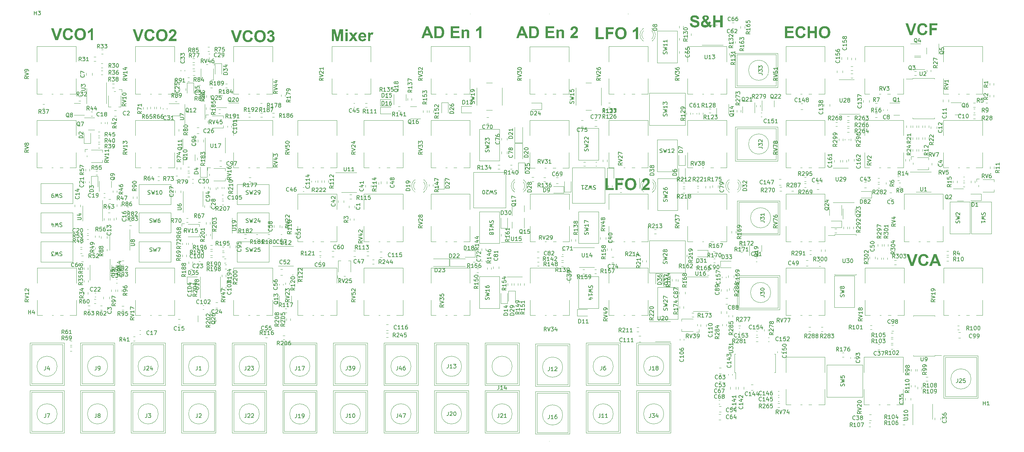
<source format=gbr>
%TF.GenerationSoftware,KiCad,Pcbnew,7.0.9*%
%TF.CreationDate,2023-12-31T11:37:50-06:00*%
%TF.ProjectId,SynthProj,53796e74-6850-4726-9f6a-2e6b69636164,rev?*%
%TF.SameCoordinates,Original*%
%TF.FileFunction,Legend,Top*%
%TF.FilePolarity,Positive*%
%FSLAX46Y46*%
G04 Gerber Fmt 4.6, Leading zero omitted, Abs format (unit mm)*
G04 Created by KiCad (PCBNEW 7.0.9) date 2023-12-31 11:37:50*
%MOMM*%
%LPD*%
G01*
G04 APERTURE LIST*
%ADD10C,0.100000*%
%ADD11C,0.600000*%
%ADD12C,0.150000*%
%ADD13C,0.120000*%
G04 APERTURE END LIST*
D10*
X302900000Y-137000000D02*
X302925400Y-137000000D01*
X282625400Y-247000000D02*
X282600000Y-247000000D01*
X282600000Y-137000000D02*
X282625400Y-137000000D01*
X262300000Y-137000000D02*
X262325400Y-137000000D01*
D11*
G36*
X176612561Y-143993000D02*
G01*
X175532519Y-140944849D01*
X176194173Y-140944849D01*
X176958409Y-143195791D01*
X177698465Y-140944849D01*
X178345464Y-140944849D01*
X177263957Y-143993000D01*
X176612561Y-143993000D01*
G37*
G36*
X180573692Y-142820634D02*
G01*
X181165004Y-143008212D01*
X181156310Y-143039194D01*
X181147264Y-143069673D01*
X181137865Y-143099650D01*
X181128115Y-143129124D01*
X181118013Y-143158096D01*
X181107559Y-143186566D01*
X181096753Y-143214533D01*
X181085594Y-143241999D01*
X181074084Y-143268961D01*
X181050007Y-143321380D01*
X181024522Y-143371790D01*
X180997628Y-143420190D01*
X180969326Y-143466581D01*
X180939617Y-143510962D01*
X180908499Y-143553334D01*
X180875972Y-143593698D01*
X180842038Y-143632051D01*
X180806695Y-143668396D01*
X180769944Y-143702731D01*
X180731785Y-143735057D01*
X180712177Y-143750466D01*
X180672035Y-143779836D01*
X180630558Y-143807310D01*
X180587748Y-143832890D01*
X180543604Y-143856575D01*
X180498126Y-143878365D01*
X180451315Y-143898260D01*
X180403169Y-143916260D01*
X180353690Y-143932366D01*
X180302877Y-143946577D01*
X180250730Y-143958893D01*
X180197250Y-143969315D01*
X180142435Y-143977841D01*
X180086287Y-143984473D01*
X180028805Y-143989210D01*
X179969989Y-143992052D01*
X179940081Y-143992763D01*
X179909840Y-143993000D01*
X179872450Y-143992602D01*
X179835479Y-143991408D01*
X179798926Y-143989419D01*
X179762790Y-143986634D01*
X179727073Y-143983053D01*
X179691773Y-143978677D01*
X179656891Y-143973505D01*
X179622427Y-143967537D01*
X179588381Y-143960774D01*
X179554753Y-143953215D01*
X179521542Y-143944860D01*
X179488750Y-143935709D01*
X179456375Y-143925763D01*
X179424418Y-143915021D01*
X179392880Y-143903484D01*
X179361759Y-143891150D01*
X179331056Y-143878021D01*
X179300770Y-143864097D01*
X179270903Y-143849376D01*
X179241454Y-143833860D01*
X179212422Y-143817548D01*
X179183809Y-143800441D01*
X179155613Y-143782538D01*
X179127835Y-143763839D01*
X179100475Y-143744344D01*
X179073533Y-143724054D01*
X179047009Y-143702968D01*
X179020903Y-143681086D01*
X178995214Y-143658409D01*
X178969944Y-143634936D01*
X178945091Y-143610667D01*
X178920656Y-143585602D01*
X178896854Y-143559848D01*
X178873807Y-143533510D01*
X178851516Y-143506588D01*
X178829981Y-143479082D01*
X178809201Y-143450992D01*
X178789177Y-143422318D01*
X178769909Y-143393061D01*
X178751396Y-143363219D01*
X178733639Y-143332794D01*
X178716637Y-143301785D01*
X178700391Y-143270191D01*
X178684901Y-143238014D01*
X178670166Y-143205253D01*
X178656187Y-143171908D01*
X178642963Y-143137980D01*
X178630496Y-143103467D01*
X178618783Y-143068370D01*
X178607827Y-143032690D01*
X178597626Y-142996426D01*
X178588181Y-142959577D01*
X178579491Y-142922145D01*
X178571557Y-142884129D01*
X178564378Y-142845529D01*
X178557955Y-142806346D01*
X178552288Y-142766578D01*
X178547377Y-142726226D01*
X178543221Y-142685291D01*
X178539820Y-142643771D01*
X178537176Y-142601668D01*
X178535287Y-142558981D01*
X178534153Y-142515710D01*
X178533775Y-142471855D01*
X178534155Y-142425470D01*
X178535295Y-142379737D01*
X178537195Y-142334657D01*
X178539855Y-142290230D01*
X178543274Y-142246455D01*
X178547454Y-142203333D01*
X178552393Y-142160863D01*
X178558093Y-142119046D01*
X178564552Y-142077882D01*
X178571771Y-142037370D01*
X178579751Y-141997511D01*
X178588490Y-141958304D01*
X178597989Y-141919750D01*
X178608248Y-141881848D01*
X178619266Y-141844599D01*
X178631045Y-141808003D01*
X178643584Y-141772059D01*
X178656882Y-141736768D01*
X178670941Y-141702129D01*
X178685759Y-141668143D01*
X178701338Y-141634810D01*
X178717676Y-141602129D01*
X178734774Y-141570101D01*
X178752632Y-141538725D01*
X178771250Y-141508002D01*
X178790628Y-141477932D01*
X178810766Y-141448514D01*
X178831664Y-141419748D01*
X178853322Y-141391636D01*
X178875739Y-141364176D01*
X178898917Y-141337368D01*
X178922854Y-141311213D01*
X178947456Y-141285788D01*
X178972537Y-141261170D01*
X178998095Y-141237359D01*
X179024131Y-141214355D01*
X179050645Y-141192159D01*
X179077637Y-141170770D01*
X179105108Y-141150187D01*
X179133056Y-141130412D01*
X179161482Y-141111444D01*
X179190386Y-141093284D01*
X179219768Y-141075930D01*
X179249628Y-141059383D01*
X179279966Y-141043644D01*
X179310783Y-141028712D01*
X179342077Y-141014587D01*
X179373849Y-141001269D01*
X179406099Y-140988758D01*
X179438827Y-140977054D01*
X179472033Y-140966158D01*
X179505717Y-140956069D01*
X179539879Y-140946786D01*
X179574519Y-140938311D01*
X179609637Y-140930644D01*
X179645233Y-140923783D01*
X179681307Y-140917729D01*
X179717859Y-140912483D01*
X179754889Y-140908043D01*
X179792397Y-140904411D01*
X179830383Y-140901586D01*
X179868847Y-140899568D01*
X179907789Y-140898358D01*
X179947209Y-140897954D01*
X179981672Y-140898293D01*
X180015727Y-140899311D01*
X180049375Y-140901007D01*
X180082615Y-140903381D01*
X180115447Y-140906433D01*
X180147870Y-140910164D01*
X180179887Y-140914574D01*
X180211495Y-140919661D01*
X180242695Y-140925427D01*
X180273488Y-140931871D01*
X180303872Y-140938994D01*
X180333849Y-140946795D01*
X180363418Y-140955274D01*
X180392579Y-140964432D01*
X180421332Y-140974268D01*
X180449677Y-140984782D01*
X180477615Y-140995975D01*
X180505144Y-141007846D01*
X180532266Y-141020396D01*
X180558980Y-141033623D01*
X180585286Y-141047530D01*
X180611184Y-141062114D01*
X180636674Y-141077377D01*
X180661756Y-141093318D01*
X180686431Y-141109937D01*
X180710698Y-141127235D01*
X180734556Y-141145211D01*
X180758007Y-141163866D01*
X180781050Y-141183199D01*
X180803685Y-141203210D01*
X180825913Y-141223900D01*
X180847732Y-141245267D01*
X180873069Y-141271703D01*
X180897603Y-141299535D01*
X180921337Y-141328764D01*
X180944269Y-141359390D01*
X180966400Y-141391412D01*
X180987729Y-141424832D01*
X181008257Y-141459648D01*
X181027983Y-141495861D01*
X181046908Y-141533470D01*
X181065032Y-141572477D01*
X181082354Y-141612880D01*
X181098875Y-141654680D01*
X181114594Y-141697876D01*
X181129512Y-141742470D01*
X181143629Y-141788460D01*
X181156944Y-141835847D01*
X180553175Y-141929636D01*
X180546034Y-141900169D01*
X180537983Y-141871487D01*
X180524199Y-141829934D01*
X180508367Y-141790146D01*
X180490488Y-141752122D01*
X180470560Y-141715862D01*
X180448585Y-141681368D01*
X180424561Y-141648637D01*
X180398490Y-141617672D01*
X180370371Y-141588471D01*
X180340204Y-141561034D01*
X180329693Y-141552281D01*
X180297175Y-141527532D01*
X180263370Y-141505217D01*
X180228276Y-141485337D01*
X180191894Y-141467891D01*
X180154225Y-141452879D01*
X180115267Y-141440302D01*
X180075021Y-141430159D01*
X180033488Y-141422450D01*
X179990666Y-141417176D01*
X179961403Y-141415012D01*
X179931567Y-141413930D01*
X179916434Y-141413795D01*
X179874978Y-141414728D01*
X179834506Y-141417527D01*
X179795019Y-141422193D01*
X179756516Y-141428724D01*
X179718998Y-141437122D01*
X179682465Y-141447386D01*
X179646916Y-141459516D01*
X179612352Y-141473512D01*
X179578772Y-141489375D01*
X179546177Y-141507103D01*
X179514567Y-141526698D01*
X179483941Y-141548159D01*
X179454300Y-141571486D01*
X179425643Y-141596679D01*
X179397971Y-141623739D01*
X179371284Y-141652665D01*
X179345996Y-141683682D01*
X179322340Y-141717019D01*
X179300315Y-141752673D01*
X179279922Y-141790646D01*
X179261160Y-141830938D01*
X179244030Y-141873548D01*
X179228531Y-141918476D01*
X179214663Y-141965723D01*
X179202427Y-142015288D01*
X179191823Y-142067171D01*
X179182850Y-142121373D01*
X179175508Y-142177894D01*
X179169798Y-142236732D01*
X179167555Y-142267021D01*
X179165719Y-142297889D01*
X179164292Y-142329337D01*
X179163272Y-142361365D01*
X179162660Y-142393972D01*
X179162457Y-142427159D01*
X179162658Y-142462331D01*
X179163261Y-142496865D01*
X179164266Y-142530761D01*
X179165674Y-142564019D01*
X179167483Y-142596638D01*
X179169695Y-142628619D01*
X179172309Y-142659962D01*
X179175325Y-142690666D01*
X179178743Y-142720732D01*
X179182564Y-142750160D01*
X179191411Y-142807101D01*
X179201866Y-142861489D01*
X179213931Y-142913324D01*
X179227604Y-142962606D01*
X179242885Y-143009334D01*
X179259775Y-143053510D01*
X179278273Y-143095132D01*
X179298381Y-143134202D01*
X179320096Y-143170718D01*
X179343420Y-143204681D01*
X179368353Y-143236091D01*
X179394574Y-143265283D01*
X179421762Y-143292591D01*
X179449918Y-143318016D01*
X179479041Y-143341558D01*
X179509132Y-143363216D01*
X179540190Y-143382992D01*
X179572215Y-143400883D01*
X179605208Y-143416892D01*
X179639168Y-143431017D01*
X179674096Y-143443258D01*
X179709991Y-143453617D01*
X179746853Y-143462092D01*
X179784683Y-143468684D01*
X179823481Y-143473392D01*
X179863246Y-143476217D01*
X179903978Y-143477159D01*
X179934120Y-143476540D01*
X179963730Y-143474686D01*
X180007146Y-143469585D01*
X180049364Y-143461703D01*
X180090385Y-143451038D01*
X180130208Y-143437591D01*
X180168833Y-143421362D01*
X180206260Y-143402352D01*
X180242489Y-143380559D01*
X180277521Y-143355984D01*
X180311354Y-143328627D01*
X180322366Y-143318889D01*
X180343870Y-143298396D01*
X180364601Y-143276483D01*
X180384559Y-143253150D01*
X180403744Y-143228397D01*
X180422157Y-143202225D01*
X180439797Y-143174633D01*
X180456664Y-143145622D01*
X180472758Y-143115191D01*
X180488080Y-143083340D01*
X180502628Y-143050069D01*
X180516404Y-143015379D01*
X180529407Y-142979270D01*
X180541638Y-142941740D01*
X180553095Y-142902791D01*
X180563780Y-142862422D01*
X180573692Y-142820634D01*
G37*
G36*
X183050053Y-140898361D02*
G01*
X183091035Y-140899583D01*
X183131495Y-140901618D01*
X183171432Y-140904469D01*
X183210847Y-140908133D01*
X183249739Y-140912612D01*
X183288110Y-140917905D01*
X183325957Y-140924012D01*
X183363283Y-140930933D01*
X183400086Y-140938669D01*
X183436367Y-140947219D01*
X183472125Y-140956584D01*
X183507361Y-140966763D01*
X183542075Y-140977756D01*
X183576267Y-140989563D01*
X183609936Y-141002185D01*
X183643082Y-141015621D01*
X183675707Y-141029871D01*
X183707809Y-141044936D01*
X183739388Y-141060815D01*
X183770445Y-141077508D01*
X183800980Y-141095015D01*
X183830993Y-141113337D01*
X183860483Y-141132473D01*
X183889451Y-141152423D01*
X183917896Y-141173188D01*
X183945819Y-141194767D01*
X183973220Y-141217160D01*
X184000098Y-141240368D01*
X184026455Y-141264390D01*
X184052288Y-141289226D01*
X184077600Y-141314877D01*
X184102258Y-141341207D01*
X184126134Y-141368174D01*
X184149227Y-141395778D01*
X184171538Y-141424019D01*
X184193065Y-141452897D01*
X184213810Y-141482411D01*
X184233772Y-141512562D01*
X184252951Y-141543351D01*
X184271347Y-141574776D01*
X184288960Y-141606838D01*
X184305791Y-141639536D01*
X184321839Y-141672872D01*
X184337104Y-141706844D01*
X184351586Y-141741453D01*
X184365285Y-141776700D01*
X184378201Y-141812583D01*
X184390335Y-141849102D01*
X184401686Y-141886259D01*
X184412254Y-141924052D01*
X184422039Y-141962483D01*
X184431042Y-142001550D01*
X184439261Y-142041254D01*
X184446698Y-142081595D01*
X184453352Y-142122573D01*
X184459223Y-142164187D01*
X184464311Y-142206438D01*
X184468617Y-142249327D01*
X184472140Y-142292852D01*
X184474879Y-142337014D01*
X184476836Y-142381812D01*
X184478011Y-142427248D01*
X184478402Y-142473321D01*
X184478014Y-142518987D01*
X184476848Y-142564027D01*
X184474905Y-142608442D01*
X184472185Y-142652232D01*
X184468688Y-142695397D01*
X184464414Y-142737936D01*
X184459363Y-142779849D01*
X184453535Y-142821138D01*
X184446930Y-142861800D01*
X184439547Y-142901838D01*
X184431388Y-142941250D01*
X184422451Y-142980037D01*
X184412738Y-143018198D01*
X184402247Y-143055734D01*
X184390979Y-143092644D01*
X184378934Y-143128929D01*
X184366112Y-143164589D01*
X184352513Y-143199623D01*
X184338137Y-143234032D01*
X184322983Y-143267816D01*
X184307053Y-143300974D01*
X184290346Y-143333507D01*
X184272861Y-143365414D01*
X184254599Y-143396696D01*
X184235561Y-143427352D01*
X184215745Y-143457384D01*
X184195152Y-143486789D01*
X184173782Y-143515570D01*
X184151634Y-143543725D01*
X184128710Y-143571254D01*
X184105009Y-143598158D01*
X184080530Y-143624437D01*
X184055402Y-143649997D01*
X184029752Y-143674746D01*
X184003579Y-143698684D01*
X183976884Y-143721810D01*
X183949666Y-143744124D01*
X183921926Y-143765628D01*
X183893664Y-143786319D01*
X183864879Y-143806200D01*
X183835572Y-143825268D01*
X183805743Y-143843526D01*
X183775391Y-143860972D01*
X183744517Y-143877606D01*
X183713121Y-143893429D01*
X183681202Y-143908441D01*
X183648761Y-143922641D01*
X183615797Y-143936030D01*
X183582312Y-143948607D01*
X183548303Y-143960373D01*
X183513773Y-143971327D01*
X183478720Y-143981470D01*
X183443145Y-143990802D01*
X183407047Y-143999322D01*
X183370427Y-144007031D01*
X183333285Y-144013928D01*
X183295620Y-144020014D01*
X183257433Y-144025288D01*
X183218724Y-144029751D01*
X183179492Y-144033403D01*
X183139738Y-144036243D01*
X183099461Y-144038271D01*
X183058663Y-144039488D01*
X183017341Y-144039894D01*
X182975479Y-144039491D01*
X182934157Y-144038280D01*
X182893374Y-144036262D01*
X182853130Y-144033437D01*
X182813426Y-144029805D01*
X182774262Y-144025365D01*
X182735637Y-144020119D01*
X182697551Y-144014065D01*
X182660005Y-144007205D01*
X182622999Y-143999537D01*
X182586532Y-143991062D01*
X182550605Y-143981780D01*
X182515217Y-143971690D01*
X182480369Y-143960794D01*
X182446060Y-143949090D01*
X182412291Y-143936579D01*
X182379061Y-143923261D01*
X182346371Y-143909136D01*
X182314220Y-143894204D01*
X182282609Y-143878465D01*
X182251538Y-143861918D01*
X182221006Y-143844565D01*
X182191013Y-143826404D01*
X182161560Y-143807436D01*
X182132647Y-143787661D01*
X182104273Y-143767079D01*
X182076438Y-143745689D01*
X182049144Y-143723493D01*
X182022388Y-143700489D01*
X181996173Y-143676678D01*
X181970496Y-143652060D01*
X181945360Y-143626635D01*
X181920881Y-143600457D01*
X181897180Y-143573670D01*
X181874256Y-143546275D01*
X181852108Y-143518272D01*
X181830738Y-143489660D01*
X181810145Y-143460440D01*
X181790329Y-143430612D01*
X181771291Y-143400176D01*
X181753029Y-143369132D01*
X181735544Y-143337479D01*
X181718837Y-143305219D01*
X181702907Y-143272350D01*
X181687753Y-143238872D01*
X181673377Y-143204787D01*
X181659778Y-143170093D01*
X181646956Y-143134791D01*
X181634911Y-143098881D01*
X181623643Y-143062363D01*
X181613152Y-143025236D01*
X181603439Y-142987501D01*
X181594502Y-142949158D01*
X181586343Y-142910207D01*
X181578960Y-142870648D01*
X181572355Y-142830480D01*
X181566527Y-142789704D01*
X181561476Y-142748320D01*
X181557202Y-142706327D01*
X181553705Y-142663727D01*
X181550985Y-142620518D01*
X181549042Y-142576701D01*
X181547876Y-142532276D01*
X181547488Y-142487242D01*
X181547680Y-142466726D01*
X182176169Y-142466726D01*
X182176400Y-142498995D01*
X182177093Y-142530774D01*
X182178249Y-142562062D01*
X182179867Y-142592858D01*
X182181947Y-142623164D01*
X182184489Y-142652979D01*
X182187494Y-142682303D01*
X182194890Y-142739479D01*
X182204135Y-142794691D01*
X182215229Y-142847940D01*
X182228172Y-142899225D01*
X182242964Y-142948547D01*
X182259605Y-142995906D01*
X182278095Y-143041300D01*
X182298434Y-143084732D01*
X182320622Y-143126200D01*
X182344659Y-143165704D01*
X182370545Y-143203245D01*
X182398279Y-143238822D01*
X182412840Y-143255875D01*
X182443014Y-143288349D01*
X182474183Y-143318729D01*
X182506349Y-143347013D01*
X182539511Y-143373203D01*
X182573669Y-143397297D01*
X182608822Y-143419296D01*
X182644972Y-143439200D01*
X182682118Y-143457009D01*
X182720260Y-143472722D01*
X182759398Y-143486341D01*
X182799532Y-143497864D01*
X182840662Y-143507292D01*
X182882788Y-143514625D01*
X182925911Y-143519863D01*
X182970029Y-143523006D01*
X183015143Y-143524053D01*
X183060243Y-143523014D01*
X183104319Y-143519897D01*
X183147369Y-143514702D01*
X183189395Y-143507429D01*
X183230397Y-143498079D01*
X183270373Y-143486650D01*
X183309325Y-143473143D01*
X183347252Y-143457558D01*
X183384155Y-143439895D01*
X183420033Y-143420155D01*
X183454886Y-143398336D01*
X183488715Y-143374439D01*
X183521519Y-143348465D01*
X183553298Y-143320412D01*
X183584053Y-143290281D01*
X183613782Y-143258073D01*
X183642087Y-143223695D01*
X183668565Y-143187239D01*
X183693218Y-143148704D01*
X183716044Y-143108092D01*
X183737044Y-143065402D01*
X183756218Y-143020634D01*
X183773566Y-142973788D01*
X183789088Y-142924864D01*
X183802783Y-142873863D01*
X183814653Y-142820783D01*
X183824697Y-142765625D01*
X183832914Y-142708389D01*
X183836338Y-142678992D01*
X183839305Y-142649075D01*
X183841816Y-142618639D01*
X183843871Y-142587683D01*
X183845468Y-142556208D01*
X183846610Y-142524214D01*
X183847295Y-142491700D01*
X183847523Y-142458666D01*
X183847300Y-142426001D01*
X183846633Y-142393860D01*
X183845520Y-142362242D01*
X183843962Y-142331148D01*
X183841959Y-142300578D01*
X183839511Y-142270532D01*
X183836618Y-142241010D01*
X183829497Y-142183536D01*
X183820596Y-142128158D01*
X183809914Y-142074875D01*
X183797452Y-142023687D01*
X183783209Y-141974594D01*
X183767187Y-141927597D01*
X183749384Y-141882694D01*
X183729800Y-141839887D01*
X183708437Y-141799174D01*
X183685293Y-141760557D01*
X183660369Y-141724035D01*
X183633664Y-141689609D01*
X183619644Y-141673181D01*
X183590578Y-141641771D01*
X183560350Y-141612387D01*
X183528960Y-141585030D01*
X183496408Y-141559700D01*
X183462694Y-141536395D01*
X183427818Y-141515118D01*
X183391780Y-141495866D01*
X183354580Y-141478642D01*
X183316217Y-141463443D01*
X183276693Y-141450271D01*
X183236006Y-141439126D01*
X183194158Y-141430007D01*
X183151147Y-141422914D01*
X183106975Y-141417848D01*
X183061640Y-141414808D01*
X183015143Y-141413795D01*
X182968546Y-141414820D01*
X182923094Y-141417894D01*
X182878787Y-141423017D01*
X182835625Y-141430190D01*
X182793607Y-141439412D01*
X182752735Y-141450683D01*
X182713007Y-141464004D01*
X182674424Y-141479374D01*
X182636987Y-141496794D01*
X182600694Y-141516263D01*
X182565546Y-141537781D01*
X182531542Y-141561348D01*
X182498684Y-141586965D01*
X182466971Y-141614631D01*
X182436402Y-141644347D01*
X182406978Y-141676112D01*
X182379029Y-141709940D01*
X182352883Y-141745847D01*
X182328539Y-141783832D01*
X182305999Y-141823894D01*
X182285263Y-141866035D01*
X182266329Y-141910253D01*
X182249199Y-141956549D01*
X182233871Y-142004924D01*
X182220347Y-142055376D01*
X182208627Y-142107906D01*
X182198709Y-142162515D01*
X182190595Y-142219201D01*
X182187214Y-142248323D01*
X182184283Y-142277965D01*
X182181804Y-142308127D01*
X182179775Y-142338808D01*
X182178198Y-142370008D01*
X182177071Y-142401728D01*
X182176394Y-142433967D01*
X182176169Y-142466726D01*
X181547680Y-142466726D01*
X181548026Y-142429846D01*
X181549640Y-142373612D01*
X181552331Y-142318540D01*
X181556097Y-142264630D01*
X181560940Y-142211882D01*
X181566859Y-142160297D01*
X181573855Y-142109873D01*
X181581926Y-142060611D01*
X181591074Y-142012512D01*
X181601298Y-141965574D01*
X181612598Y-141919798D01*
X181624974Y-141875185D01*
X181638426Y-141831734D01*
X181652955Y-141789444D01*
X181668560Y-141748317D01*
X181685241Y-141708352D01*
X181698447Y-141679506D01*
X181712237Y-141651039D01*
X181726611Y-141622949D01*
X181741569Y-141595237D01*
X181757111Y-141567903D01*
X181773237Y-141540946D01*
X181789947Y-141514368D01*
X181807240Y-141488167D01*
X181825118Y-141462344D01*
X181843579Y-141436899D01*
X181862624Y-141411832D01*
X181882253Y-141387142D01*
X181902466Y-141362830D01*
X181923263Y-141338896D01*
X181944644Y-141315340D01*
X181966609Y-141292162D01*
X181989086Y-141269453D01*
X182011820Y-141247489D01*
X182034812Y-141226268D01*
X182058062Y-141205792D01*
X182081570Y-141186060D01*
X182105335Y-141167072D01*
X182129357Y-141148828D01*
X182153638Y-141131328D01*
X182178175Y-141114573D01*
X182202971Y-141098561D01*
X182228024Y-141083294D01*
X182266086Y-141061789D01*
X182304729Y-141041958D01*
X182343950Y-141023802D01*
X182357153Y-141018122D01*
X182392842Y-141003570D01*
X182429201Y-140989957D01*
X182466229Y-140977283D01*
X182503928Y-140965548D01*
X182542296Y-140954752D01*
X182581334Y-140944895D01*
X182621041Y-140935976D01*
X182661418Y-140927996D01*
X182702466Y-140920955D01*
X182744182Y-140914853D01*
X182786569Y-140909689D01*
X182829625Y-140905465D01*
X182873352Y-140902179D01*
X182917748Y-140899832D01*
X182962813Y-140898424D01*
X183008549Y-140897954D01*
X183050053Y-140898361D01*
G37*
G36*
X186764515Y-143430264D02*
G01*
X186764515Y-143993000D01*
X184734124Y-143993000D01*
X184738761Y-143955298D01*
X184744428Y-143917849D01*
X184751126Y-143880652D01*
X184758854Y-143843706D01*
X184767612Y-143807012D01*
X184777401Y-143770571D01*
X184788220Y-143734381D01*
X184800070Y-143698443D01*
X184812950Y-143662756D01*
X184826860Y-143627322D01*
X184841801Y-143592140D01*
X184857772Y-143557209D01*
X184874774Y-143522531D01*
X184892806Y-143488104D01*
X184911868Y-143453929D01*
X184931961Y-143420006D01*
X184953826Y-143385427D01*
X184978203Y-143349469D01*
X185005094Y-143312132D01*
X185034497Y-143273414D01*
X185066414Y-143233317D01*
X185100844Y-143191841D01*
X185137786Y-143148985D01*
X185177242Y-143104749D01*
X185197912Y-143082114D01*
X185219211Y-143059134D01*
X185241137Y-143035809D01*
X185263692Y-143012139D01*
X185286876Y-142988125D01*
X185310687Y-142963765D01*
X185335127Y-142939060D01*
X185360195Y-142914011D01*
X185385891Y-142888617D01*
X185412216Y-142862877D01*
X185439169Y-142836793D01*
X185466750Y-142810364D01*
X185494959Y-142783590D01*
X185523797Y-142756471D01*
X185553263Y-142729008D01*
X185583357Y-142701199D01*
X185607561Y-142678804D01*
X185631173Y-142656866D01*
X185654192Y-142635384D01*
X185676619Y-142614359D01*
X185698454Y-142593791D01*
X185740345Y-142554023D01*
X185779867Y-142516081D01*
X185817018Y-142479966D01*
X185851800Y-142445676D01*
X185884212Y-142413213D01*
X185914254Y-142382576D01*
X185941926Y-142353765D01*
X185967228Y-142326780D01*
X185990160Y-142301621D01*
X186010722Y-142278288D01*
X186037122Y-142246713D01*
X186058189Y-142219246D01*
X186064027Y-142211004D01*
X186085371Y-142177657D01*
X186104616Y-142144388D01*
X186121761Y-142111197D01*
X186136807Y-142078082D01*
X186149754Y-142045045D01*
X186160601Y-142012085D01*
X186169348Y-141979202D01*
X186175997Y-141946397D01*
X186180546Y-141913669D01*
X186182995Y-141881018D01*
X186183461Y-141859294D01*
X186182547Y-141824078D01*
X186179803Y-141790420D01*
X186175231Y-141758321D01*
X186168830Y-141727781D01*
X186160599Y-141698799D01*
X186146781Y-141662580D01*
X186129710Y-141629132D01*
X186109389Y-141598455D01*
X186085815Y-141570548D01*
X186079414Y-141564004D01*
X186052166Y-141539790D01*
X186022444Y-141518804D01*
X185990250Y-141501047D01*
X185955583Y-141486518D01*
X185918443Y-141475218D01*
X185888965Y-141468862D01*
X185858096Y-141464322D01*
X185825835Y-141461598D01*
X185792184Y-141460690D01*
X185758769Y-141461643D01*
X185726668Y-141464502D01*
X185695881Y-141469268D01*
X185666407Y-141475940D01*
X185638247Y-141484518D01*
X185602744Y-141498920D01*
X185569577Y-141516712D01*
X185538745Y-141537892D01*
X185510248Y-141562462D01*
X185503489Y-141569133D01*
X185478153Y-141598488D01*
X185460999Y-141623450D01*
X185445429Y-141650936D01*
X185431444Y-141680946D01*
X185419042Y-141713481D01*
X185408225Y-141748540D01*
X185398992Y-141786124D01*
X185391344Y-141826232D01*
X185385280Y-141868865D01*
X185382117Y-141898690D01*
X185379658Y-141929636D01*
X184802268Y-141872483D01*
X184805689Y-141841754D01*
X184809541Y-141811572D01*
X184813824Y-141781939D01*
X184818537Y-141752854D01*
X184829256Y-141696328D01*
X184841698Y-141641994D01*
X184855863Y-141589853D01*
X184871751Y-141539904D01*
X184889363Y-141492148D01*
X184908697Y-141446585D01*
X184929754Y-141403213D01*
X184952535Y-141362035D01*
X184977038Y-141323048D01*
X185003265Y-141286254D01*
X185031214Y-141251653D01*
X185060887Y-141219244D01*
X185092283Y-141189028D01*
X185125401Y-141161004D01*
X185160003Y-141134829D01*
X185195663Y-141110342D01*
X185232383Y-141087545D01*
X185270161Y-141066436D01*
X185308999Y-141047016D01*
X185348895Y-141029284D01*
X185389851Y-141013242D01*
X185431865Y-140998887D01*
X185474939Y-140986222D01*
X185519071Y-140975246D01*
X185564263Y-140965958D01*
X185610513Y-140958358D01*
X185657823Y-140952448D01*
X185706192Y-140948226D01*
X185755619Y-140945693D01*
X185806106Y-140944849D01*
X185861230Y-140945788D01*
X185914859Y-140948604D01*
X185966994Y-140953298D01*
X186017636Y-140959870D01*
X186066783Y-140968319D01*
X186114436Y-140978646D01*
X186160595Y-140990850D01*
X186205260Y-141004933D01*
X186248431Y-141020892D01*
X186290108Y-141038730D01*
X186330290Y-141058445D01*
X186368979Y-141080037D01*
X186406174Y-141103507D01*
X186441874Y-141128855D01*
X186476081Y-141156081D01*
X186508793Y-141185184D01*
X186539759Y-141215595D01*
X186568728Y-141246928D01*
X186595698Y-141279182D01*
X186620671Y-141312358D01*
X186643646Y-141346456D01*
X186664624Y-141381475D01*
X186683603Y-141417416D01*
X186700585Y-141454278D01*
X186715568Y-141492062D01*
X186728554Y-141530768D01*
X186739542Y-141570396D01*
X186748532Y-141610945D01*
X186755525Y-141652416D01*
X186760519Y-141694808D01*
X186763516Y-141738122D01*
X186764515Y-141782357D01*
X186763871Y-141820246D01*
X186761939Y-141857800D01*
X186758719Y-141895019D01*
X186754211Y-141931903D01*
X186748415Y-141968452D01*
X186741331Y-142004666D01*
X186732959Y-142040546D01*
X186723299Y-142076090D01*
X186712351Y-142111300D01*
X186700115Y-142146174D01*
X186691242Y-142169238D01*
X186676757Y-142203746D01*
X186660777Y-142238575D01*
X186643303Y-142273727D01*
X186624335Y-142309201D01*
X186603873Y-142344996D01*
X186581917Y-142381114D01*
X186558467Y-142417554D01*
X186542003Y-142442026D01*
X186524876Y-142466641D01*
X186507084Y-142491399D01*
X186488629Y-142516300D01*
X186469509Y-142541345D01*
X186459700Y-142553921D01*
X186438435Y-142579955D01*
X186414208Y-142608051D01*
X186387018Y-142638207D01*
X186356866Y-142670424D01*
X186335119Y-142693047D01*
X186312055Y-142716586D01*
X186287675Y-142741041D01*
X186261978Y-142766412D01*
X186234964Y-142792699D01*
X186206634Y-142819901D01*
X186176987Y-142848020D01*
X186146024Y-142877054D01*
X186113743Y-142907004D01*
X186080147Y-142937870D01*
X186046676Y-142968450D01*
X186014774Y-142997725D01*
X185984440Y-143025695D01*
X185955674Y-143052359D01*
X185928478Y-143077719D01*
X185902849Y-143101773D01*
X185878789Y-143124522D01*
X185856298Y-143145965D01*
X185825502Y-143175684D01*
X185798235Y-143202466D01*
X185774497Y-143226311D01*
X185748337Y-143253536D01*
X185732833Y-143270529D01*
X185710615Y-143296067D01*
X185689757Y-143321391D01*
X185670258Y-143346500D01*
X185652119Y-143371394D01*
X185635339Y-143396073D01*
X185616998Y-143425405D01*
X185614131Y-143430264D01*
X186764515Y-143430264D01*
G37*
G36*
X226717213Y-143993000D02*
G01*
X226717213Y-140944849D01*
X227630193Y-140944849D01*
X228178273Y-143024332D01*
X228720493Y-140944849D01*
X229634938Y-140944849D01*
X229634938Y-143993000D01*
X229068539Y-143993000D01*
X229068539Y-141593314D01*
X228468434Y-143993000D01*
X227881518Y-143993000D01*
X227283612Y-141593314D01*
X227283612Y-143993000D01*
X226717213Y-143993000D01*
G37*
G36*
X230217457Y-141460690D02*
G01*
X230217457Y-140944849D01*
X230797045Y-140944849D01*
X230797045Y-141460690D01*
X230217457Y-141460690D01*
G37*
G36*
X230217457Y-143993000D02*
G01*
X230217457Y-141788952D01*
X230797045Y-141788952D01*
X230797045Y-143993000D01*
X230217457Y-143993000D01*
G37*
G36*
X231106257Y-143993000D02*
G01*
X231895405Y-142858003D01*
X231139229Y-141788952D01*
X231845580Y-141788952D01*
X232233193Y-142394919D01*
X232641323Y-141788952D01*
X233321295Y-141788952D01*
X232579774Y-142833090D01*
X233389439Y-143993000D01*
X232678692Y-143993000D01*
X232233193Y-143310096D01*
X231784031Y-143993000D01*
X231106257Y-143993000D01*
G37*
G36*
X234585509Y-141742373D02*
G01*
X234615405Y-141743320D01*
X234644900Y-141744897D01*
X234702682Y-141749946D01*
X234758856Y-141757520D01*
X234813422Y-141767618D01*
X234866378Y-141780240D01*
X234917727Y-141795387D01*
X234967466Y-141813058D01*
X235015597Y-141833254D01*
X235062120Y-141855975D01*
X235107034Y-141881219D01*
X235150339Y-141908989D01*
X235192036Y-141939282D01*
X235232124Y-141972101D01*
X235270604Y-142007443D01*
X235307475Y-142045310D01*
X235325308Y-142065191D01*
X235359508Y-142106925D01*
X235391402Y-142151344D01*
X235420989Y-142198447D01*
X235448269Y-142248235D01*
X235473242Y-142300709D01*
X235484863Y-142327952D01*
X235495907Y-142355866D01*
X235506375Y-142384452D01*
X235516266Y-142413709D01*
X235525581Y-142443637D01*
X235534318Y-142474236D01*
X235542479Y-142505507D01*
X235550064Y-142537449D01*
X235557071Y-142570061D01*
X235563502Y-142603345D01*
X235569356Y-142637301D01*
X235574633Y-142671927D01*
X235579333Y-142707225D01*
X235583457Y-142743194D01*
X235587004Y-142779834D01*
X235589974Y-142817145D01*
X235592368Y-142855127D01*
X235594185Y-142893781D01*
X235595425Y-142933106D01*
X235596088Y-142973101D01*
X235596175Y-143013769D01*
X235595684Y-143055107D01*
X234144882Y-143055107D01*
X234146116Y-143087982D01*
X234148351Y-143119931D01*
X234151588Y-143150951D01*
X234155827Y-143181045D01*
X234161068Y-143210211D01*
X234170807Y-143252221D01*
X234182801Y-143292145D01*
X234197048Y-143329982D01*
X234213550Y-143365732D01*
X234232305Y-143399396D01*
X234253314Y-143430974D01*
X234276578Y-143460465D01*
X234284833Y-143469831D01*
X234310554Y-143496283D01*
X234337435Y-143520132D01*
X234365475Y-143541380D01*
X234394674Y-143560026D01*
X234425032Y-143576070D01*
X234456549Y-143589512D01*
X234489226Y-143600353D01*
X234523061Y-143608592D01*
X234558056Y-143614229D01*
X234594211Y-143617264D01*
X234618957Y-143617842D01*
X234652171Y-143616801D01*
X234684033Y-143613675D01*
X234714544Y-143608466D01*
X234743704Y-143601173D01*
X234771514Y-143591796D01*
X234804376Y-143577145D01*
X234835127Y-143559239D01*
X234846836Y-143551164D01*
X234874807Y-143528342D01*
X234895587Y-143507224D01*
X234914947Y-143483565D01*
X234932887Y-143457364D01*
X234949408Y-143428622D01*
X234964509Y-143397338D01*
X234978190Y-143363512D01*
X234987520Y-143336475D01*
X235564910Y-143430264D01*
X235550484Y-143466986D01*
X235535051Y-143502598D01*
X235518611Y-143537099D01*
X235501163Y-143570490D01*
X235482707Y-143602770D01*
X235463244Y-143633940D01*
X235442773Y-143663999D01*
X235421295Y-143692947D01*
X235398809Y-143720785D01*
X235375316Y-143747513D01*
X235350816Y-143773129D01*
X235325308Y-143797636D01*
X235298792Y-143821032D01*
X235271269Y-143843317D01*
X235242738Y-143864492D01*
X235213200Y-143884556D01*
X235182778Y-143903366D01*
X235151411Y-143920963D01*
X235119099Y-143937346D01*
X235085843Y-143952516D01*
X235051642Y-143966472D01*
X235016497Y-143979215D01*
X234980407Y-143990744D01*
X234943373Y-144001060D01*
X234905394Y-144010161D01*
X234866471Y-144018050D01*
X234826603Y-144024724D01*
X234785790Y-144030185D01*
X234744034Y-144034433D01*
X234701332Y-144037467D01*
X234657686Y-144039287D01*
X234613096Y-144039894D01*
X234577666Y-144039528D01*
X234542817Y-144038432D01*
X234508549Y-144036603D01*
X234474862Y-144034044D01*
X234441756Y-144030753D01*
X234409231Y-144026731D01*
X234377287Y-144021977D01*
X234345924Y-144016493D01*
X234315143Y-144010277D01*
X234284942Y-144003329D01*
X234255322Y-143995651D01*
X234226284Y-143987241D01*
X234197826Y-143978099D01*
X234169949Y-143968227D01*
X234115939Y-143946288D01*
X234064253Y-143921424D01*
X234014891Y-143893635D01*
X233967854Y-143862920D01*
X233923140Y-143829280D01*
X233880751Y-143792716D01*
X233840685Y-143753226D01*
X233802944Y-143710810D01*
X233767527Y-143665470D01*
X233741352Y-143627305D01*
X233716865Y-143587915D01*
X233694068Y-143547300D01*
X233672959Y-143505460D01*
X233653539Y-143462395D01*
X233635807Y-143418105D01*
X233619765Y-143372590D01*
X233605411Y-143325850D01*
X233592745Y-143277885D01*
X233581769Y-143228695D01*
X233572481Y-143178280D01*
X233564882Y-143126640D01*
X233558971Y-143073774D01*
X233554749Y-143019684D01*
X233552216Y-142964369D01*
X233551372Y-142907829D01*
X233551649Y-142873897D01*
X233552482Y-142840429D01*
X233553871Y-142807425D01*
X233555814Y-142774884D01*
X233558313Y-142742807D01*
X233561367Y-142711194D01*
X233564976Y-142680044D01*
X233564989Y-142679950D01*
X234155140Y-142679950D01*
X235020493Y-142679950D01*
X235019299Y-142648826D01*
X235017184Y-142618653D01*
X235014147Y-142589429D01*
X235007864Y-142547376D01*
X234999507Y-142507461D01*
X234989076Y-142469684D01*
X234976572Y-142434045D01*
X234961994Y-142400544D01*
X234945342Y-142369181D01*
X234926617Y-142339957D01*
X234905818Y-142312870D01*
X234890800Y-142296000D01*
X234867111Y-142272430D01*
X234842482Y-142251178D01*
X234816914Y-142232244D01*
X234790404Y-142215629D01*
X234762955Y-142201332D01*
X234734565Y-142189354D01*
X234705235Y-142179694D01*
X234674965Y-142172352D01*
X234643755Y-142167329D01*
X234611604Y-142164624D01*
X234589648Y-142164109D01*
X234554776Y-142165326D01*
X234521049Y-142168978D01*
X234488469Y-142175063D01*
X234457036Y-142183584D01*
X234426748Y-142194538D01*
X234397607Y-142207927D01*
X234369613Y-142223750D01*
X234342764Y-142242007D01*
X234317062Y-142262699D01*
X234292507Y-142285825D01*
X234276773Y-142302595D01*
X234254662Y-142329568D01*
X234234767Y-142358279D01*
X234217087Y-142388730D01*
X234201623Y-142420919D01*
X234188373Y-142454847D01*
X234177340Y-142490514D01*
X234168521Y-142527920D01*
X234161918Y-142567064D01*
X234157530Y-142607947D01*
X234155358Y-142650569D01*
X234155140Y-142679950D01*
X233564989Y-142679950D01*
X233569141Y-142649359D01*
X233573860Y-142619136D01*
X233579135Y-142589378D01*
X233584966Y-142560083D01*
X233591351Y-142531252D01*
X233605788Y-142474981D01*
X233622447Y-142420564D01*
X233641326Y-142368002D01*
X233662426Y-142317295D01*
X233685747Y-142268443D01*
X233711290Y-142221445D01*
X233739053Y-142176302D01*
X233769038Y-142133014D01*
X233801244Y-142091580D01*
X233835671Y-142052002D01*
X233871797Y-142014469D01*
X233909104Y-141979358D01*
X233947589Y-141946669D01*
X233987254Y-141916401D01*
X234028098Y-141888554D01*
X234070121Y-141863129D01*
X234113323Y-141840126D01*
X234157705Y-141819543D01*
X234203266Y-141801383D01*
X234250006Y-141785643D01*
X234297925Y-141772325D01*
X234347023Y-141761429D01*
X234397301Y-141752954D01*
X234448758Y-141746900D01*
X234501394Y-141743268D01*
X234555210Y-141742057D01*
X234585509Y-141742373D01*
G37*
G36*
X236610514Y-143993000D02*
G01*
X236031658Y-143993000D01*
X236031658Y-141788952D01*
X236569481Y-141788952D01*
X236569481Y-142100362D01*
X236586591Y-142073385D01*
X236603484Y-142047594D01*
X236620159Y-142022987D01*
X236644764Y-141988299D01*
X236668880Y-141956277D01*
X236692506Y-141926922D01*
X236715643Y-141900232D01*
X236738290Y-141876209D01*
X236760448Y-141854852D01*
X236789231Y-141830523D01*
X236817143Y-141810934D01*
X236845273Y-141794791D01*
X236874342Y-141780800D01*
X236904349Y-141768962D01*
X236935295Y-141759277D01*
X236967181Y-141751743D01*
X237000005Y-141746362D01*
X237033767Y-141743134D01*
X237068469Y-141742057D01*
X237105434Y-141743101D01*
X237142142Y-141746231D01*
X237178593Y-141751447D01*
X237214786Y-141758750D01*
X237250721Y-141768139D01*
X237286398Y-141779615D01*
X237321818Y-141793178D01*
X237356981Y-141808827D01*
X237391885Y-141826563D01*
X237426533Y-141846385D01*
X237449488Y-141860759D01*
X237269969Y-142400048D01*
X237242679Y-142383025D01*
X237215762Y-142367676D01*
X237189218Y-142354002D01*
X237154408Y-142338374D01*
X237120261Y-142325723D01*
X237086779Y-142316049D01*
X237053961Y-142309351D01*
X237021807Y-142305630D01*
X236998127Y-142304793D01*
X236968291Y-142305823D01*
X236932606Y-142310009D01*
X236898711Y-142317415D01*
X236866604Y-142328041D01*
X236836285Y-142341887D01*
X236807756Y-142358953D01*
X236791497Y-142370739D01*
X236766042Y-142393940D01*
X236746939Y-142416237D01*
X236728959Y-142441854D01*
X236712100Y-142470791D01*
X236696364Y-142503048D01*
X236681749Y-142538626D01*
X236671525Y-142567488D01*
X236661931Y-142598217D01*
X236658874Y-142608875D01*
X236650231Y-142644340D01*
X236642439Y-142686439D01*
X236637716Y-142718189D01*
X236633371Y-142752888D01*
X236629404Y-142790535D01*
X236625815Y-142831130D01*
X236622604Y-142874673D01*
X236619770Y-142921164D01*
X236617314Y-142970603D01*
X236615236Y-143022990D01*
X236613536Y-143078325D01*
X236612214Y-143136609D01*
X236611694Y-143166856D01*
X236611269Y-143197840D01*
X236610939Y-143229561D01*
X236610702Y-143262020D01*
X236610561Y-143295215D01*
X236610514Y-143329147D01*
X236610514Y-143993000D01*
G37*
G36*
X375615767Y-201905000D02*
G01*
X374535725Y-198856849D01*
X375197379Y-198856849D01*
X375961615Y-201107791D01*
X376701671Y-198856849D01*
X377348670Y-198856849D01*
X376267163Y-201905000D01*
X375615767Y-201905000D01*
G37*
G36*
X379576898Y-200732634D02*
G01*
X380168210Y-200920212D01*
X380159516Y-200951194D01*
X380150470Y-200981673D01*
X380141071Y-201011650D01*
X380131321Y-201041124D01*
X380121219Y-201070096D01*
X380110765Y-201098566D01*
X380099959Y-201126533D01*
X380088800Y-201153999D01*
X380077290Y-201180961D01*
X380053213Y-201233380D01*
X380027728Y-201283790D01*
X380000834Y-201332190D01*
X379972532Y-201378581D01*
X379942823Y-201422962D01*
X379911705Y-201465334D01*
X379879178Y-201505698D01*
X379845244Y-201544051D01*
X379809901Y-201580396D01*
X379773150Y-201614731D01*
X379734991Y-201647057D01*
X379715383Y-201662466D01*
X379675241Y-201691836D01*
X379633764Y-201719310D01*
X379590954Y-201744890D01*
X379546810Y-201768575D01*
X379501332Y-201790365D01*
X379454521Y-201810260D01*
X379406375Y-201828260D01*
X379356896Y-201844366D01*
X379306083Y-201858577D01*
X379253936Y-201870893D01*
X379200456Y-201881315D01*
X379145641Y-201889841D01*
X379089493Y-201896473D01*
X379032011Y-201901210D01*
X378973195Y-201904052D01*
X378943287Y-201904763D01*
X378913046Y-201905000D01*
X378875656Y-201904602D01*
X378838685Y-201903408D01*
X378802132Y-201901419D01*
X378765996Y-201898634D01*
X378730279Y-201895053D01*
X378694979Y-201890677D01*
X378660097Y-201885505D01*
X378625633Y-201879537D01*
X378591587Y-201872774D01*
X378557959Y-201865215D01*
X378524748Y-201856860D01*
X378491956Y-201847709D01*
X378459581Y-201837763D01*
X378427624Y-201827021D01*
X378396086Y-201815484D01*
X378364965Y-201803150D01*
X378334262Y-201790021D01*
X378303976Y-201776097D01*
X378274109Y-201761376D01*
X378244660Y-201745860D01*
X378215628Y-201729548D01*
X378187015Y-201712441D01*
X378158819Y-201694538D01*
X378131041Y-201675839D01*
X378103681Y-201656344D01*
X378076739Y-201636054D01*
X378050215Y-201614968D01*
X378024109Y-201593086D01*
X377998420Y-201570409D01*
X377973150Y-201546936D01*
X377948297Y-201522667D01*
X377923862Y-201497602D01*
X377900060Y-201471848D01*
X377877013Y-201445510D01*
X377854722Y-201418588D01*
X377833187Y-201391082D01*
X377812407Y-201362992D01*
X377792383Y-201334318D01*
X377773115Y-201305061D01*
X377754602Y-201275219D01*
X377736845Y-201244794D01*
X377719843Y-201213785D01*
X377703597Y-201182191D01*
X377688107Y-201150014D01*
X377673372Y-201117253D01*
X377659393Y-201083908D01*
X377646169Y-201049980D01*
X377633702Y-201015467D01*
X377621989Y-200980370D01*
X377611033Y-200944690D01*
X377600832Y-200908426D01*
X377591387Y-200871577D01*
X377582697Y-200834145D01*
X377574763Y-200796129D01*
X377567584Y-200757529D01*
X377561161Y-200718346D01*
X377555494Y-200678578D01*
X377550583Y-200638226D01*
X377546427Y-200597291D01*
X377543026Y-200555771D01*
X377540382Y-200513668D01*
X377538493Y-200470981D01*
X377537359Y-200427710D01*
X377536981Y-200383855D01*
X377537361Y-200337470D01*
X377538501Y-200291737D01*
X377540401Y-200246657D01*
X377543061Y-200202230D01*
X377546480Y-200158455D01*
X377550660Y-200115333D01*
X377555599Y-200072863D01*
X377561299Y-200031046D01*
X377567758Y-199989882D01*
X377574977Y-199949370D01*
X377582957Y-199909511D01*
X377591696Y-199870304D01*
X377601195Y-199831750D01*
X377611454Y-199793848D01*
X377622472Y-199756599D01*
X377634251Y-199720003D01*
X377646790Y-199684059D01*
X377660088Y-199648768D01*
X377674147Y-199614129D01*
X377688965Y-199580143D01*
X377704544Y-199546810D01*
X377720882Y-199514129D01*
X377737980Y-199482101D01*
X377755838Y-199450725D01*
X377774456Y-199420002D01*
X377793834Y-199389932D01*
X377813972Y-199360514D01*
X377834870Y-199331748D01*
X377856528Y-199303636D01*
X377878945Y-199276176D01*
X377902123Y-199249368D01*
X377926060Y-199223213D01*
X377950662Y-199197788D01*
X377975743Y-199173170D01*
X378001301Y-199149359D01*
X378027337Y-199126355D01*
X378053851Y-199104159D01*
X378080843Y-199082770D01*
X378108314Y-199062187D01*
X378136262Y-199042412D01*
X378164688Y-199023444D01*
X378193592Y-199005284D01*
X378222974Y-198987930D01*
X378252834Y-198971383D01*
X378283172Y-198955644D01*
X378313989Y-198940712D01*
X378345283Y-198926587D01*
X378377055Y-198913269D01*
X378409305Y-198900758D01*
X378442033Y-198889054D01*
X378475239Y-198878158D01*
X378508923Y-198868069D01*
X378543085Y-198858786D01*
X378577725Y-198850311D01*
X378612843Y-198842644D01*
X378648439Y-198835783D01*
X378684513Y-198829729D01*
X378721065Y-198824483D01*
X378758095Y-198820043D01*
X378795603Y-198816411D01*
X378833589Y-198813586D01*
X378872053Y-198811568D01*
X378910995Y-198810358D01*
X378950415Y-198809954D01*
X378984878Y-198810293D01*
X379018933Y-198811311D01*
X379052581Y-198813007D01*
X379085821Y-198815381D01*
X379118653Y-198818433D01*
X379151076Y-198822164D01*
X379183093Y-198826574D01*
X379214701Y-198831661D01*
X379245901Y-198837427D01*
X379276694Y-198843871D01*
X379307078Y-198850994D01*
X379337055Y-198858795D01*
X379366624Y-198867274D01*
X379395785Y-198876432D01*
X379424538Y-198886268D01*
X379452883Y-198896782D01*
X379480821Y-198907975D01*
X379508350Y-198919846D01*
X379535472Y-198932396D01*
X379562186Y-198945623D01*
X379588492Y-198959530D01*
X379614390Y-198974114D01*
X379639880Y-198989377D01*
X379664962Y-199005318D01*
X379689637Y-199021937D01*
X379713904Y-199039235D01*
X379737762Y-199057211D01*
X379761213Y-199075866D01*
X379784256Y-199095199D01*
X379806891Y-199115210D01*
X379829119Y-199135900D01*
X379850938Y-199157267D01*
X379876275Y-199183703D01*
X379900809Y-199211535D01*
X379924543Y-199240764D01*
X379947475Y-199271390D01*
X379969606Y-199303412D01*
X379990935Y-199336832D01*
X380011463Y-199371648D01*
X380031189Y-199407861D01*
X380050114Y-199445470D01*
X380068238Y-199484477D01*
X380085560Y-199524880D01*
X380102081Y-199566680D01*
X380117800Y-199609876D01*
X380132718Y-199654470D01*
X380146835Y-199700460D01*
X380160150Y-199747847D01*
X379556381Y-199841636D01*
X379549240Y-199812169D01*
X379541189Y-199783487D01*
X379527405Y-199741934D01*
X379511573Y-199702146D01*
X379493694Y-199664122D01*
X379473766Y-199627862D01*
X379451791Y-199593368D01*
X379427767Y-199560637D01*
X379401696Y-199529672D01*
X379373577Y-199500471D01*
X379343410Y-199473034D01*
X379332899Y-199464281D01*
X379300381Y-199439532D01*
X379266576Y-199417217D01*
X379231482Y-199397337D01*
X379195100Y-199379891D01*
X379157431Y-199364879D01*
X379118473Y-199352302D01*
X379078227Y-199342159D01*
X379036694Y-199334450D01*
X378993872Y-199329176D01*
X378964609Y-199327012D01*
X378934773Y-199325930D01*
X378919640Y-199325795D01*
X378878184Y-199326728D01*
X378837712Y-199329527D01*
X378798225Y-199334193D01*
X378759722Y-199340724D01*
X378722204Y-199349122D01*
X378685671Y-199359386D01*
X378650122Y-199371516D01*
X378615558Y-199385512D01*
X378581978Y-199401375D01*
X378549383Y-199419103D01*
X378517773Y-199438698D01*
X378487147Y-199460159D01*
X378457506Y-199483486D01*
X378428849Y-199508679D01*
X378401177Y-199535739D01*
X378374490Y-199564665D01*
X378349202Y-199595682D01*
X378325546Y-199629019D01*
X378303521Y-199664673D01*
X378283128Y-199702646D01*
X378264366Y-199742938D01*
X378247236Y-199785548D01*
X378231737Y-199830476D01*
X378217869Y-199877723D01*
X378205633Y-199927288D01*
X378195029Y-199979171D01*
X378186056Y-200033373D01*
X378178714Y-200089894D01*
X378173004Y-200148732D01*
X378170761Y-200179021D01*
X378168925Y-200209889D01*
X378167498Y-200241337D01*
X378166478Y-200273365D01*
X378165866Y-200305972D01*
X378165663Y-200339159D01*
X378165864Y-200374331D01*
X378166467Y-200408865D01*
X378167472Y-200442761D01*
X378168880Y-200476019D01*
X378170689Y-200508638D01*
X378172901Y-200540619D01*
X378175515Y-200571962D01*
X378178531Y-200602666D01*
X378181949Y-200632732D01*
X378185770Y-200662160D01*
X378194617Y-200719101D01*
X378205072Y-200773489D01*
X378217137Y-200825324D01*
X378230810Y-200874606D01*
X378246091Y-200921334D01*
X378262981Y-200965510D01*
X378281479Y-201007132D01*
X378301587Y-201046202D01*
X378323302Y-201082718D01*
X378346626Y-201116681D01*
X378371559Y-201148091D01*
X378397780Y-201177283D01*
X378424968Y-201204591D01*
X378453124Y-201230016D01*
X378482247Y-201253558D01*
X378512338Y-201275216D01*
X378543396Y-201294992D01*
X378575421Y-201312883D01*
X378608414Y-201328892D01*
X378642374Y-201343017D01*
X378677302Y-201355258D01*
X378713197Y-201365617D01*
X378750059Y-201374092D01*
X378787889Y-201380684D01*
X378826687Y-201385392D01*
X378866452Y-201388217D01*
X378907184Y-201389159D01*
X378937326Y-201388540D01*
X378966936Y-201386686D01*
X379010352Y-201381585D01*
X379052570Y-201373703D01*
X379093591Y-201363038D01*
X379133414Y-201349591D01*
X379172039Y-201333362D01*
X379209466Y-201314352D01*
X379245695Y-201292559D01*
X379280727Y-201267984D01*
X379314560Y-201240627D01*
X379325572Y-201230889D01*
X379347076Y-201210396D01*
X379367807Y-201188483D01*
X379387765Y-201165150D01*
X379406950Y-201140397D01*
X379425363Y-201114225D01*
X379443003Y-201086633D01*
X379459870Y-201057622D01*
X379475964Y-201027191D01*
X379491286Y-200995340D01*
X379505834Y-200962069D01*
X379519610Y-200927379D01*
X379532613Y-200891270D01*
X379544844Y-200853740D01*
X379556301Y-200814791D01*
X379566986Y-200774422D01*
X379576898Y-200732634D01*
G37*
G36*
X383398810Y-201905000D02*
G01*
X382735690Y-201905000D01*
X382471908Y-201201580D01*
X381263639Y-201201580D01*
X381014511Y-201905000D01*
X380367512Y-201905000D01*
X380838217Y-200685739D01*
X381451217Y-200685739D01*
X382275537Y-200685739D01*
X381859347Y-199607163D01*
X381451217Y-200685739D01*
X380838217Y-200685739D01*
X381544274Y-198856849D01*
X382189075Y-198856849D01*
X383398810Y-201905000D01*
G37*
G36*
X343240418Y-143231000D02*
G01*
X343240418Y-140182849D01*
X345480369Y-140182849D01*
X345480369Y-140698690D01*
X343850781Y-140698690D01*
X343850781Y-141355214D01*
X345367529Y-141355214D01*
X345367529Y-141871055D01*
X343850781Y-141871055D01*
X343850781Y-142715159D01*
X345538254Y-142715159D01*
X345538254Y-143231000D01*
X343240418Y-143231000D01*
G37*
G36*
X347972379Y-142058634D02*
G01*
X348563691Y-142246212D01*
X348554997Y-142277194D01*
X348545951Y-142307673D01*
X348536552Y-142337650D01*
X348526802Y-142367124D01*
X348516700Y-142396096D01*
X348506246Y-142424566D01*
X348495440Y-142452533D01*
X348484281Y-142479999D01*
X348472771Y-142506961D01*
X348448694Y-142559380D01*
X348423209Y-142609790D01*
X348396315Y-142658190D01*
X348368013Y-142704581D01*
X348338304Y-142748962D01*
X348307186Y-142791334D01*
X348274659Y-142831698D01*
X348240725Y-142870051D01*
X348205382Y-142906396D01*
X348168631Y-142940731D01*
X348130472Y-142973057D01*
X348110864Y-142988466D01*
X348070722Y-143017836D01*
X348029245Y-143045310D01*
X347986435Y-143070890D01*
X347942291Y-143094575D01*
X347896813Y-143116365D01*
X347850002Y-143136260D01*
X347801856Y-143154260D01*
X347752377Y-143170366D01*
X347701564Y-143184577D01*
X347649417Y-143196893D01*
X347595937Y-143207315D01*
X347541122Y-143215841D01*
X347484974Y-143222473D01*
X347427492Y-143227210D01*
X347368676Y-143230052D01*
X347338768Y-143230763D01*
X347308527Y-143231000D01*
X347271137Y-143230602D01*
X347234166Y-143229408D01*
X347197613Y-143227419D01*
X347161477Y-143224634D01*
X347125760Y-143221053D01*
X347090460Y-143216677D01*
X347055578Y-143211505D01*
X347021114Y-143205537D01*
X346987068Y-143198774D01*
X346953440Y-143191215D01*
X346920229Y-143182860D01*
X346887437Y-143173709D01*
X346855062Y-143163763D01*
X346823105Y-143153021D01*
X346791567Y-143141484D01*
X346760446Y-143129150D01*
X346729743Y-143116021D01*
X346699457Y-143102097D01*
X346669590Y-143087376D01*
X346640141Y-143071860D01*
X346611109Y-143055548D01*
X346582496Y-143038441D01*
X346554300Y-143020538D01*
X346526522Y-143001839D01*
X346499162Y-142982344D01*
X346472220Y-142962054D01*
X346445696Y-142940968D01*
X346419590Y-142919086D01*
X346393901Y-142896409D01*
X346368631Y-142872936D01*
X346343778Y-142848667D01*
X346319343Y-142823602D01*
X346295541Y-142797848D01*
X346272494Y-142771510D01*
X346250203Y-142744588D01*
X346228668Y-142717082D01*
X346207888Y-142688992D01*
X346187864Y-142660318D01*
X346168596Y-142631061D01*
X346150083Y-142601219D01*
X346132326Y-142570794D01*
X346115324Y-142539785D01*
X346099078Y-142508191D01*
X346083588Y-142476014D01*
X346068853Y-142443253D01*
X346054874Y-142409908D01*
X346041650Y-142375980D01*
X346029183Y-142341467D01*
X346017470Y-142306370D01*
X346006514Y-142270690D01*
X345996313Y-142234426D01*
X345986868Y-142197577D01*
X345978178Y-142160145D01*
X345970244Y-142122129D01*
X345963065Y-142083529D01*
X345956642Y-142044346D01*
X345950975Y-142004578D01*
X345946064Y-141964226D01*
X345941908Y-141923291D01*
X345938507Y-141881771D01*
X345935863Y-141839668D01*
X345933974Y-141796981D01*
X345932840Y-141753710D01*
X345932462Y-141709855D01*
X345932842Y-141663470D01*
X345933982Y-141617737D01*
X345935882Y-141572657D01*
X345938542Y-141528230D01*
X345941961Y-141484455D01*
X345946141Y-141441333D01*
X345951080Y-141398863D01*
X345956780Y-141357046D01*
X345963239Y-141315882D01*
X345970458Y-141275370D01*
X345978438Y-141235511D01*
X345987177Y-141196304D01*
X345996676Y-141157750D01*
X346006935Y-141119848D01*
X346017953Y-141082599D01*
X346029732Y-141046003D01*
X346042271Y-141010059D01*
X346055569Y-140974768D01*
X346069628Y-140940129D01*
X346084446Y-140906143D01*
X346100025Y-140872810D01*
X346116363Y-140840129D01*
X346133461Y-140808101D01*
X346151319Y-140776725D01*
X346169937Y-140746002D01*
X346189315Y-140715932D01*
X346209453Y-140686514D01*
X346230351Y-140657748D01*
X346252009Y-140629636D01*
X346274426Y-140602176D01*
X346297604Y-140575368D01*
X346321541Y-140549213D01*
X346346143Y-140523788D01*
X346371224Y-140499170D01*
X346396782Y-140475359D01*
X346422818Y-140452355D01*
X346449332Y-140430159D01*
X346476324Y-140408770D01*
X346503795Y-140388187D01*
X346531743Y-140368412D01*
X346560169Y-140349444D01*
X346589073Y-140331284D01*
X346618455Y-140313930D01*
X346648315Y-140297383D01*
X346678653Y-140281644D01*
X346709470Y-140266712D01*
X346740764Y-140252587D01*
X346772536Y-140239269D01*
X346804786Y-140226758D01*
X346837514Y-140215054D01*
X346870720Y-140204158D01*
X346904404Y-140194069D01*
X346938566Y-140184786D01*
X346973206Y-140176311D01*
X347008324Y-140168644D01*
X347043920Y-140161783D01*
X347079994Y-140155729D01*
X347116546Y-140150483D01*
X347153576Y-140146043D01*
X347191084Y-140142411D01*
X347229070Y-140139586D01*
X347267534Y-140137568D01*
X347306476Y-140136358D01*
X347345896Y-140135954D01*
X347380359Y-140136293D01*
X347414414Y-140137311D01*
X347448062Y-140139007D01*
X347481302Y-140141381D01*
X347514134Y-140144433D01*
X347546557Y-140148164D01*
X347578574Y-140152574D01*
X347610182Y-140157661D01*
X347641382Y-140163427D01*
X347672175Y-140169871D01*
X347702559Y-140176994D01*
X347732536Y-140184795D01*
X347762105Y-140193274D01*
X347791266Y-140202432D01*
X347820019Y-140212268D01*
X347848364Y-140222782D01*
X347876302Y-140233975D01*
X347903831Y-140245846D01*
X347930953Y-140258396D01*
X347957667Y-140271623D01*
X347983973Y-140285530D01*
X348009871Y-140300114D01*
X348035361Y-140315377D01*
X348060443Y-140331318D01*
X348085118Y-140347937D01*
X348109385Y-140365235D01*
X348133243Y-140383211D01*
X348156694Y-140401866D01*
X348179737Y-140421199D01*
X348202372Y-140441210D01*
X348224600Y-140461900D01*
X348246419Y-140483267D01*
X348271756Y-140509703D01*
X348296290Y-140537535D01*
X348320024Y-140566764D01*
X348342956Y-140597390D01*
X348365087Y-140629412D01*
X348386416Y-140662832D01*
X348406944Y-140697648D01*
X348426670Y-140733861D01*
X348445595Y-140771470D01*
X348463719Y-140810477D01*
X348481041Y-140850880D01*
X348497562Y-140892680D01*
X348513281Y-140935876D01*
X348528199Y-140980470D01*
X348542316Y-141026460D01*
X348555631Y-141073847D01*
X347951862Y-141167636D01*
X347944721Y-141138169D01*
X347936670Y-141109487D01*
X347922886Y-141067934D01*
X347907054Y-141028146D01*
X347889175Y-140990122D01*
X347869247Y-140953862D01*
X347847272Y-140919368D01*
X347823248Y-140886637D01*
X347797177Y-140855672D01*
X347769058Y-140826471D01*
X347738891Y-140799034D01*
X347728380Y-140790281D01*
X347695862Y-140765532D01*
X347662057Y-140743217D01*
X347626963Y-140723337D01*
X347590581Y-140705891D01*
X347552912Y-140690879D01*
X347513954Y-140678302D01*
X347473708Y-140668159D01*
X347432175Y-140660450D01*
X347389353Y-140655176D01*
X347360090Y-140653012D01*
X347330254Y-140651930D01*
X347315121Y-140651795D01*
X347273665Y-140652728D01*
X347233193Y-140655527D01*
X347193706Y-140660193D01*
X347155203Y-140666724D01*
X347117685Y-140675122D01*
X347081152Y-140685386D01*
X347045603Y-140697516D01*
X347011039Y-140711512D01*
X346977459Y-140727375D01*
X346944864Y-140745103D01*
X346913254Y-140764698D01*
X346882628Y-140786159D01*
X346852987Y-140809486D01*
X346824330Y-140834679D01*
X346796658Y-140861739D01*
X346769971Y-140890665D01*
X346744683Y-140921682D01*
X346721027Y-140955019D01*
X346699002Y-140990673D01*
X346678609Y-141028646D01*
X346659847Y-141068938D01*
X346642717Y-141111548D01*
X346627218Y-141156476D01*
X346613350Y-141203723D01*
X346601114Y-141253288D01*
X346590510Y-141305171D01*
X346581537Y-141359373D01*
X346574195Y-141415894D01*
X346568485Y-141474732D01*
X346566242Y-141505021D01*
X346564406Y-141535889D01*
X346562979Y-141567337D01*
X346561959Y-141599365D01*
X346561347Y-141631972D01*
X346561144Y-141665159D01*
X346561345Y-141700331D01*
X346561948Y-141734865D01*
X346562953Y-141768761D01*
X346564361Y-141802019D01*
X346566170Y-141834638D01*
X346568382Y-141866619D01*
X346570996Y-141897962D01*
X346574012Y-141928666D01*
X346577430Y-141958732D01*
X346581251Y-141988160D01*
X346590098Y-142045101D01*
X346600553Y-142099489D01*
X346612618Y-142151324D01*
X346626291Y-142200606D01*
X346641572Y-142247334D01*
X346658462Y-142291510D01*
X346676960Y-142333132D01*
X346697068Y-142372202D01*
X346718783Y-142408718D01*
X346742107Y-142442681D01*
X346767040Y-142474091D01*
X346793261Y-142503283D01*
X346820449Y-142530591D01*
X346848605Y-142556016D01*
X346877728Y-142579558D01*
X346907819Y-142601216D01*
X346938877Y-142620992D01*
X346970902Y-142638883D01*
X347003895Y-142654892D01*
X347037855Y-142669017D01*
X347072783Y-142681258D01*
X347108678Y-142691617D01*
X347145540Y-142700092D01*
X347183370Y-142706684D01*
X347222168Y-142711392D01*
X347261933Y-142714217D01*
X347302665Y-142715159D01*
X347332807Y-142714540D01*
X347362417Y-142712686D01*
X347405833Y-142707585D01*
X347448051Y-142699703D01*
X347489072Y-142689038D01*
X347528895Y-142675591D01*
X347567520Y-142659362D01*
X347604947Y-142640352D01*
X347641176Y-142618559D01*
X347676208Y-142593984D01*
X347710041Y-142566627D01*
X347721053Y-142556889D01*
X347742557Y-142536396D01*
X347763288Y-142514483D01*
X347783246Y-142491150D01*
X347802431Y-142466397D01*
X347820844Y-142440225D01*
X347838484Y-142412633D01*
X347855351Y-142383622D01*
X347871445Y-142353191D01*
X347886767Y-142321340D01*
X347901315Y-142288069D01*
X347915091Y-142253379D01*
X347928094Y-142217270D01*
X347940325Y-142179740D01*
X347951782Y-142140791D01*
X347962467Y-142100422D01*
X347972379Y-142058634D01*
G37*
G36*
X349072204Y-143231000D02*
G01*
X349072204Y-140182849D01*
X349681834Y-140182849D01*
X349681834Y-141402109D01*
X350877647Y-141402109D01*
X350877647Y-140182849D01*
X351487277Y-140182849D01*
X351487277Y-143231000D01*
X350877647Y-143231000D01*
X350877647Y-141917950D01*
X349681834Y-141917950D01*
X349681834Y-143231000D01*
X349072204Y-143231000D01*
G37*
G36*
X353479305Y-140136361D02*
G01*
X353520287Y-140137583D01*
X353560747Y-140139618D01*
X353600684Y-140142469D01*
X353640099Y-140146133D01*
X353678992Y-140150612D01*
X353717362Y-140155905D01*
X353755210Y-140162012D01*
X353792535Y-140168933D01*
X353829338Y-140176669D01*
X353865619Y-140185219D01*
X353901378Y-140194584D01*
X353936614Y-140204763D01*
X353971327Y-140215756D01*
X354005519Y-140227563D01*
X354039188Y-140240185D01*
X354072334Y-140253621D01*
X354104959Y-140267871D01*
X354137061Y-140282936D01*
X354168640Y-140298815D01*
X354199698Y-140315508D01*
X354230232Y-140333015D01*
X354260245Y-140351337D01*
X354289735Y-140370473D01*
X354318703Y-140390423D01*
X354347148Y-140411188D01*
X354375072Y-140432767D01*
X354402472Y-140455160D01*
X354429351Y-140478368D01*
X354455707Y-140502390D01*
X354481540Y-140527226D01*
X354506852Y-140552877D01*
X354531511Y-140579207D01*
X354555386Y-140606174D01*
X354578480Y-140633778D01*
X354600790Y-140662019D01*
X354622317Y-140690897D01*
X354643062Y-140720411D01*
X354663024Y-140750562D01*
X354682203Y-140781351D01*
X354700599Y-140812776D01*
X354718213Y-140844838D01*
X354735043Y-140877536D01*
X354751091Y-140910872D01*
X354766356Y-140944844D01*
X354780838Y-140979453D01*
X354794537Y-141014700D01*
X354807454Y-141050583D01*
X354819587Y-141087102D01*
X354830938Y-141124259D01*
X354841506Y-141162052D01*
X354851291Y-141200483D01*
X354860294Y-141239550D01*
X354868513Y-141279254D01*
X354875950Y-141319595D01*
X354882604Y-141360573D01*
X354888475Y-141402187D01*
X354893564Y-141444438D01*
X354897869Y-141487327D01*
X354901392Y-141530852D01*
X354904132Y-141575014D01*
X354906089Y-141619812D01*
X354907263Y-141665248D01*
X354907654Y-141711321D01*
X354907266Y-141756987D01*
X354906100Y-141802027D01*
X354904157Y-141846442D01*
X354901438Y-141890232D01*
X354897941Y-141933397D01*
X354893667Y-141975936D01*
X354888616Y-142017849D01*
X354882787Y-142059138D01*
X354876182Y-142099800D01*
X354868800Y-142139838D01*
X354860640Y-142179250D01*
X354851704Y-142218037D01*
X354841990Y-142256198D01*
X354831499Y-142293734D01*
X354820231Y-142330644D01*
X354808186Y-142366929D01*
X354795364Y-142402589D01*
X354781765Y-142437623D01*
X354767389Y-142472032D01*
X354752236Y-142505816D01*
X354736305Y-142538974D01*
X354719598Y-142571507D01*
X354702113Y-142603414D01*
X354683852Y-142634696D01*
X354664813Y-142665352D01*
X354644997Y-142695384D01*
X354624404Y-142724789D01*
X354603034Y-142753570D01*
X354580887Y-142781725D01*
X354557962Y-142809254D01*
X354534261Y-142836158D01*
X354509783Y-142862437D01*
X354484655Y-142887997D01*
X354459004Y-142912746D01*
X354432831Y-142936684D01*
X354406136Y-142959810D01*
X354378918Y-142982124D01*
X354351178Y-143003628D01*
X354322916Y-143024319D01*
X354294132Y-143044200D01*
X354264825Y-143063268D01*
X354234995Y-143081526D01*
X354204644Y-143098972D01*
X354173769Y-143115606D01*
X354142373Y-143131429D01*
X354110454Y-143146441D01*
X354078013Y-143160641D01*
X354045050Y-143174030D01*
X354011564Y-143186607D01*
X353977556Y-143198373D01*
X353943025Y-143209327D01*
X353907972Y-143219470D01*
X353872397Y-143228802D01*
X353836299Y-143237322D01*
X353799679Y-143245031D01*
X353762537Y-143251928D01*
X353724872Y-143258014D01*
X353686685Y-143263288D01*
X353647976Y-143267751D01*
X353608744Y-143271403D01*
X353568990Y-143274243D01*
X353528714Y-143276271D01*
X353487915Y-143277488D01*
X353446594Y-143277894D01*
X353404731Y-143277491D01*
X353363409Y-143276280D01*
X353322626Y-143274262D01*
X353282382Y-143271437D01*
X353242678Y-143267805D01*
X353203514Y-143263365D01*
X353164889Y-143258119D01*
X353126803Y-143252065D01*
X353089258Y-143245205D01*
X353052251Y-143237537D01*
X353015784Y-143229062D01*
X352979857Y-143219780D01*
X352944469Y-143209690D01*
X352909621Y-143198794D01*
X352875312Y-143187090D01*
X352841543Y-143174579D01*
X352808313Y-143161261D01*
X352775623Y-143147136D01*
X352743473Y-143132204D01*
X352711862Y-143116465D01*
X352680790Y-143099918D01*
X352650258Y-143082565D01*
X352620265Y-143064404D01*
X352590812Y-143045436D01*
X352561899Y-143025661D01*
X352533525Y-143005079D01*
X352505691Y-142983689D01*
X352478396Y-142961493D01*
X352451641Y-142938489D01*
X352425425Y-142914678D01*
X352399748Y-142890060D01*
X352374612Y-142864635D01*
X352350133Y-142838457D01*
X352326432Y-142811670D01*
X352303508Y-142784275D01*
X352281361Y-142756272D01*
X352259991Y-142727660D01*
X352239398Y-142698440D01*
X352219582Y-142668612D01*
X352200543Y-142638176D01*
X352182281Y-142607132D01*
X352164797Y-142575479D01*
X352148089Y-142543219D01*
X352132159Y-142510350D01*
X352117005Y-142476872D01*
X352102629Y-142442787D01*
X352089030Y-142408093D01*
X352076208Y-142372791D01*
X352064163Y-142336881D01*
X352052895Y-142300363D01*
X352042405Y-142263236D01*
X352032691Y-142225501D01*
X352023754Y-142187158D01*
X352015595Y-142148207D01*
X352008212Y-142108648D01*
X352001607Y-142068480D01*
X351995779Y-142027704D01*
X351990728Y-141986320D01*
X351986454Y-141944327D01*
X351982957Y-141901727D01*
X351980237Y-141858518D01*
X351978294Y-141814701D01*
X351977129Y-141770276D01*
X351976740Y-141725242D01*
X351976932Y-141704726D01*
X352605421Y-141704726D01*
X352605652Y-141736995D01*
X352606346Y-141768774D01*
X352607501Y-141800062D01*
X352609119Y-141830858D01*
X352611199Y-141861164D01*
X352613742Y-141890979D01*
X352616746Y-141920303D01*
X352624142Y-141977479D01*
X352633387Y-142032691D01*
X352644481Y-142085940D01*
X352657424Y-142137225D01*
X352672216Y-142186547D01*
X352688857Y-142233906D01*
X352707347Y-142279300D01*
X352727686Y-142322732D01*
X352749874Y-142364200D01*
X352773911Y-142403704D01*
X352799797Y-142441245D01*
X352827532Y-142476822D01*
X352842093Y-142493875D01*
X352872266Y-142526349D01*
X352903436Y-142556729D01*
X352935601Y-142585013D01*
X352968763Y-142611203D01*
X353002921Y-142635297D01*
X353038075Y-142657296D01*
X353074224Y-142677200D01*
X353111370Y-142695009D01*
X353149512Y-142710722D01*
X353188650Y-142724341D01*
X353228784Y-142735864D01*
X353269914Y-142745292D01*
X353312041Y-142752625D01*
X353355163Y-142757863D01*
X353399281Y-142761006D01*
X353444395Y-142762053D01*
X353489495Y-142761014D01*
X353533571Y-142757897D01*
X353576621Y-142752702D01*
X353618647Y-142745429D01*
X353659649Y-142736079D01*
X353699625Y-142724650D01*
X353738577Y-142711143D01*
X353776505Y-142695558D01*
X353813407Y-142677895D01*
X353849285Y-142658155D01*
X353884138Y-142636336D01*
X353917967Y-142612439D01*
X353950771Y-142586465D01*
X353982550Y-142558412D01*
X354013305Y-142528281D01*
X354043035Y-142496073D01*
X354071339Y-142461695D01*
X354097818Y-142425239D01*
X354122470Y-142386704D01*
X354145296Y-142346092D01*
X354166296Y-142303402D01*
X354185470Y-142258634D01*
X354202818Y-142211788D01*
X354218340Y-142162864D01*
X354232036Y-142111863D01*
X354243905Y-142058783D01*
X354253949Y-142003625D01*
X354262166Y-141946389D01*
X354265590Y-141916992D01*
X354268558Y-141887075D01*
X354271068Y-141856639D01*
X354273123Y-141825683D01*
X354274721Y-141794208D01*
X354275862Y-141762214D01*
X354276547Y-141729700D01*
X354276775Y-141696666D01*
X354276553Y-141664001D01*
X354275885Y-141631860D01*
X354274772Y-141600242D01*
X354273214Y-141569148D01*
X354271212Y-141538578D01*
X354268764Y-141508532D01*
X354265871Y-141479010D01*
X354258749Y-141421536D01*
X354249848Y-141366158D01*
X354239166Y-141312875D01*
X354226704Y-141261687D01*
X354212462Y-141212594D01*
X354196439Y-141165597D01*
X354178636Y-141120694D01*
X354159053Y-141077887D01*
X354137689Y-141037174D01*
X354114545Y-140998557D01*
X354089621Y-140962035D01*
X354062916Y-140927609D01*
X354048896Y-140911181D01*
X354019831Y-140879771D01*
X353989603Y-140850387D01*
X353958213Y-140823030D01*
X353925661Y-140797700D01*
X353891947Y-140774395D01*
X353857070Y-140753118D01*
X353821032Y-140733866D01*
X353783832Y-140716642D01*
X353745470Y-140701443D01*
X353705945Y-140688271D01*
X353665259Y-140677126D01*
X353623410Y-140668007D01*
X353580400Y-140660914D01*
X353536227Y-140655848D01*
X353490892Y-140652808D01*
X353444395Y-140651795D01*
X353397798Y-140652820D01*
X353352346Y-140655894D01*
X353308039Y-140661017D01*
X353264877Y-140668190D01*
X353222860Y-140677412D01*
X353181987Y-140688683D01*
X353142259Y-140702004D01*
X353103677Y-140717374D01*
X353066239Y-140734794D01*
X353029946Y-140754263D01*
X352994798Y-140775781D01*
X352960795Y-140799348D01*
X352927936Y-140824965D01*
X352896223Y-140852631D01*
X352865654Y-140882347D01*
X352836231Y-140914112D01*
X352808281Y-140947940D01*
X352782135Y-140983847D01*
X352757792Y-141021832D01*
X352735252Y-141061894D01*
X352714515Y-141104035D01*
X352695581Y-141148253D01*
X352678451Y-141194549D01*
X352663124Y-141242924D01*
X352649600Y-141293376D01*
X352637879Y-141345906D01*
X352627961Y-141400515D01*
X352619847Y-141457201D01*
X352616466Y-141486323D01*
X352613536Y-141515965D01*
X352611056Y-141546127D01*
X352609028Y-141576808D01*
X352607450Y-141608008D01*
X352606323Y-141639728D01*
X352605647Y-141671967D01*
X352605421Y-141704726D01*
X351976932Y-141704726D01*
X351977278Y-141667846D01*
X351978893Y-141611612D01*
X351981583Y-141556540D01*
X351985350Y-141502630D01*
X351990193Y-141449882D01*
X351996112Y-141398297D01*
X352003107Y-141347873D01*
X352011178Y-141298611D01*
X352020326Y-141250512D01*
X352030550Y-141203574D01*
X352041850Y-141157798D01*
X352054226Y-141113185D01*
X352067679Y-141069734D01*
X352082207Y-141027444D01*
X352097812Y-140986317D01*
X352114493Y-140946352D01*
X352127699Y-140917506D01*
X352141490Y-140889039D01*
X352155864Y-140860949D01*
X352170822Y-140833237D01*
X352186363Y-140805903D01*
X352202489Y-140778946D01*
X352219199Y-140752368D01*
X352236492Y-140726167D01*
X352254370Y-140700344D01*
X352272831Y-140674899D01*
X352291876Y-140649832D01*
X352311506Y-140625142D01*
X352331719Y-140600830D01*
X352352515Y-140576896D01*
X352373896Y-140553340D01*
X352395861Y-140530162D01*
X352418338Y-140507453D01*
X352441073Y-140485489D01*
X352464065Y-140464268D01*
X352487315Y-140443792D01*
X352510822Y-140424060D01*
X352534587Y-140405072D01*
X352558610Y-140386828D01*
X352582890Y-140369328D01*
X352607428Y-140352573D01*
X352632223Y-140336561D01*
X352657276Y-140321294D01*
X352695339Y-140299789D01*
X352733981Y-140279958D01*
X352773202Y-140261802D01*
X352786405Y-140256122D01*
X352822094Y-140241570D01*
X352858453Y-140227957D01*
X352895482Y-140215283D01*
X352933180Y-140203548D01*
X352971548Y-140192752D01*
X353010586Y-140182895D01*
X353050293Y-140173976D01*
X353090671Y-140165996D01*
X353131718Y-140158955D01*
X353173435Y-140152853D01*
X353215821Y-140147689D01*
X353258878Y-140143465D01*
X353302604Y-140140179D01*
X353347000Y-140137832D01*
X353392065Y-140136424D01*
X353437801Y-140135954D01*
X353479305Y-140136361D01*
G37*
G36*
X277178473Y-143231000D02*
G01*
X276515354Y-143231000D01*
X276251572Y-142527580D01*
X275043303Y-142527580D01*
X274794175Y-143231000D01*
X274147176Y-143231000D01*
X274617881Y-142011739D01*
X275230881Y-142011739D01*
X276055201Y-142011739D01*
X275639011Y-140933163D01*
X275230881Y-142011739D01*
X274617881Y-142011739D01*
X275323938Y-140182849D01*
X275968739Y-140182849D01*
X277178473Y-143231000D01*
G37*
G36*
X278644237Y-140183075D02*
G01*
X278689302Y-140183753D01*
X278732966Y-140184884D01*
X278775226Y-140186467D01*
X278816085Y-140188502D01*
X278855540Y-140190989D01*
X278893593Y-140193928D01*
X278930244Y-140197320D01*
X278965492Y-140201164D01*
X278999338Y-140205460D01*
X279031782Y-140210209D01*
X279062822Y-140215409D01*
X279092461Y-140221062D01*
X279134288Y-140230390D01*
X279172961Y-140240734D01*
X279205822Y-140251107D01*
X279238093Y-140262441D01*
X279269775Y-140274738D01*
X279300867Y-140287995D01*
X279331370Y-140302215D01*
X279361283Y-140317396D01*
X279390607Y-140333539D01*
X279419341Y-140350644D01*
X279447485Y-140368710D01*
X279475039Y-140387738D01*
X279502004Y-140407728D01*
X279528380Y-140428679D01*
X279554165Y-140450592D01*
X279579362Y-140473467D01*
X279603968Y-140497304D01*
X279627985Y-140522102D01*
X279651352Y-140547645D01*
X279674010Y-140573897D01*
X279695957Y-140600859D01*
X279717195Y-140628531D01*
X279737723Y-140656913D01*
X279757541Y-140686004D01*
X279776649Y-140715806D01*
X279795047Y-140746317D01*
X279812736Y-140777538D01*
X279829714Y-140809469D01*
X279845983Y-140842110D01*
X279861542Y-140875460D01*
X279876391Y-140909521D01*
X279890531Y-140944291D01*
X279903960Y-140979771D01*
X279916680Y-141015961D01*
X279928658Y-141052950D01*
X279939864Y-141091009D01*
X279950297Y-141130138D01*
X279959957Y-141170338D01*
X279968844Y-141211608D01*
X279976958Y-141253949D01*
X279984300Y-141297360D01*
X279990869Y-141341842D01*
X279996665Y-141387394D01*
X280001688Y-141434017D01*
X280005938Y-141481710D01*
X280009416Y-141530474D01*
X280012121Y-141580308D01*
X280014053Y-141631213D01*
X280015212Y-141683188D01*
X280015598Y-141736233D01*
X280015235Y-141782816D01*
X280014144Y-141828591D01*
X280012327Y-141873560D01*
X280009782Y-141917721D01*
X280006511Y-141961075D01*
X280002512Y-142003622D01*
X279997787Y-142045362D01*
X279992334Y-142086294D01*
X279986155Y-142126420D01*
X279979248Y-142165738D01*
X279971615Y-142204249D01*
X279963254Y-142241953D01*
X279954167Y-142278850D01*
X279944352Y-142314940D01*
X279933810Y-142350223D01*
X279922542Y-142384698D01*
X279908056Y-142425785D01*
X279892809Y-142465882D01*
X279876801Y-142504989D01*
X279860031Y-142543105D01*
X279842500Y-142580231D01*
X279824207Y-142616366D01*
X279805154Y-142651511D01*
X279785338Y-142685666D01*
X279764762Y-142718831D01*
X279743424Y-142751005D01*
X279721325Y-142782189D01*
X279698464Y-142812383D01*
X279674842Y-142841586D01*
X279650459Y-142869799D01*
X279625315Y-142897021D01*
X279599409Y-142923254D01*
X279568623Y-142951911D01*
X279535893Y-142979359D01*
X279501218Y-143005595D01*
X279477021Y-143022414D01*
X279451959Y-143038694D01*
X279426033Y-143054436D01*
X279399243Y-143069640D01*
X279371588Y-143084306D01*
X279343069Y-143098434D01*
X279313685Y-143112024D01*
X279283437Y-143125076D01*
X279252325Y-143137589D01*
X279220348Y-143149565D01*
X279187507Y-143161002D01*
X279170762Y-143166519D01*
X279131652Y-143178043D01*
X279090159Y-143188433D01*
X279061174Y-143194729D01*
X279031129Y-143200523D01*
X279000025Y-143205812D01*
X278967862Y-143210598D01*
X278934641Y-143214879D01*
X278900360Y-143218658D01*
X278865020Y-143221932D01*
X278828621Y-143224703D01*
X278791163Y-143226969D01*
X278752646Y-143228733D01*
X278713070Y-143229992D01*
X278672435Y-143230748D01*
X278630741Y-143231000D01*
X277482556Y-143231000D01*
X277482556Y-140698690D01*
X278092919Y-140698690D01*
X278092919Y-142715159D01*
X278547943Y-142715159D01*
X278579353Y-142715044D01*
X278609653Y-142714701D01*
X278653020Y-142713756D01*
X278693888Y-142712296D01*
X278732257Y-142710321D01*
X278768128Y-142707831D01*
X278801500Y-142704826D01*
X278832373Y-142701305D01*
X278869651Y-142695810D01*
X278902486Y-142689399D01*
X278917238Y-142685849D01*
X278953451Y-142675706D01*
X278988084Y-142663959D01*
X279021137Y-142650610D01*
X279052610Y-142635658D01*
X279082503Y-142619102D01*
X279110816Y-142600945D01*
X279137549Y-142581184D01*
X279162702Y-142559820D01*
X279186676Y-142535674D01*
X279209505Y-142507934D01*
X279231190Y-142476598D01*
X279246701Y-142450737D01*
X279261569Y-142422854D01*
X279275793Y-142392949D01*
X279289373Y-142361022D01*
X279302309Y-142327072D01*
X279314600Y-142291101D01*
X279322437Y-142265996D01*
X279333568Y-142226227D01*
X279343603Y-142183856D01*
X279349686Y-142154163D01*
X279355281Y-142123314D01*
X279360390Y-142091309D01*
X279365013Y-142058147D01*
X279369149Y-142023829D01*
X279372798Y-141988355D01*
X279375961Y-141951724D01*
X279378637Y-141913937D01*
X279380826Y-141874994D01*
X279382530Y-141834894D01*
X279383746Y-141793638D01*
X279384476Y-141751226D01*
X279384719Y-141707657D01*
X279384476Y-141664240D01*
X279383746Y-141622099D01*
X279382530Y-141581235D01*
X279380826Y-141541648D01*
X279378637Y-141503337D01*
X279375961Y-141466303D01*
X279372798Y-141430545D01*
X279369149Y-141396064D01*
X279365013Y-141362859D01*
X279360390Y-141330931D01*
X279355281Y-141300280D01*
X279349686Y-141270905D01*
X279340380Y-141229236D01*
X279329979Y-141190439D01*
X279322437Y-141166170D01*
X279310459Y-141131459D01*
X279297605Y-141098216D01*
X279283874Y-141066441D01*
X279269269Y-141036134D01*
X279253787Y-141007296D01*
X279237429Y-140979926D01*
X279220196Y-140954024D01*
X279202087Y-140929591D01*
X279183101Y-140906626D01*
X279156426Y-140878290D01*
X279149513Y-140871614D01*
X279120902Y-140846128D01*
X279090391Y-140822796D01*
X279057979Y-140801615D01*
X279032423Y-140787142D01*
X279005798Y-140773880D01*
X278978104Y-140761829D01*
X278949341Y-140750988D01*
X278919509Y-140741358D01*
X278888608Y-140732939D01*
X278867413Y-140727999D01*
X278831704Y-140721129D01*
X278799888Y-140716579D01*
X278763757Y-140712543D01*
X278723312Y-140709022D01*
X278693951Y-140706961D01*
X278662673Y-140705130D01*
X278629477Y-140703527D01*
X278594363Y-140702153D01*
X278557332Y-140701008D01*
X278518383Y-140700092D01*
X278477516Y-140699405D01*
X278434732Y-140698947D01*
X278390029Y-140698718D01*
X278366959Y-140698690D01*
X278092919Y-140698690D01*
X277482556Y-140698690D01*
X277482556Y-140182849D01*
X278597769Y-140182849D01*
X278644237Y-140183075D01*
G37*
G36*
X281681823Y-143231000D02*
G01*
X281681823Y-140182849D01*
X283921774Y-140182849D01*
X283921774Y-140698690D01*
X282292186Y-140698690D01*
X282292186Y-141355214D01*
X283808934Y-141355214D01*
X283808934Y-141871055D01*
X282292186Y-141871055D01*
X282292186Y-142715159D01*
X283979660Y-142715159D01*
X283979660Y-143231000D01*
X281681823Y-143231000D01*
G37*
G36*
X286467273Y-143231000D02*
G01*
X285888418Y-143231000D01*
X285888418Y-142093072D01*
X285888272Y-142048914D01*
X285887834Y-142006747D01*
X285887104Y-141966573D01*
X285886082Y-141928391D01*
X285884768Y-141892201D01*
X285883163Y-141858004D01*
X285881265Y-141825798D01*
X285879075Y-141795584D01*
X285875244Y-141753999D01*
X285870755Y-141716896D01*
X285865609Y-141684275D01*
X285857727Y-141647753D01*
X285851048Y-141625591D01*
X285838455Y-141593552D01*
X285823571Y-141563839D01*
X285806398Y-141536451D01*
X285786935Y-141511389D01*
X285765182Y-141488652D01*
X285741139Y-141468241D01*
X285730881Y-141460727D01*
X285703955Y-141443840D01*
X285675383Y-141429815D01*
X285645165Y-141418653D01*
X285613301Y-141410352D01*
X285579792Y-141404914D01*
X285544636Y-141402338D01*
X285530113Y-141402109D01*
X285492870Y-141403426D01*
X285456612Y-141407376D01*
X285421338Y-141413959D01*
X285387048Y-141423175D01*
X285353743Y-141435025D01*
X285321423Y-141449507D01*
X285290088Y-141466624D01*
X285259737Y-141486373D01*
X285231046Y-141508126D01*
X285204690Y-141531619D01*
X285180671Y-141556852D01*
X285158986Y-141583826D01*
X285139638Y-141612540D01*
X285122625Y-141642994D01*
X285107947Y-141675188D01*
X285095605Y-141709122D01*
X285085301Y-141747419D01*
X285078475Y-141780965D01*
X285072421Y-141818645D01*
X285067141Y-141860460D01*
X285064049Y-141890634D01*
X285061302Y-141922645D01*
X285058897Y-141956493D01*
X285056837Y-141992180D01*
X285055119Y-142029703D01*
X285053745Y-142069064D01*
X285052715Y-142110263D01*
X285052028Y-142153300D01*
X285051685Y-142198174D01*
X285051642Y-142221300D01*
X285051642Y-143231000D01*
X284472786Y-143231000D01*
X284472786Y-141026952D01*
X285010609Y-141026952D01*
X285010609Y-141348620D01*
X285046999Y-141303989D01*
X285084546Y-141262238D01*
X285123249Y-141223366D01*
X285163108Y-141187374D01*
X285204124Y-141154261D01*
X285246296Y-141124027D01*
X285289624Y-141096673D01*
X285334109Y-141072198D01*
X285379749Y-141050603D01*
X285426547Y-141031887D01*
X285474500Y-141016050D01*
X285523610Y-141003093D01*
X285573877Y-140993015D01*
X285625299Y-140985816D01*
X285677878Y-140981497D01*
X285731614Y-140980057D01*
X285767313Y-140980669D01*
X285802419Y-140982505D01*
X285836933Y-140985564D01*
X285870855Y-140989846D01*
X285904184Y-140995352D01*
X285936921Y-141002082D01*
X285969065Y-141010036D01*
X286000617Y-141019213D01*
X286031576Y-141029613D01*
X286061943Y-141041237D01*
X286081858Y-141049667D01*
X286110988Y-141063053D01*
X286138753Y-141077110D01*
X286165153Y-141091836D01*
X286190187Y-141107232D01*
X286221443Y-141128801D01*
X286250271Y-141151562D01*
X286276672Y-141175513D01*
X286300646Y-141200655D01*
X286322193Y-141226987D01*
X286341748Y-141254373D01*
X286359745Y-141282674D01*
X286376186Y-141311892D01*
X286391069Y-141342025D01*
X286404396Y-141373075D01*
X286416165Y-141405040D01*
X286426378Y-141437921D01*
X286435033Y-141471718D01*
X286442589Y-141507645D01*
X286447595Y-141537024D01*
X286452035Y-141568490D01*
X286455907Y-141602042D01*
X286459213Y-141637681D01*
X286461952Y-141675407D01*
X286464125Y-141715219D01*
X286465730Y-141757117D01*
X286466769Y-141801103D01*
X286467147Y-141831585D01*
X286467273Y-141862995D01*
X286467273Y-143231000D01*
G37*
G36*
X290040058Y-142668264D02*
G01*
X290040058Y-143231000D01*
X288009667Y-143231000D01*
X288014304Y-143193298D01*
X288019971Y-143155849D01*
X288026668Y-143118652D01*
X288034396Y-143081706D01*
X288043155Y-143045012D01*
X288052944Y-143008571D01*
X288063763Y-142972381D01*
X288075612Y-142936443D01*
X288088492Y-142900756D01*
X288102403Y-142865322D01*
X288117344Y-142830140D01*
X288133315Y-142795209D01*
X288150316Y-142760531D01*
X288168348Y-142726104D01*
X288187411Y-142691929D01*
X288207503Y-142658006D01*
X288229368Y-142623427D01*
X288253746Y-142587469D01*
X288280636Y-142550132D01*
X288310040Y-142511414D01*
X288341956Y-142471317D01*
X288376386Y-142429841D01*
X288413329Y-142386985D01*
X288452784Y-142342749D01*
X288473455Y-142320114D01*
X288494753Y-142297134D01*
X288516680Y-142273809D01*
X288539235Y-142250139D01*
X288562418Y-142226125D01*
X288586230Y-142201765D01*
X288610669Y-142177060D01*
X288635738Y-142152011D01*
X288661434Y-142126617D01*
X288687758Y-142100877D01*
X288714711Y-142074793D01*
X288742292Y-142048364D01*
X288770502Y-142021590D01*
X288799339Y-141994471D01*
X288828805Y-141967008D01*
X288858899Y-141939199D01*
X288883104Y-141916804D01*
X288906715Y-141894866D01*
X288929735Y-141873384D01*
X288952162Y-141852359D01*
X288973996Y-141831791D01*
X289015888Y-141792023D01*
X289055409Y-141754081D01*
X289092561Y-141717966D01*
X289127343Y-141683676D01*
X289159754Y-141651213D01*
X289189796Y-141620576D01*
X289217468Y-141591765D01*
X289242770Y-141564780D01*
X289265702Y-141539621D01*
X289286265Y-141516288D01*
X289312664Y-141484713D01*
X289333732Y-141457246D01*
X289339569Y-141449004D01*
X289360913Y-141415657D01*
X289380158Y-141382388D01*
X289397304Y-141349197D01*
X289412350Y-141316082D01*
X289425296Y-141283045D01*
X289436143Y-141250085D01*
X289444891Y-141217202D01*
X289451539Y-141184397D01*
X289456088Y-141151669D01*
X289458537Y-141119018D01*
X289459004Y-141097294D01*
X289458089Y-141062078D01*
X289455346Y-141028420D01*
X289450774Y-140996321D01*
X289444372Y-140965781D01*
X289436142Y-140936799D01*
X289422323Y-140900580D01*
X289405253Y-140867132D01*
X289384931Y-140836455D01*
X289361358Y-140808548D01*
X289354956Y-140802004D01*
X289327708Y-140777790D01*
X289297987Y-140756804D01*
X289265792Y-140739047D01*
X289231125Y-140724518D01*
X289193985Y-140713218D01*
X289164507Y-140706862D01*
X289133638Y-140702322D01*
X289101378Y-140699598D01*
X289067727Y-140698690D01*
X289034312Y-140699643D01*
X289002211Y-140702502D01*
X288971423Y-140707268D01*
X288941949Y-140713940D01*
X288913789Y-140722518D01*
X288878286Y-140736920D01*
X288845119Y-140754712D01*
X288814287Y-140775892D01*
X288785791Y-140800462D01*
X288779032Y-140807133D01*
X288753695Y-140836488D01*
X288736541Y-140861450D01*
X288720972Y-140888936D01*
X288706986Y-140918946D01*
X288694585Y-140951481D01*
X288683768Y-140986540D01*
X288674535Y-141024124D01*
X288666886Y-141064232D01*
X288660822Y-141106865D01*
X288657659Y-141136690D01*
X288655201Y-141167636D01*
X288077811Y-141110483D01*
X288081232Y-141079754D01*
X288085083Y-141049572D01*
X288089366Y-141019939D01*
X288094079Y-140990854D01*
X288104798Y-140934328D01*
X288117240Y-140879994D01*
X288131406Y-140827853D01*
X288147294Y-140777904D01*
X288164905Y-140730148D01*
X288184239Y-140684585D01*
X288205297Y-140641213D01*
X288228077Y-140600035D01*
X288252581Y-140561048D01*
X288278807Y-140524254D01*
X288306757Y-140489653D01*
X288336429Y-140457244D01*
X288367825Y-140427028D01*
X288400944Y-140399004D01*
X288435545Y-140372829D01*
X288471206Y-140348342D01*
X288507925Y-140325545D01*
X288545704Y-140304436D01*
X288584541Y-140285016D01*
X288624437Y-140267284D01*
X288665393Y-140251242D01*
X288707408Y-140236887D01*
X288750481Y-140224222D01*
X288794614Y-140213246D01*
X288839805Y-140203958D01*
X288886056Y-140196358D01*
X288933366Y-140190448D01*
X288981734Y-140186226D01*
X289031162Y-140183693D01*
X289081649Y-140182849D01*
X289136772Y-140183788D01*
X289190402Y-140186604D01*
X289242537Y-140191298D01*
X289293178Y-140197870D01*
X289342325Y-140206319D01*
X289389979Y-140216646D01*
X289436138Y-140228850D01*
X289480803Y-140242933D01*
X289523973Y-140258892D01*
X289565650Y-140276730D01*
X289605833Y-140296445D01*
X289644522Y-140318037D01*
X289681716Y-140341507D01*
X289717417Y-140366855D01*
X289751623Y-140394081D01*
X289784335Y-140423184D01*
X289815302Y-140453595D01*
X289844270Y-140484928D01*
X289871241Y-140517182D01*
X289896214Y-140550358D01*
X289919189Y-140584456D01*
X289940166Y-140619475D01*
X289959145Y-140655416D01*
X289976127Y-140692278D01*
X289991111Y-140730062D01*
X290004097Y-140768768D01*
X290015085Y-140808396D01*
X290024075Y-140848945D01*
X290031067Y-140890416D01*
X290036062Y-140932808D01*
X290039059Y-140976122D01*
X290040058Y-141020357D01*
X290039414Y-141058246D01*
X290037482Y-141095800D01*
X290034262Y-141133019D01*
X290029754Y-141169903D01*
X290023958Y-141206452D01*
X290016874Y-141242666D01*
X290008502Y-141278546D01*
X289998842Y-141314090D01*
X289987894Y-141349300D01*
X289975658Y-141384174D01*
X289966785Y-141407238D01*
X289952299Y-141441746D01*
X289936319Y-141476575D01*
X289918845Y-141511727D01*
X289899877Y-141547201D01*
X289879415Y-141582996D01*
X289857459Y-141619114D01*
X289834009Y-141655554D01*
X289817546Y-141680026D01*
X289800418Y-141704641D01*
X289782627Y-141729399D01*
X289764171Y-141754300D01*
X289745051Y-141779345D01*
X289735242Y-141791921D01*
X289713978Y-141817955D01*
X289689750Y-141846051D01*
X289662561Y-141876207D01*
X289632409Y-141908424D01*
X289610661Y-141931047D01*
X289587598Y-141954586D01*
X289563217Y-141979041D01*
X289537520Y-142004412D01*
X289510507Y-142030699D01*
X289482176Y-142057901D01*
X289452529Y-142086020D01*
X289421566Y-142115054D01*
X289389286Y-142145004D01*
X289355689Y-142175870D01*
X289322218Y-142206450D01*
X289290316Y-142235725D01*
X289259982Y-142263695D01*
X289231217Y-142290359D01*
X289204020Y-142315719D01*
X289178392Y-142339773D01*
X289154332Y-142362522D01*
X289131841Y-142383965D01*
X289101044Y-142413684D01*
X289073778Y-142440466D01*
X289050040Y-142464311D01*
X289023879Y-142491536D01*
X289008376Y-142508529D01*
X288986158Y-142534067D01*
X288965299Y-142559391D01*
X288945800Y-142584500D01*
X288927661Y-142609394D01*
X288910881Y-142634073D01*
X288892540Y-142663405D01*
X288889674Y-142668264D01*
X290040058Y-142668264D01*
G37*
G36*
X201872561Y-144247000D02*
G01*
X200792519Y-141198849D01*
X201454173Y-141198849D01*
X202218409Y-143449791D01*
X202958465Y-141198849D01*
X203605464Y-141198849D01*
X202523957Y-144247000D01*
X201872561Y-144247000D01*
G37*
G36*
X205833692Y-143074634D02*
G01*
X206425004Y-143262212D01*
X206416310Y-143293194D01*
X206407264Y-143323673D01*
X206397865Y-143353650D01*
X206388115Y-143383124D01*
X206378013Y-143412096D01*
X206367559Y-143440566D01*
X206356753Y-143468533D01*
X206345594Y-143495999D01*
X206334084Y-143522961D01*
X206310007Y-143575380D01*
X206284522Y-143625790D01*
X206257628Y-143674190D01*
X206229326Y-143720581D01*
X206199617Y-143764962D01*
X206168499Y-143807334D01*
X206135972Y-143847698D01*
X206102038Y-143886051D01*
X206066695Y-143922396D01*
X206029944Y-143956731D01*
X205991785Y-143989057D01*
X205972177Y-144004466D01*
X205932035Y-144033836D01*
X205890558Y-144061310D01*
X205847748Y-144086890D01*
X205803604Y-144110575D01*
X205758126Y-144132365D01*
X205711315Y-144152260D01*
X205663169Y-144170260D01*
X205613690Y-144186366D01*
X205562877Y-144200577D01*
X205510730Y-144212893D01*
X205457250Y-144223315D01*
X205402435Y-144231841D01*
X205346287Y-144238473D01*
X205288805Y-144243210D01*
X205229989Y-144246052D01*
X205200081Y-144246763D01*
X205169840Y-144247000D01*
X205132450Y-144246602D01*
X205095479Y-144245408D01*
X205058926Y-144243419D01*
X205022790Y-144240634D01*
X204987073Y-144237053D01*
X204951773Y-144232677D01*
X204916891Y-144227505D01*
X204882427Y-144221537D01*
X204848381Y-144214774D01*
X204814753Y-144207215D01*
X204781542Y-144198860D01*
X204748750Y-144189709D01*
X204716375Y-144179763D01*
X204684418Y-144169021D01*
X204652880Y-144157484D01*
X204621759Y-144145150D01*
X204591056Y-144132021D01*
X204560770Y-144118097D01*
X204530903Y-144103376D01*
X204501454Y-144087860D01*
X204472422Y-144071548D01*
X204443809Y-144054441D01*
X204415613Y-144036538D01*
X204387835Y-144017839D01*
X204360475Y-143998344D01*
X204333533Y-143978054D01*
X204307009Y-143956968D01*
X204280903Y-143935086D01*
X204255214Y-143912409D01*
X204229944Y-143888936D01*
X204205091Y-143864667D01*
X204180656Y-143839602D01*
X204156854Y-143813848D01*
X204133807Y-143787510D01*
X204111516Y-143760588D01*
X204089981Y-143733082D01*
X204069201Y-143704992D01*
X204049177Y-143676318D01*
X204029909Y-143647061D01*
X204011396Y-143617219D01*
X203993639Y-143586794D01*
X203976637Y-143555785D01*
X203960391Y-143524191D01*
X203944901Y-143492014D01*
X203930166Y-143459253D01*
X203916187Y-143425908D01*
X203902963Y-143391980D01*
X203890496Y-143357467D01*
X203878783Y-143322370D01*
X203867827Y-143286690D01*
X203857626Y-143250426D01*
X203848181Y-143213577D01*
X203839491Y-143176145D01*
X203831557Y-143138129D01*
X203824378Y-143099529D01*
X203817955Y-143060346D01*
X203812288Y-143020578D01*
X203807377Y-142980226D01*
X203803221Y-142939291D01*
X203799820Y-142897771D01*
X203797176Y-142855668D01*
X203795287Y-142812981D01*
X203794153Y-142769710D01*
X203793775Y-142725855D01*
X203794155Y-142679470D01*
X203795295Y-142633737D01*
X203797195Y-142588657D01*
X203799855Y-142544230D01*
X203803274Y-142500455D01*
X203807454Y-142457333D01*
X203812393Y-142414863D01*
X203818093Y-142373046D01*
X203824552Y-142331882D01*
X203831771Y-142291370D01*
X203839751Y-142251511D01*
X203848490Y-142212304D01*
X203857989Y-142173750D01*
X203868248Y-142135848D01*
X203879266Y-142098599D01*
X203891045Y-142062003D01*
X203903584Y-142026059D01*
X203916882Y-141990768D01*
X203930941Y-141956129D01*
X203945759Y-141922143D01*
X203961338Y-141888810D01*
X203977676Y-141856129D01*
X203994774Y-141824101D01*
X204012632Y-141792725D01*
X204031250Y-141762002D01*
X204050628Y-141731932D01*
X204070766Y-141702514D01*
X204091664Y-141673748D01*
X204113322Y-141645636D01*
X204135739Y-141618176D01*
X204158917Y-141591368D01*
X204182854Y-141565213D01*
X204207456Y-141539788D01*
X204232537Y-141515170D01*
X204258095Y-141491359D01*
X204284131Y-141468355D01*
X204310645Y-141446159D01*
X204337637Y-141424770D01*
X204365108Y-141404187D01*
X204393056Y-141384412D01*
X204421482Y-141365444D01*
X204450386Y-141347284D01*
X204479768Y-141329930D01*
X204509628Y-141313383D01*
X204539966Y-141297644D01*
X204570783Y-141282712D01*
X204602077Y-141268587D01*
X204633849Y-141255269D01*
X204666099Y-141242758D01*
X204698827Y-141231054D01*
X204732033Y-141220158D01*
X204765717Y-141210069D01*
X204799879Y-141200786D01*
X204834519Y-141192311D01*
X204869637Y-141184644D01*
X204905233Y-141177783D01*
X204941307Y-141171729D01*
X204977859Y-141166483D01*
X205014889Y-141162043D01*
X205052397Y-141158411D01*
X205090383Y-141155586D01*
X205128847Y-141153568D01*
X205167789Y-141152358D01*
X205207209Y-141151954D01*
X205241672Y-141152293D01*
X205275727Y-141153311D01*
X205309375Y-141155007D01*
X205342615Y-141157381D01*
X205375447Y-141160433D01*
X205407870Y-141164164D01*
X205439887Y-141168574D01*
X205471495Y-141173661D01*
X205502695Y-141179427D01*
X205533488Y-141185871D01*
X205563872Y-141192994D01*
X205593849Y-141200795D01*
X205623418Y-141209274D01*
X205652579Y-141218432D01*
X205681332Y-141228268D01*
X205709677Y-141238782D01*
X205737615Y-141249975D01*
X205765144Y-141261846D01*
X205792266Y-141274396D01*
X205818980Y-141287623D01*
X205845286Y-141301530D01*
X205871184Y-141316114D01*
X205896674Y-141331377D01*
X205921756Y-141347318D01*
X205946431Y-141363937D01*
X205970698Y-141381235D01*
X205994556Y-141399211D01*
X206018007Y-141417866D01*
X206041050Y-141437199D01*
X206063685Y-141457210D01*
X206085913Y-141477900D01*
X206107732Y-141499267D01*
X206133069Y-141525703D01*
X206157603Y-141553535D01*
X206181337Y-141582764D01*
X206204269Y-141613390D01*
X206226400Y-141645412D01*
X206247729Y-141678832D01*
X206268257Y-141713648D01*
X206287983Y-141749861D01*
X206306908Y-141787470D01*
X206325032Y-141826477D01*
X206342354Y-141866880D01*
X206358875Y-141908680D01*
X206374594Y-141951876D01*
X206389512Y-141996470D01*
X206403629Y-142042460D01*
X206416944Y-142089847D01*
X205813175Y-142183636D01*
X205806034Y-142154169D01*
X205797983Y-142125487D01*
X205784199Y-142083934D01*
X205768367Y-142044146D01*
X205750488Y-142006122D01*
X205730560Y-141969862D01*
X205708585Y-141935368D01*
X205684561Y-141902637D01*
X205658490Y-141871672D01*
X205630371Y-141842471D01*
X205600204Y-141815034D01*
X205589693Y-141806281D01*
X205557175Y-141781532D01*
X205523370Y-141759217D01*
X205488276Y-141739337D01*
X205451894Y-141721891D01*
X205414225Y-141706879D01*
X205375267Y-141694302D01*
X205335021Y-141684159D01*
X205293488Y-141676450D01*
X205250666Y-141671176D01*
X205221403Y-141669012D01*
X205191567Y-141667930D01*
X205176434Y-141667795D01*
X205134978Y-141668728D01*
X205094506Y-141671527D01*
X205055019Y-141676193D01*
X205016516Y-141682724D01*
X204978998Y-141691122D01*
X204942465Y-141701386D01*
X204906916Y-141713516D01*
X204872352Y-141727512D01*
X204838772Y-141743375D01*
X204806177Y-141761103D01*
X204774567Y-141780698D01*
X204743941Y-141802159D01*
X204714300Y-141825486D01*
X204685643Y-141850679D01*
X204657971Y-141877739D01*
X204631284Y-141906665D01*
X204605996Y-141937682D01*
X204582340Y-141971019D01*
X204560315Y-142006673D01*
X204539922Y-142044646D01*
X204521160Y-142084938D01*
X204504030Y-142127548D01*
X204488531Y-142172476D01*
X204474663Y-142219723D01*
X204462427Y-142269288D01*
X204451823Y-142321171D01*
X204442850Y-142375373D01*
X204435508Y-142431894D01*
X204429798Y-142490732D01*
X204427555Y-142521021D01*
X204425719Y-142551889D01*
X204424292Y-142583337D01*
X204423272Y-142615365D01*
X204422660Y-142647972D01*
X204422457Y-142681159D01*
X204422658Y-142716331D01*
X204423261Y-142750865D01*
X204424266Y-142784761D01*
X204425674Y-142818019D01*
X204427483Y-142850638D01*
X204429695Y-142882619D01*
X204432309Y-142913962D01*
X204435325Y-142944666D01*
X204438743Y-142974732D01*
X204442564Y-143004160D01*
X204451411Y-143061101D01*
X204461866Y-143115489D01*
X204473931Y-143167324D01*
X204487604Y-143216606D01*
X204502885Y-143263334D01*
X204519775Y-143307510D01*
X204538273Y-143349132D01*
X204558381Y-143388202D01*
X204580096Y-143424718D01*
X204603420Y-143458681D01*
X204628353Y-143490091D01*
X204654574Y-143519283D01*
X204681762Y-143546591D01*
X204709918Y-143572016D01*
X204739041Y-143595558D01*
X204769132Y-143617216D01*
X204800190Y-143636992D01*
X204832215Y-143654883D01*
X204865208Y-143670892D01*
X204899168Y-143685017D01*
X204934096Y-143697258D01*
X204969991Y-143707617D01*
X205006853Y-143716092D01*
X205044683Y-143722684D01*
X205083481Y-143727392D01*
X205123246Y-143730217D01*
X205163978Y-143731159D01*
X205194120Y-143730540D01*
X205223730Y-143728686D01*
X205267146Y-143723585D01*
X205309364Y-143715703D01*
X205350385Y-143705038D01*
X205390208Y-143691591D01*
X205428833Y-143675362D01*
X205466260Y-143656352D01*
X205502489Y-143634559D01*
X205537521Y-143609984D01*
X205571354Y-143582627D01*
X205582366Y-143572889D01*
X205603870Y-143552396D01*
X205624601Y-143530483D01*
X205644559Y-143507150D01*
X205663744Y-143482397D01*
X205682157Y-143456225D01*
X205699797Y-143428633D01*
X205716664Y-143399622D01*
X205732758Y-143369191D01*
X205748080Y-143337340D01*
X205762628Y-143304069D01*
X205776404Y-143269379D01*
X205789407Y-143233270D01*
X205801638Y-143195740D01*
X205813095Y-143156791D01*
X205823780Y-143116422D01*
X205833692Y-143074634D01*
G37*
G36*
X208310053Y-141152361D02*
G01*
X208351035Y-141153583D01*
X208391495Y-141155618D01*
X208431432Y-141158469D01*
X208470847Y-141162133D01*
X208509739Y-141166612D01*
X208548110Y-141171905D01*
X208585957Y-141178012D01*
X208623283Y-141184933D01*
X208660086Y-141192669D01*
X208696367Y-141201219D01*
X208732125Y-141210584D01*
X208767361Y-141220763D01*
X208802075Y-141231756D01*
X208836267Y-141243563D01*
X208869936Y-141256185D01*
X208903082Y-141269621D01*
X208935707Y-141283871D01*
X208967809Y-141298936D01*
X208999388Y-141314815D01*
X209030445Y-141331508D01*
X209060980Y-141349015D01*
X209090993Y-141367337D01*
X209120483Y-141386473D01*
X209149451Y-141406423D01*
X209177896Y-141427188D01*
X209205819Y-141448767D01*
X209233220Y-141471160D01*
X209260098Y-141494368D01*
X209286455Y-141518390D01*
X209312288Y-141543226D01*
X209337600Y-141568877D01*
X209362258Y-141595207D01*
X209386134Y-141622174D01*
X209409227Y-141649778D01*
X209431538Y-141678019D01*
X209453065Y-141706897D01*
X209473810Y-141736411D01*
X209493772Y-141766562D01*
X209512951Y-141797351D01*
X209531347Y-141828776D01*
X209548960Y-141860838D01*
X209565791Y-141893536D01*
X209581839Y-141926872D01*
X209597104Y-141960844D01*
X209611586Y-141995453D01*
X209625285Y-142030700D01*
X209638201Y-142066583D01*
X209650335Y-142103102D01*
X209661686Y-142140259D01*
X209672254Y-142178052D01*
X209682039Y-142216483D01*
X209691042Y-142255550D01*
X209699261Y-142295254D01*
X209706698Y-142335595D01*
X209713352Y-142376573D01*
X209719223Y-142418187D01*
X209724311Y-142460438D01*
X209728617Y-142503327D01*
X209732140Y-142546852D01*
X209734879Y-142591014D01*
X209736836Y-142635812D01*
X209738011Y-142681248D01*
X209738402Y-142727321D01*
X209738014Y-142772987D01*
X209736848Y-142818027D01*
X209734905Y-142862442D01*
X209732185Y-142906232D01*
X209728688Y-142949397D01*
X209724414Y-142991936D01*
X209719363Y-143033849D01*
X209713535Y-143075138D01*
X209706930Y-143115800D01*
X209699547Y-143155838D01*
X209691388Y-143195250D01*
X209682451Y-143234037D01*
X209672738Y-143272198D01*
X209662247Y-143309734D01*
X209650979Y-143346644D01*
X209638934Y-143382929D01*
X209626112Y-143418589D01*
X209612513Y-143453623D01*
X209598137Y-143488032D01*
X209582983Y-143521816D01*
X209567053Y-143554974D01*
X209550346Y-143587507D01*
X209532861Y-143619414D01*
X209514599Y-143650696D01*
X209495561Y-143681352D01*
X209475745Y-143711384D01*
X209455152Y-143740789D01*
X209433782Y-143769570D01*
X209411634Y-143797725D01*
X209388710Y-143825254D01*
X209365009Y-143852158D01*
X209340530Y-143878437D01*
X209315402Y-143903997D01*
X209289752Y-143928746D01*
X209263579Y-143952684D01*
X209236884Y-143975810D01*
X209209666Y-143998124D01*
X209181926Y-144019628D01*
X209153664Y-144040319D01*
X209124879Y-144060200D01*
X209095572Y-144079268D01*
X209065743Y-144097526D01*
X209035391Y-144114972D01*
X209004517Y-144131606D01*
X208973121Y-144147429D01*
X208941202Y-144162441D01*
X208908761Y-144176641D01*
X208875797Y-144190030D01*
X208842312Y-144202607D01*
X208808303Y-144214373D01*
X208773773Y-144225327D01*
X208738720Y-144235470D01*
X208703145Y-144244802D01*
X208667047Y-144253322D01*
X208630427Y-144261031D01*
X208593285Y-144267928D01*
X208555620Y-144274014D01*
X208517433Y-144279288D01*
X208478724Y-144283751D01*
X208439492Y-144287403D01*
X208399738Y-144290243D01*
X208359461Y-144292271D01*
X208318663Y-144293488D01*
X208277341Y-144293894D01*
X208235479Y-144293491D01*
X208194157Y-144292280D01*
X208153374Y-144290262D01*
X208113130Y-144287437D01*
X208073426Y-144283805D01*
X208034262Y-144279365D01*
X207995637Y-144274119D01*
X207957551Y-144268065D01*
X207920005Y-144261205D01*
X207882999Y-144253537D01*
X207846532Y-144245062D01*
X207810605Y-144235780D01*
X207775217Y-144225690D01*
X207740369Y-144214794D01*
X207706060Y-144203090D01*
X207672291Y-144190579D01*
X207639061Y-144177261D01*
X207606371Y-144163136D01*
X207574220Y-144148204D01*
X207542609Y-144132465D01*
X207511538Y-144115918D01*
X207481006Y-144098565D01*
X207451013Y-144080404D01*
X207421560Y-144061436D01*
X207392647Y-144041661D01*
X207364273Y-144021079D01*
X207336438Y-143999689D01*
X207309144Y-143977493D01*
X207282388Y-143954489D01*
X207256173Y-143930678D01*
X207230496Y-143906060D01*
X207205360Y-143880635D01*
X207180881Y-143854457D01*
X207157180Y-143827670D01*
X207134256Y-143800275D01*
X207112108Y-143772272D01*
X207090738Y-143743660D01*
X207070145Y-143714440D01*
X207050329Y-143684612D01*
X207031291Y-143654176D01*
X207013029Y-143623132D01*
X206995544Y-143591479D01*
X206978837Y-143559219D01*
X206962907Y-143526350D01*
X206947753Y-143492872D01*
X206933377Y-143458787D01*
X206919778Y-143424093D01*
X206906956Y-143388791D01*
X206894911Y-143352881D01*
X206883643Y-143316363D01*
X206873152Y-143279236D01*
X206863439Y-143241501D01*
X206854502Y-143203158D01*
X206846343Y-143164207D01*
X206838960Y-143124648D01*
X206832355Y-143084480D01*
X206826527Y-143043704D01*
X206821476Y-143002320D01*
X206817202Y-142960327D01*
X206813705Y-142917727D01*
X206810985Y-142874518D01*
X206809042Y-142830701D01*
X206807876Y-142786276D01*
X206807488Y-142741242D01*
X206807680Y-142720726D01*
X207436169Y-142720726D01*
X207436400Y-142752995D01*
X207437093Y-142784774D01*
X207438249Y-142816062D01*
X207439867Y-142846858D01*
X207441947Y-142877164D01*
X207444489Y-142906979D01*
X207447494Y-142936303D01*
X207454890Y-142993479D01*
X207464135Y-143048691D01*
X207475229Y-143101940D01*
X207488172Y-143153225D01*
X207502964Y-143202547D01*
X207519605Y-143249906D01*
X207538095Y-143295300D01*
X207558434Y-143338732D01*
X207580622Y-143380200D01*
X207604659Y-143419704D01*
X207630545Y-143457245D01*
X207658279Y-143492822D01*
X207672840Y-143509875D01*
X207703014Y-143542349D01*
X207734183Y-143572729D01*
X207766349Y-143601013D01*
X207799511Y-143627203D01*
X207833669Y-143651297D01*
X207868822Y-143673296D01*
X207904972Y-143693200D01*
X207942118Y-143711009D01*
X207980260Y-143726722D01*
X208019398Y-143740341D01*
X208059532Y-143751864D01*
X208100662Y-143761292D01*
X208142788Y-143768625D01*
X208185911Y-143773863D01*
X208230029Y-143777006D01*
X208275143Y-143778053D01*
X208320243Y-143777014D01*
X208364319Y-143773897D01*
X208407369Y-143768702D01*
X208449395Y-143761429D01*
X208490397Y-143752079D01*
X208530373Y-143740650D01*
X208569325Y-143727143D01*
X208607252Y-143711558D01*
X208644155Y-143693895D01*
X208680033Y-143674155D01*
X208714886Y-143652336D01*
X208748715Y-143628439D01*
X208781519Y-143602465D01*
X208813298Y-143574412D01*
X208844053Y-143544281D01*
X208873782Y-143512073D01*
X208902087Y-143477695D01*
X208928565Y-143441239D01*
X208953218Y-143402704D01*
X208976044Y-143362092D01*
X208997044Y-143319402D01*
X209016218Y-143274634D01*
X209033566Y-143227788D01*
X209049088Y-143178864D01*
X209062783Y-143127863D01*
X209074653Y-143074783D01*
X209084697Y-143019625D01*
X209092914Y-142962389D01*
X209096338Y-142932992D01*
X209099305Y-142903075D01*
X209101816Y-142872639D01*
X209103871Y-142841683D01*
X209105468Y-142810208D01*
X209106610Y-142778214D01*
X209107295Y-142745700D01*
X209107523Y-142712666D01*
X209107300Y-142680001D01*
X209106633Y-142647860D01*
X209105520Y-142616242D01*
X209103962Y-142585148D01*
X209101959Y-142554578D01*
X209099511Y-142524532D01*
X209096618Y-142495010D01*
X209089497Y-142437536D01*
X209080596Y-142382158D01*
X209069914Y-142328875D01*
X209057452Y-142277687D01*
X209043209Y-142228594D01*
X209027187Y-142181597D01*
X209009384Y-142136694D01*
X208989800Y-142093887D01*
X208968437Y-142053174D01*
X208945293Y-142014557D01*
X208920369Y-141978035D01*
X208893664Y-141943609D01*
X208879644Y-141927181D01*
X208850578Y-141895771D01*
X208820350Y-141866387D01*
X208788960Y-141839030D01*
X208756408Y-141813700D01*
X208722694Y-141790395D01*
X208687818Y-141769118D01*
X208651780Y-141749866D01*
X208614580Y-141732642D01*
X208576217Y-141717443D01*
X208536693Y-141704271D01*
X208496006Y-141693126D01*
X208454158Y-141684007D01*
X208411147Y-141676914D01*
X208366975Y-141671848D01*
X208321640Y-141668808D01*
X208275143Y-141667795D01*
X208228546Y-141668820D01*
X208183094Y-141671894D01*
X208138787Y-141677017D01*
X208095625Y-141684190D01*
X208053607Y-141693412D01*
X208012735Y-141704683D01*
X207973007Y-141718004D01*
X207934424Y-141733374D01*
X207896987Y-141750794D01*
X207860694Y-141770263D01*
X207825546Y-141791781D01*
X207791542Y-141815348D01*
X207758684Y-141840965D01*
X207726971Y-141868631D01*
X207696402Y-141898347D01*
X207666978Y-141930112D01*
X207639029Y-141963940D01*
X207612883Y-141999847D01*
X207588539Y-142037832D01*
X207565999Y-142077894D01*
X207545263Y-142120035D01*
X207526329Y-142164253D01*
X207509199Y-142210549D01*
X207493871Y-142258924D01*
X207480347Y-142309376D01*
X207468627Y-142361906D01*
X207458709Y-142416515D01*
X207450595Y-142473201D01*
X207447214Y-142502323D01*
X207444283Y-142531965D01*
X207441804Y-142562127D01*
X207439775Y-142592808D01*
X207438198Y-142624008D01*
X207437071Y-142655728D01*
X207436394Y-142687967D01*
X207436169Y-142720726D01*
X206807680Y-142720726D01*
X206808026Y-142683846D01*
X206809640Y-142627612D01*
X206812331Y-142572540D01*
X206816097Y-142518630D01*
X206820940Y-142465882D01*
X206826859Y-142414297D01*
X206833855Y-142363873D01*
X206841926Y-142314611D01*
X206851074Y-142266512D01*
X206861298Y-142219574D01*
X206872598Y-142173798D01*
X206884974Y-142129185D01*
X206898426Y-142085734D01*
X206912955Y-142043444D01*
X206928560Y-142002317D01*
X206945241Y-141962352D01*
X206958447Y-141933506D01*
X206972237Y-141905039D01*
X206986611Y-141876949D01*
X207001569Y-141849237D01*
X207017111Y-141821903D01*
X207033237Y-141794946D01*
X207049947Y-141768368D01*
X207067240Y-141742167D01*
X207085118Y-141716344D01*
X207103579Y-141690899D01*
X207122624Y-141665832D01*
X207142253Y-141641142D01*
X207162466Y-141616830D01*
X207183263Y-141592896D01*
X207204644Y-141569340D01*
X207226609Y-141546162D01*
X207249086Y-141523453D01*
X207271820Y-141501489D01*
X207294812Y-141480268D01*
X207318062Y-141459792D01*
X207341570Y-141440060D01*
X207365335Y-141421072D01*
X207389357Y-141402828D01*
X207413638Y-141385328D01*
X207438175Y-141368573D01*
X207462971Y-141352561D01*
X207488024Y-141337294D01*
X207526086Y-141315789D01*
X207564729Y-141295958D01*
X207603950Y-141277802D01*
X207617153Y-141272122D01*
X207652842Y-141257570D01*
X207689201Y-141243957D01*
X207726229Y-141231283D01*
X207763928Y-141219548D01*
X207802296Y-141208752D01*
X207841334Y-141198895D01*
X207881041Y-141189976D01*
X207921418Y-141181996D01*
X207962466Y-141174955D01*
X208004182Y-141168853D01*
X208046569Y-141163689D01*
X208089625Y-141159465D01*
X208133352Y-141156179D01*
X208177748Y-141153832D01*
X208222813Y-141152424D01*
X208268549Y-141151954D01*
X208310053Y-141152361D01*
G37*
G36*
X210048346Y-143381647D02*
G01*
X210608884Y-143309107D01*
X210614759Y-143350894D01*
X210622219Y-143390800D01*
X210631263Y-143428827D01*
X210641891Y-143464972D01*
X210654103Y-143499237D01*
X210667900Y-143531622D01*
X210683281Y-143562126D01*
X210700246Y-143590750D01*
X210718795Y-143617493D01*
X210738929Y-143642355D01*
X210753231Y-143657886D01*
X210775651Y-143679361D01*
X210798946Y-143698724D01*
X210823118Y-143715975D01*
X210856709Y-143735690D01*
X210891857Y-143751649D01*
X210928562Y-143763854D01*
X210957113Y-143770543D01*
X210986539Y-143775119D01*
X211016842Y-143777584D01*
X211037530Y-143778053D01*
X211070556Y-143776849D01*
X211102591Y-143773236D01*
X211133634Y-143767215D01*
X211163685Y-143758785D01*
X211192744Y-143747946D01*
X211220812Y-143734699D01*
X211247888Y-143719044D01*
X211273972Y-143700979D01*
X211299064Y-143680507D01*
X211323165Y-143657625D01*
X211338681Y-143641033D01*
X211360680Y-143614498D01*
X211380515Y-143586276D01*
X211398187Y-143556366D01*
X211413694Y-143524770D01*
X211427038Y-143491486D01*
X211438218Y-143456514D01*
X211447234Y-143419856D01*
X211454086Y-143381510D01*
X211458774Y-143341477D01*
X211461299Y-143299756D01*
X211461780Y-143271005D01*
X211460743Y-143230588D01*
X211457632Y-143191767D01*
X211452448Y-143154544D01*
X211445190Y-143118918D01*
X211435859Y-143084889D01*
X211424453Y-143052457D01*
X211410974Y-143021623D01*
X211395422Y-142992385D01*
X211377796Y-142964745D01*
X211358096Y-142938701D01*
X211343810Y-142922226D01*
X211321378Y-142899180D01*
X211298043Y-142878400D01*
X211273808Y-142859887D01*
X211248670Y-142843641D01*
X211222631Y-142829662D01*
X211195690Y-142817950D01*
X211167848Y-142808505D01*
X211139104Y-142801326D01*
X211109459Y-142796415D01*
X211078912Y-142793770D01*
X211058046Y-142793266D01*
X211022186Y-142794322D01*
X210991978Y-142796686D01*
X210960419Y-142800401D01*
X210927510Y-142805467D01*
X210893249Y-142811884D01*
X210857637Y-142819652D01*
X210820674Y-142828771D01*
X210792066Y-142836497D01*
X210855813Y-142371214D01*
X210898929Y-142371399D01*
X210940074Y-142369755D01*
X210979249Y-142366281D01*
X211016452Y-142360979D01*
X211051686Y-142353848D01*
X211084948Y-142344888D01*
X211116240Y-142334099D01*
X211145561Y-142321480D01*
X211172912Y-142307033D01*
X211198292Y-142290757D01*
X211214117Y-142278891D01*
X211243140Y-142253337D01*
X211268293Y-142225768D01*
X211289577Y-142196184D01*
X211306991Y-142164585D01*
X211320535Y-142130971D01*
X211330209Y-142095342D01*
X211336014Y-142057698D01*
X211337828Y-142028143D01*
X211337948Y-142018039D01*
X211336529Y-141984299D01*
X211332270Y-141952323D01*
X211325172Y-141922109D01*
X211315234Y-141893659D01*
X211302457Y-141866971D01*
X211286841Y-141842047D01*
X211268385Y-141818886D01*
X211247090Y-141797488D01*
X211223608Y-141778082D01*
X211198226Y-141761264D01*
X211170944Y-141747033D01*
X211141760Y-141735389D01*
X211110677Y-141726333D01*
X211077692Y-141719865D01*
X211042808Y-141715983D01*
X211006022Y-141714690D01*
X210969684Y-141716189D01*
X210934673Y-141720689D01*
X210900990Y-141728188D01*
X210868636Y-141738687D01*
X210837609Y-141752185D01*
X210807911Y-141768683D01*
X210779541Y-141788180D01*
X210752498Y-141810677D01*
X210727586Y-141835876D01*
X210705237Y-141863846D01*
X210685454Y-141894586D01*
X210668235Y-141928097D01*
X210653580Y-141964378D01*
X210644272Y-141993408D01*
X210636407Y-142023996D01*
X210629984Y-142056142D01*
X210625004Y-142089847D01*
X210091577Y-142005583D01*
X210098759Y-141971036D01*
X210106381Y-141937370D01*
X210114444Y-141904587D01*
X210122947Y-141872684D01*
X210131892Y-141841664D01*
X210141277Y-141811524D01*
X210151103Y-141782267D01*
X210161370Y-141753891D01*
X210172077Y-141726396D01*
X210188965Y-141686807D01*
X210206845Y-141649202D01*
X210225716Y-141613580D01*
X210245579Y-141579942D01*
X210259372Y-141558618D01*
X210281171Y-141527788D01*
X210304529Y-141498220D01*
X210329446Y-141469914D01*
X210355921Y-141442870D01*
X210383954Y-141417089D01*
X210413546Y-141392570D01*
X210444696Y-141369313D01*
X210477405Y-141347318D01*
X210511672Y-141326585D01*
X210547498Y-141307115D01*
X210572247Y-141294836D01*
X210610447Y-141277682D01*
X210649484Y-141262215D01*
X210689359Y-141248436D01*
X210730070Y-141236344D01*
X210771619Y-141225939D01*
X210814005Y-141217221D01*
X210857228Y-141210191D01*
X210886508Y-141206442D01*
X210916161Y-141203442D01*
X210946186Y-141201192D01*
X210976582Y-141199692D01*
X211007351Y-141198943D01*
X211022875Y-141198849D01*
X211075520Y-141199888D01*
X211126843Y-141203005D01*
X211176843Y-141208200D01*
X211225520Y-141215473D01*
X211272876Y-141224823D01*
X211318909Y-141236252D01*
X211363620Y-141249759D01*
X211407008Y-141265344D01*
X211449074Y-141283007D01*
X211489818Y-141302747D01*
X211529239Y-141324566D01*
X211567338Y-141348463D01*
X211604115Y-141374437D01*
X211639569Y-141402490D01*
X211673701Y-141432621D01*
X211706511Y-141464829D01*
X211732242Y-141492255D01*
X211756314Y-141520127D01*
X211778725Y-141548446D01*
X211799476Y-141577211D01*
X211818567Y-141606423D01*
X211835998Y-141636082D01*
X211851769Y-141666186D01*
X211865879Y-141696738D01*
X211878330Y-141727736D01*
X211889121Y-141759180D01*
X211898251Y-141791071D01*
X211905722Y-141823408D01*
X211911532Y-141856192D01*
X211915682Y-141889423D01*
X211918172Y-141923099D01*
X211919002Y-141957223D01*
X211917305Y-142005242D01*
X211912213Y-142052031D01*
X211903727Y-142097589D01*
X211891845Y-142141916D01*
X211876570Y-142185013D01*
X211857900Y-142226878D01*
X211835835Y-142267513D01*
X211810375Y-142306918D01*
X211781521Y-142345091D01*
X211749273Y-142382034D01*
X211713629Y-142417746D01*
X211674591Y-142452227D01*
X211632159Y-142485477D01*
X211586332Y-142517497D01*
X211537110Y-142548286D01*
X211511227Y-142563219D01*
X211484494Y-142577844D01*
X211516511Y-142585540D01*
X211547715Y-142594342D01*
X211578106Y-142604248D01*
X211607684Y-142615259D01*
X211636449Y-142627375D01*
X211664402Y-142640595D01*
X211691542Y-142654921D01*
X211717868Y-142670351D01*
X211743382Y-142686886D01*
X211768083Y-142704526D01*
X211791971Y-142723270D01*
X211815046Y-142743120D01*
X211837309Y-142764074D01*
X211858758Y-142786133D01*
X211879395Y-142809297D01*
X211899219Y-142833566D01*
X211918118Y-142858619D01*
X211935798Y-142884319D01*
X211952258Y-142910666D01*
X211967500Y-142937659D01*
X211981522Y-142965300D01*
X211994324Y-142993587D01*
X212005908Y-143022521D01*
X212016272Y-143052102D01*
X212025417Y-143082330D01*
X212033342Y-143113205D01*
X212040048Y-143144727D01*
X212045535Y-143176895D01*
X212049803Y-143209711D01*
X212052851Y-143243173D01*
X212054680Y-143277282D01*
X212055290Y-143312038D01*
X212054153Y-143362493D01*
X212050745Y-143412010D01*
X212045063Y-143460587D01*
X212037109Y-143508226D01*
X212026882Y-143554926D01*
X212014383Y-143600687D01*
X211999611Y-143645510D01*
X211982566Y-143689393D01*
X211963249Y-143732338D01*
X211941660Y-143774344D01*
X211917797Y-143815411D01*
X211891662Y-143855539D01*
X211863255Y-143894729D01*
X211832575Y-143932980D01*
X211799622Y-143970291D01*
X211764396Y-144006665D01*
X211727568Y-144041446D01*
X211689624Y-144073984D01*
X211650563Y-144104278D01*
X211610386Y-144132327D01*
X211569093Y-144158133D01*
X211526683Y-144181695D01*
X211483158Y-144203013D01*
X211438515Y-144222087D01*
X211392757Y-144238917D01*
X211345883Y-144253502D01*
X211297892Y-144265844D01*
X211248785Y-144275942D01*
X211198561Y-144283796D01*
X211147222Y-144289406D01*
X211094766Y-144292772D01*
X211041193Y-144293894D01*
X210990538Y-144292910D01*
X210940970Y-144289956D01*
X210892490Y-144285033D01*
X210845097Y-144278140D01*
X210798792Y-144269279D01*
X210753575Y-144258448D01*
X210709445Y-144245649D01*
X210666403Y-144230879D01*
X210624448Y-144214141D01*
X210583582Y-144195434D01*
X210543802Y-144174757D01*
X210505111Y-144152111D01*
X210467507Y-144127496D01*
X210430991Y-144100912D01*
X210395562Y-144072358D01*
X210361221Y-144041836D01*
X210328400Y-144009633D01*
X210297348Y-143976222D01*
X210268065Y-143941603D01*
X210240550Y-143905777D01*
X210214804Y-143868743D01*
X210190828Y-143830501D01*
X210168620Y-143791051D01*
X210148181Y-143750393D01*
X210129510Y-143708527D01*
X210112609Y-143665453D01*
X210097476Y-143621172D01*
X210084113Y-143575683D01*
X210072518Y-143528986D01*
X210062692Y-143481081D01*
X210054635Y-143431968D01*
X210048346Y-143381647D01*
G37*
G36*
X318810331Y-139452212D02*
G01*
X319403841Y-139405318D01*
X319410957Y-139440987D01*
X319418931Y-139475454D01*
X319427764Y-139508718D01*
X319437455Y-139540781D01*
X319448005Y-139571641D01*
X319459414Y-139601300D01*
X319471682Y-139629756D01*
X319484808Y-139657010D01*
X319498792Y-139683062D01*
X319521380Y-139719886D01*
X319545899Y-139754005D01*
X319572350Y-139785419D01*
X319600733Y-139814129D01*
X319620729Y-139831766D01*
X319652508Y-139856122D01*
X319686297Y-139878082D01*
X319722094Y-139897647D01*
X319759901Y-139914816D01*
X319799718Y-139929589D01*
X319841543Y-139941967D01*
X319870543Y-139948888D01*
X319900436Y-139954744D01*
X319931223Y-139959535D01*
X319962902Y-139963262D01*
X319995474Y-139965924D01*
X320028939Y-139967521D01*
X320063297Y-139968053D01*
X320099550Y-139967575D01*
X320134669Y-139966141D01*
X320168655Y-139963751D01*
X320201508Y-139960405D01*
X320233227Y-139956103D01*
X320263813Y-139950846D01*
X320293265Y-139944632D01*
X320335318Y-139933518D01*
X320374821Y-139920254D01*
X320411774Y-139904839D01*
X320446176Y-139887273D01*
X320478028Y-139867556D01*
X320507330Y-139845688D01*
X320534043Y-139822246D01*
X320558129Y-139798083D01*
X320579587Y-139773199D01*
X320598418Y-139747594D01*
X320614621Y-139721267D01*
X320628196Y-139694219D01*
X320639144Y-139666450D01*
X320647465Y-139637959D01*
X320653158Y-139608747D01*
X320656223Y-139578814D01*
X320656807Y-139558458D01*
X320655269Y-139526254D01*
X320650653Y-139495589D01*
X320642961Y-139466463D01*
X320632192Y-139438874D01*
X320618346Y-139412825D01*
X320601423Y-139388313D01*
X320593792Y-139378939D01*
X320571828Y-139356278D01*
X320545321Y-139334546D01*
X320520843Y-139317831D01*
X320493457Y-139301711D01*
X320463163Y-139286186D01*
X320429962Y-139271257D01*
X320393852Y-139256923D01*
X320374706Y-139249979D01*
X320343508Y-139239515D01*
X320314505Y-139230435D01*
X320280697Y-139220298D01*
X320242085Y-139209105D01*
X320213674Y-139201057D01*
X320183129Y-139192539D01*
X320150448Y-139183551D01*
X320115632Y-139174095D01*
X320078681Y-139164168D01*
X320039594Y-139153773D01*
X319998372Y-139142908D01*
X319955015Y-139131573D01*
X319909523Y-139119770D01*
X319885977Y-139113692D01*
X319855625Y-139105808D01*
X319825844Y-139097818D01*
X319796634Y-139089722D01*
X319767996Y-139081520D01*
X319712431Y-139064799D01*
X319659151Y-139047655D01*
X319608155Y-139030086D01*
X319559443Y-139012094D01*
X319513015Y-138993679D01*
X319468871Y-138974840D01*
X319427011Y-138955577D01*
X319387435Y-138935891D01*
X319350143Y-138915781D01*
X319315135Y-138895247D01*
X319282411Y-138874290D01*
X319251972Y-138852909D01*
X319223816Y-138831105D01*
X319197944Y-138808877D01*
X319164227Y-138776937D01*
X319132686Y-138744133D01*
X319103319Y-138710465D01*
X319076128Y-138675932D01*
X319051113Y-138640535D01*
X319028272Y-138604274D01*
X319007607Y-138567148D01*
X318989117Y-138529158D01*
X318972802Y-138490303D01*
X318958663Y-138450584D01*
X318946699Y-138410000D01*
X318936910Y-138368553D01*
X318929296Y-138326240D01*
X318923858Y-138283064D01*
X318920595Y-138239023D01*
X318919508Y-138194117D01*
X318920654Y-138150693D01*
X318924093Y-138107796D01*
X318929824Y-138065427D01*
X318937849Y-138023586D01*
X318948166Y-137982274D01*
X318960775Y-137941489D01*
X318975677Y-137901233D01*
X318992872Y-137861504D01*
X319012359Y-137822304D01*
X319026625Y-137796464D01*
X319041909Y-137770859D01*
X319049933Y-137758144D01*
X319066777Y-137733062D01*
X319084520Y-137708742D01*
X319103162Y-137685183D01*
X319122702Y-137662385D01*
X319143141Y-137640349D01*
X319164479Y-137619074D01*
X319186716Y-137598561D01*
X319209851Y-137578809D01*
X319233885Y-137559818D01*
X319258818Y-137541588D01*
X319284650Y-137524120D01*
X319311380Y-137507413D01*
X319339009Y-137491468D01*
X319367537Y-137476284D01*
X319396963Y-137461861D01*
X319427288Y-137448200D01*
X319458550Y-137435334D01*
X319490601Y-137423298D01*
X319523442Y-137412093D01*
X319557073Y-137401717D01*
X319591494Y-137392172D01*
X319626705Y-137383456D01*
X319662706Y-137375571D01*
X319699497Y-137368516D01*
X319737078Y-137362290D01*
X319775449Y-137356895D01*
X319814610Y-137352330D01*
X319854561Y-137348594D01*
X319895302Y-137345689D01*
X319936832Y-137343614D01*
X319979153Y-137342369D01*
X320022264Y-137341954D01*
X320057527Y-137342204D01*
X320092240Y-137342953D01*
X320126403Y-137344202D01*
X320160017Y-137345950D01*
X320193081Y-137348197D01*
X320225596Y-137350944D01*
X320257561Y-137354191D01*
X320288977Y-137357937D01*
X320319843Y-137362182D01*
X320350160Y-137366927D01*
X320379927Y-137372171D01*
X320409145Y-137377915D01*
X320437813Y-137384158D01*
X320493500Y-137398143D01*
X320546989Y-137414126D01*
X320598280Y-137432106D01*
X320647373Y-137452085D01*
X320694268Y-137474061D01*
X320738964Y-137498035D01*
X320781462Y-137524006D01*
X320821762Y-137551976D01*
X320859864Y-137581943D01*
X320878091Y-137597676D01*
X320913019Y-137630309D01*
X320945811Y-137664275D01*
X320976468Y-137699574D01*
X321004990Y-137736208D01*
X321031377Y-137774175D01*
X321055629Y-137813476D01*
X321077745Y-137854111D01*
X321097726Y-137896080D01*
X321115572Y-137939383D01*
X321131283Y-137984019D01*
X321144859Y-138029989D01*
X321156299Y-138077293D01*
X321165604Y-138125931D01*
X321172774Y-138175902D01*
X321177808Y-138227208D01*
X321180708Y-138279847D01*
X320570345Y-138279847D01*
X320562271Y-138238783D01*
X320552614Y-138199948D01*
X320541371Y-138163341D01*
X320528545Y-138128962D01*
X320514135Y-138096811D01*
X320498140Y-138066889D01*
X320480561Y-138039195D01*
X320461397Y-138013729D01*
X320440650Y-137990491D01*
X320418318Y-137969482D01*
X320402550Y-137956713D01*
X320377237Y-137939036D01*
X320349656Y-137923097D01*
X320319809Y-137908896D01*
X320287695Y-137896435D01*
X320253314Y-137885712D01*
X320216666Y-137876729D01*
X320177751Y-137869484D01*
X320136570Y-137863977D01*
X320093121Y-137860210D01*
X320062896Y-137858664D01*
X320031664Y-137857892D01*
X320015669Y-137857795D01*
X319982960Y-137858213D01*
X319951144Y-137859467D01*
X319920220Y-137861556D01*
X319890190Y-137864481D01*
X319861052Y-137868242D01*
X319819021Y-137875451D01*
X319778998Y-137884540D01*
X319740985Y-137895509D01*
X319704981Y-137908359D01*
X319670987Y-137923089D01*
X319639001Y-137939700D01*
X319609025Y-137958192D01*
X319599480Y-137964773D01*
X319571616Y-137987442D01*
X319548475Y-138012401D01*
X319530057Y-138039649D01*
X319516361Y-138069187D01*
X319507388Y-138101015D01*
X319503137Y-138135133D01*
X319502760Y-138149421D01*
X319504978Y-138181431D01*
X319511632Y-138211975D01*
X319522723Y-138241051D01*
X319538251Y-138268661D01*
X319558215Y-138294804D01*
X319582615Y-138319480D01*
X319593618Y-138328939D01*
X319618092Y-138346922D01*
X319648375Y-138365149D01*
X319684467Y-138383622D01*
X319711755Y-138396072D01*
X319741625Y-138408632D01*
X319774077Y-138421300D01*
X319809111Y-138434077D01*
X319846726Y-138446962D01*
X319886923Y-138459957D01*
X319929702Y-138473060D01*
X319975062Y-138486272D01*
X320023005Y-138499593D01*
X320073529Y-138513023D01*
X320126634Y-138526561D01*
X320154155Y-138533371D01*
X320208935Y-138546943D01*
X320261901Y-138560550D01*
X320313051Y-138574192D01*
X320362387Y-138587867D01*
X320409909Y-138601577D01*
X320455616Y-138615322D01*
X320499508Y-138629101D01*
X320541585Y-138642914D01*
X320581848Y-138656761D01*
X320620296Y-138670643D01*
X320656930Y-138684559D01*
X320691749Y-138698509D01*
X320724753Y-138712494D01*
X320755943Y-138726513D01*
X320785318Y-138740567D01*
X320812878Y-138754655D01*
X320839168Y-138769083D01*
X320864730Y-138784159D01*
X320889566Y-138799881D01*
X320925456Y-138824677D01*
X320959710Y-138850928D01*
X320992329Y-138878635D01*
X321023311Y-138907798D01*
X321052659Y-138938416D01*
X321080370Y-138970489D01*
X321106445Y-139004018D01*
X321130885Y-139039002D01*
X321146270Y-139063133D01*
X321167876Y-139100621D01*
X321187357Y-139139718D01*
X321199163Y-139166677D01*
X321210026Y-139194352D01*
X321219943Y-139222742D01*
X321228916Y-139251848D01*
X321236945Y-139281670D01*
X321244029Y-139312207D01*
X321250168Y-139343459D01*
X321255363Y-139375428D01*
X321259614Y-139408111D01*
X321262919Y-139441510D01*
X321265281Y-139475625D01*
X321266698Y-139510456D01*
X321267170Y-139546002D01*
X321266606Y-139578479D01*
X321264914Y-139610699D01*
X321262095Y-139642662D01*
X321258148Y-139674366D01*
X321253073Y-139705814D01*
X321246871Y-139737003D01*
X321239541Y-139767935D01*
X321231083Y-139798610D01*
X321221497Y-139829027D01*
X321210784Y-139859186D01*
X321198943Y-139889087D01*
X321185974Y-139918731D01*
X321171878Y-139948118D01*
X321156654Y-139977247D01*
X321140302Y-140006118D01*
X321122822Y-140034732D01*
X321104312Y-140062758D01*
X321084869Y-140089869D01*
X321064493Y-140116064D01*
X321043184Y-140141344D01*
X321020942Y-140165707D01*
X320997766Y-140189154D01*
X320973658Y-140211685D01*
X320948616Y-140233301D01*
X320922641Y-140254001D01*
X320895734Y-140273784D01*
X320867893Y-140292652D01*
X320839119Y-140310604D01*
X320809412Y-140327640D01*
X320778772Y-140343760D01*
X320747199Y-140358964D01*
X320714693Y-140373252D01*
X320681213Y-140386650D01*
X320646720Y-140399184D01*
X320611215Y-140410853D01*
X320574696Y-140421658D01*
X320537163Y-140431598D01*
X320498618Y-140440675D01*
X320459059Y-140448886D01*
X320418487Y-140456234D01*
X320376902Y-140462717D01*
X320334303Y-140468335D01*
X320290692Y-140473089D01*
X320246067Y-140476979D01*
X320200429Y-140480004D01*
X320153777Y-140482165D01*
X320106113Y-140483462D01*
X320057435Y-140483894D01*
X320021883Y-140483637D01*
X319986850Y-140482867D01*
X319952336Y-140481582D01*
X319918343Y-140479784D01*
X319884868Y-140477472D01*
X319851913Y-140474646D01*
X319819478Y-140471307D01*
X319787562Y-140467454D01*
X319756166Y-140463086D01*
X319725289Y-140458206D01*
X319694931Y-140452811D01*
X319665093Y-140446903D01*
X319635775Y-140440481D01*
X319606976Y-140433545D01*
X319550936Y-140418132D01*
X319496975Y-140400664D01*
X319445091Y-140381140D01*
X319395286Y-140359562D01*
X319347558Y-140335929D01*
X319301909Y-140310240D01*
X319258337Y-140282497D01*
X319216844Y-140252698D01*
X319177428Y-140220845D01*
X319140016Y-140186930D01*
X319104533Y-140151132D01*
X319070979Y-140113451D01*
X319039355Y-140073887D01*
X319009659Y-140032439D01*
X318981893Y-139989108D01*
X318956055Y-139943893D01*
X318932147Y-139896795D01*
X318910168Y-139847814D01*
X318890118Y-139796950D01*
X318871998Y-139744202D01*
X318855806Y-139689571D01*
X318841544Y-139633056D01*
X318835136Y-139604093D01*
X318829210Y-139574658D01*
X318823767Y-139544753D01*
X318818806Y-139514377D01*
X318814327Y-139483530D01*
X318810331Y-139452212D01*
G37*
G36*
X322914959Y-137342718D02*
G01*
X322961868Y-137345011D01*
X323007443Y-137348832D01*
X323051684Y-137354182D01*
X323094592Y-137361059D01*
X323136166Y-137369466D01*
X323176406Y-137379401D01*
X323215312Y-137390864D01*
X323252884Y-137403855D01*
X323289123Y-137418375D01*
X323324028Y-137434424D01*
X323357599Y-137452001D01*
X323389836Y-137471106D01*
X323420739Y-137491740D01*
X323450309Y-137513902D01*
X323478545Y-137537593D01*
X323505252Y-137562385D01*
X323530236Y-137587853D01*
X323553498Y-137613997D01*
X323575036Y-137640816D01*
X323594851Y-137668310D01*
X323612943Y-137696480D01*
X323629312Y-137725326D01*
X323643958Y-137754847D01*
X323656881Y-137785043D01*
X323668081Y-137815915D01*
X323677558Y-137847462D01*
X323685311Y-137879685D01*
X323691342Y-137912584D01*
X323695650Y-137946158D01*
X323698234Y-137980407D01*
X323699096Y-138015332D01*
X323698136Y-138048830D01*
X323695258Y-138082007D01*
X323690460Y-138114862D01*
X323683743Y-138147395D01*
X323675107Y-138179605D01*
X323664552Y-138211494D01*
X323652077Y-138243061D01*
X323637684Y-138274305D01*
X323621372Y-138305228D01*
X323603140Y-138335829D01*
X323589919Y-138356050D01*
X323567491Y-138386649D01*
X323541147Y-138417995D01*
X323510888Y-138450087D01*
X323488539Y-138471897D01*
X323464451Y-138494040D01*
X323438622Y-138516514D01*
X323411053Y-138539320D01*
X323381744Y-138562458D01*
X323350695Y-138585928D01*
X323317905Y-138609731D01*
X323283375Y-138633865D01*
X323247105Y-138658331D01*
X323209095Y-138683129D01*
X323169345Y-138708260D01*
X323148817Y-138720949D01*
X323569403Y-139280754D01*
X323587584Y-139246705D01*
X323600799Y-139219515D01*
X323613653Y-139190909D01*
X323626146Y-139160885D01*
X323638279Y-139129445D01*
X323650052Y-139096589D01*
X323661463Y-139062315D01*
X323672514Y-139026624D01*
X323683205Y-138989517D01*
X323693535Y-138950993D01*
X323696898Y-138937837D01*
X324220799Y-139055073D01*
X324211078Y-139089386D01*
X324201519Y-139122530D01*
X324192119Y-139154507D01*
X324182880Y-139185316D01*
X324173801Y-139214957D01*
X324164882Y-139243431D01*
X324151805Y-139283951D01*
X324139088Y-139321844D01*
X324126732Y-139357109D01*
X324114736Y-139389747D01*
X324103101Y-139419758D01*
X324091827Y-139447140D01*
X324084511Y-139463936D01*
X324069914Y-139495523D01*
X324055065Y-139525806D01*
X324039963Y-139554783D01*
X324024611Y-139582455D01*
X324009006Y-139608822D01*
X323993149Y-139633883D01*
X323972974Y-139663375D01*
X323960680Y-139680091D01*
X323985753Y-139703447D01*
X324012612Y-139727352D01*
X324041257Y-139751807D01*
X324063913Y-139770508D01*
X324087574Y-139789519D01*
X324112239Y-139808839D01*
X324137909Y-139828468D01*
X324164583Y-139848407D01*
X324192262Y-139868654D01*
X324211273Y-139882324D01*
X324239403Y-139902282D01*
X324266090Y-139920938D01*
X324291335Y-139938294D01*
X324322751Y-139959411D01*
X324351602Y-139978216D01*
X324377889Y-139994708D01*
X324407141Y-140012071D01*
X324436954Y-140028137D01*
X324086709Y-140483894D01*
X324054552Y-140467771D01*
X324022561Y-140450910D01*
X323990736Y-140433310D01*
X323959077Y-140414972D01*
X323927584Y-140395895D01*
X323896257Y-140376080D01*
X323865096Y-140355526D01*
X323834101Y-140334234D01*
X323803272Y-140312204D01*
X323772609Y-140289435D01*
X323742112Y-140265927D01*
X323711781Y-140241682D01*
X323681616Y-140216697D01*
X323651617Y-140190974D01*
X323621784Y-140164513D01*
X323592117Y-140137314D01*
X323569128Y-140159204D01*
X323545956Y-140180361D01*
X323522600Y-140200786D01*
X323499061Y-140220478D01*
X323475339Y-140239438D01*
X323451434Y-140257664D01*
X323427345Y-140275158D01*
X323403074Y-140291919D01*
X323366323Y-140315687D01*
X323329160Y-140337806D01*
X323291584Y-140358277D01*
X323253597Y-140377099D01*
X323215197Y-140394272D01*
X323202306Y-140399630D01*
X323163011Y-140414689D01*
X323122338Y-140428267D01*
X323080287Y-140440363D01*
X323051488Y-140447605D01*
X323022075Y-140454188D01*
X322992051Y-140460113D01*
X322961414Y-140465379D01*
X322930164Y-140469987D01*
X322898302Y-140473937D01*
X322865827Y-140477229D01*
X322832740Y-140479862D01*
X322799040Y-140481837D01*
X322764727Y-140483154D01*
X322729803Y-140483812D01*
X322712111Y-140483894D01*
X322677076Y-140483576D01*
X322642590Y-140482623D01*
X322608652Y-140481035D01*
X322575262Y-140478811D01*
X322542420Y-140475951D01*
X322510126Y-140472457D01*
X322478381Y-140468327D01*
X322447183Y-140463561D01*
X322416534Y-140458160D01*
X322386433Y-140452123D01*
X322356880Y-140445452D01*
X322327875Y-140438144D01*
X322299418Y-140430202D01*
X322244148Y-140412410D01*
X322191071Y-140392077D01*
X322140187Y-140369202D01*
X322091494Y-140343786D01*
X322044995Y-140315827D01*
X322000688Y-140285328D01*
X321958573Y-140252286D01*
X321918651Y-140216703D01*
X321880921Y-140178578D01*
X321862878Y-140158563D01*
X321836171Y-140126852D01*
X321811186Y-140094552D01*
X321787925Y-140061662D01*
X321766387Y-140028183D01*
X321746572Y-139994114D01*
X321728480Y-139959455D01*
X321712111Y-139924207D01*
X321697465Y-139888369D01*
X321684542Y-139851942D01*
X321673342Y-139814924D01*
X321663865Y-139777318D01*
X321656111Y-139739121D01*
X321650081Y-139700335D01*
X321645773Y-139660960D01*
X321643188Y-139620995D01*
X321642327Y-139580440D01*
X321643002Y-139543400D01*
X321643102Y-139541605D01*
X322235837Y-139541605D01*
X322236912Y-139576308D01*
X322240139Y-139609800D01*
X322245516Y-139642082D01*
X322253045Y-139673153D01*
X322262724Y-139703013D01*
X322274554Y-139731662D01*
X322288535Y-139759101D01*
X322304668Y-139785329D01*
X322322951Y-139810346D01*
X322343385Y-139834153D01*
X322358203Y-139849351D01*
X322382011Y-139870565D01*
X322407275Y-139889691D01*
X322433995Y-139906732D01*
X322462170Y-139921685D01*
X322491800Y-139934552D01*
X322522886Y-139945333D01*
X322555428Y-139954027D01*
X322589424Y-139960634D01*
X322624876Y-139965155D01*
X322661784Y-139967590D01*
X322687198Y-139968053D01*
X322720938Y-139967217D01*
X322754380Y-139964710D01*
X322787524Y-139960531D01*
X322820371Y-139954681D01*
X322852920Y-139947159D01*
X322885172Y-139937966D01*
X322917126Y-139927101D01*
X322948782Y-139914564D01*
X322980633Y-139899909D01*
X323013170Y-139883057D01*
X323046395Y-139864006D01*
X323071764Y-139848275D01*
X323097520Y-139831308D01*
X323123662Y-139813104D01*
X323150191Y-139793664D01*
X323177105Y-139772987D01*
X323204407Y-139751074D01*
X323222822Y-139735778D01*
X322633709Y-139005248D01*
X322597091Y-139024574D01*
X322562250Y-139044635D01*
X322529187Y-139065430D01*
X322497902Y-139086959D01*
X322468394Y-139109222D01*
X322440663Y-139132219D01*
X322414710Y-139155950D01*
X322390534Y-139180416D01*
X322368136Y-139205616D01*
X322347515Y-139231549D01*
X322334755Y-139249247D01*
X322317078Y-139276095D01*
X322301139Y-139303059D01*
X322286938Y-139330139D01*
X322274477Y-139357335D01*
X322263754Y-139384647D01*
X322252162Y-139421244D01*
X322243662Y-139458046D01*
X322238252Y-139495055D01*
X322235934Y-139532269D01*
X322235837Y-139541605D01*
X321643102Y-139541605D01*
X321645029Y-139506835D01*
X321648406Y-139470745D01*
X321653135Y-139435131D01*
X321659214Y-139399991D01*
X321666644Y-139365327D01*
X321675426Y-139331138D01*
X321685558Y-139297423D01*
X321697041Y-139264184D01*
X321709875Y-139231421D01*
X321724060Y-139199132D01*
X321739597Y-139167318D01*
X321756484Y-139135980D01*
X321774722Y-139105117D01*
X321794311Y-139074728D01*
X321815251Y-139044815D01*
X321837536Y-139015383D01*
X321861161Y-138986437D01*
X321886125Y-138957978D01*
X321912429Y-138930006D01*
X321940072Y-138902520D01*
X321969055Y-138875521D01*
X321999377Y-138849008D01*
X322031039Y-138822982D01*
X322064041Y-138797442D01*
X322098382Y-138772389D01*
X322134062Y-138747823D01*
X322171082Y-138723743D01*
X322209442Y-138700149D01*
X322249141Y-138677043D01*
X322290179Y-138654423D01*
X322332557Y-138632289D01*
X322313529Y-138609918D01*
X322286103Y-138576619D01*
X322260017Y-138543629D01*
X322235270Y-138510948D01*
X322211863Y-138478576D01*
X322189795Y-138446514D01*
X322169067Y-138414760D01*
X322149678Y-138383316D01*
X322131629Y-138352181D01*
X322114920Y-138321355D01*
X322099549Y-138290838D01*
X322085669Y-138260492D01*
X322073154Y-138230456D01*
X322062004Y-138200729D01*
X322052220Y-138171311D01*
X322043801Y-138142202D01*
X322036747Y-138113403D01*
X322029465Y-138075484D01*
X322024611Y-138038115D01*
X322022184Y-138001295D01*
X322021880Y-137983092D01*
X322022736Y-137949890D01*
X322022949Y-137947188D01*
X322586081Y-137947188D01*
X322589301Y-137981957D01*
X322596514Y-138011369D01*
X322607848Y-138042201D01*
X322623304Y-138074452D01*
X322642882Y-138108123D01*
X322660270Y-138134308D01*
X322679976Y-138161292D01*
X322702001Y-138189074D01*
X322717972Y-138208039D01*
X322860122Y-138373636D01*
X323016926Y-138253468D01*
X323047829Y-138228209D01*
X323075693Y-138202987D01*
X323100517Y-138177805D01*
X323122301Y-138152661D01*
X323141046Y-138127556D01*
X323156751Y-138102489D01*
X323172962Y-138069127D01*
X323183770Y-138035834D01*
X323189174Y-138002609D01*
X323189850Y-137986023D01*
X323187810Y-137952023D01*
X323181692Y-137919633D01*
X323171496Y-137888854D01*
X323157220Y-137859684D01*
X323138866Y-137832124D01*
X323116434Y-137806175D01*
X323106318Y-137796246D01*
X323078784Y-137773448D01*
X323048387Y-137754515D01*
X323015128Y-137739445D01*
X322986460Y-137730171D01*
X322955960Y-137723371D01*
X322923629Y-137719043D01*
X322889465Y-137717188D01*
X322880638Y-137717111D01*
X322847127Y-137718199D01*
X322815471Y-137721462D01*
X322785670Y-137726900D01*
X322751026Y-137736757D01*
X322719280Y-137750012D01*
X322690433Y-137766667D01*
X322664483Y-137786720D01*
X322641897Y-137808799D01*
X322623138Y-137831986D01*
X322605682Y-137861275D01*
X322593738Y-137892162D01*
X322587306Y-137924645D01*
X322586081Y-137947188D01*
X322022949Y-137947188D01*
X322025303Y-137917329D01*
X322029582Y-137885410D01*
X322035573Y-137854131D01*
X322043275Y-137823494D01*
X322052689Y-137793498D01*
X322063815Y-137764143D01*
X322076652Y-137735429D01*
X322091200Y-137707357D01*
X322107461Y-137679925D01*
X322125433Y-137653135D01*
X322145116Y-137626986D01*
X322166511Y-137601477D01*
X322189618Y-137576610D01*
X322214436Y-137552385D01*
X322240966Y-137528800D01*
X322269170Y-137506174D01*
X322298829Y-137485008D01*
X322329941Y-137465302D01*
X322362507Y-137447055D01*
X322396528Y-137430268D01*
X322432002Y-137414941D01*
X322468931Y-137401073D01*
X322507313Y-137388666D01*
X322547149Y-137377718D01*
X322588440Y-137368229D01*
X322631184Y-137360201D01*
X322675383Y-137353632D01*
X322721035Y-137348523D01*
X322768141Y-137344874D01*
X322816702Y-137342684D01*
X322866716Y-137341954D01*
X322914959Y-137342718D01*
G37*
G36*
X324796723Y-140437000D02*
G01*
X324796723Y-137388849D01*
X325406353Y-137388849D01*
X325406353Y-138608109D01*
X326602166Y-138608109D01*
X326602166Y-137388849D01*
X327211796Y-137388849D01*
X327211796Y-140437000D01*
X326602166Y-140437000D01*
X326602166Y-139123950D01*
X325406353Y-139123950D01*
X325406353Y-140437000D01*
X324796723Y-140437000D01*
G37*
G36*
X297115576Y-182345000D02*
G01*
X297115576Y-179296849D01*
X297725206Y-179296849D01*
X297725206Y-181829159D01*
X299241954Y-181829159D01*
X299241954Y-182345000D01*
X297115576Y-182345000D01*
G37*
G36*
X299667669Y-182345000D02*
G01*
X299667669Y-179296849D01*
X301738360Y-179296849D01*
X301738360Y-179812690D01*
X300277299Y-179812690D01*
X300277299Y-180516109D01*
X301538325Y-180516109D01*
X301538325Y-181031950D01*
X300277299Y-181031950D01*
X300277299Y-182345000D01*
X299667669Y-182345000D01*
G37*
G36*
X303606556Y-179250361D02*
G01*
X303647538Y-179251583D01*
X303687998Y-179253618D01*
X303727935Y-179256469D01*
X303767350Y-179260133D01*
X303806243Y-179264612D01*
X303844613Y-179269905D01*
X303882461Y-179276012D01*
X303919786Y-179282933D01*
X303956590Y-179290669D01*
X303992870Y-179299219D01*
X304028629Y-179308584D01*
X304063865Y-179318763D01*
X304098579Y-179329756D01*
X304132770Y-179341563D01*
X304166439Y-179354185D01*
X304199586Y-179367621D01*
X304232210Y-179381871D01*
X304264312Y-179396936D01*
X304295892Y-179412815D01*
X304326949Y-179429508D01*
X304357484Y-179447015D01*
X304387496Y-179465337D01*
X304416986Y-179484473D01*
X304445954Y-179504423D01*
X304474400Y-179525188D01*
X304502323Y-179546767D01*
X304529724Y-179569160D01*
X304556602Y-179592368D01*
X304582958Y-179616390D01*
X304608792Y-179641226D01*
X304634103Y-179666877D01*
X304658762Y-179693207D01*
X304682638Y-179720174D01*
X304705731Y-179747778D01*
X304728041Y-179776019D01*
X304749569Y-179804897D01*
X304770313Y-179834411D01*
X304790275Y-179864562D01*
X304809454Y-179895351D01*
X304827850Y-179926776D01*
X304845464Y-179958838D01*
X304862294Y-179991536D01*
X304878342Y-180024872D01*
X304893607Y-180058844D01*
X304908089Y-180093453D01*
X304921788Y-180128700D01*
X304934705Y-180164583D01*
X304946839Y-180201102D01*
X304958189Y-180238259D01*
X304968758Y-180276052D01*
X304978543Y-180314483D01*
X304987545Y-180353550D01*
X304995765Y-180393254D01*
X305003201Y-180433595D01*
X305009855Y-180474573D01*
X305015727Y-180516187D01*
X305020815Y-180558438D01*
X305025120Y-180601327D01*
X305028643Y-180644852D01*
X305031383Y-180689014D01*
X305033340Y-180733812D01*
X305034514Y-180779248D01*
X305034906Y-180825321D01*
X305034517Y-180870987D01*
X305033351Y-180916027D01*
X305031409Y-180960442D01*
X305028689Y-181004232D01*
X305025192Y-181047397D01*
X305020918Y-181089936D01*
X305015867Y-181131849D01*
X305010039Y-181173138D01*
X305003433Y-181213800D01*
X304996051Y-181253838D01*
X304987891Y-181293250D01*
X304978955Y-181332037D01*
X304969241Y-181370198D01*
X304958750Y-181407734D01*
X304947483Y-181444644D01*
X304935438Y-181480929D01*
X304922616Y-181516589D01*
X304909017Y-181551623D01*
X304894640Y-181586032D01*
X304879487Y-181619816D01*
X304863557Y-181652974D01*
X304846849Y-181685507D01*
X304829365Y-181717414D01*
X304811103Y-181748696D01*
X304792064Y-181779352D01*
X304772248Y-181809384D01*
X304751655Y-181838789D01*
X304730285Y-181867570D01*
X304708138Y-181895725D01*
X304685214Y-181923254D01*
X304661512Y-181950158D01*
X304637034Y-181976437D01*
X304611906Y-182001997D01*
X304586255Y-182026746D01*
X304560082Y-182050684D01*
X304533387Y-182073810D01*
X304506170Y-182096124D01*
X304478430Y-182117628D01*
X304450167Y-182138319D01*
X304421383Y-182158200D01*
X304392076Y-182177268D01*
X304362246Y-182195526D01*
X304331895Y-182212972D01*
X304301021Y-182229606D01*
X304269624Y-182245429D01*
X304237706Y-182260441D01*
X304205264Y-182274641D01*
X304172301Y-182288030D01*
X304138815Y-182300607D01*
X304104807Y-182312373D01*
X304070276Y-182323327D01*
X304035223Y-182333470D01*
X303999648Y-182342802D01*
X303963551Y-182351322D01*
X303926931Y-182359031D01*
X303889788Y-182365928D01*
X303852124Y-182372014D01*
X303813937Y-182377288D01*
X303775227Y-182381751D01*
X303735995Y-182385403D01*
X303696241Y-182388243D01*
X303655965Y-182390271D01*
X303615166Y-182391488D01*
X303573845Y-182391894D01*
X303531983Y-182391491D01*
X303490660Y-182390280D01*
X303449877Y-182388262D01*
X303409634Y-182385437D01*
X303369930Y-182381805D01*
X303330765Y-182377365D01*
X303292140Y-182372119D01*
X303254055Y-182366065D01*
X303216509Y-182359205D01*
X303179502Y-182351537D01*
X303143036Y-182343062D01*
X303107108Y-182333780D01*
X303071720Y-182323690D01*
X303036872Y-182312794D01*
X303002563Y-182301090D01*
X302968794Y-182288579D01*
X302935565Y-182275261D01*
X302902874Y-182261136D01*
X302870724Y-182246204D01*
X302839113Y-182230465D01*
X302808041Y-182213918D01*
X302777509Y-182196565D01*
X302747517Y-182178404D01*
X302718064Y-182159436D01*
X302689150Y-182139661D01*
X302660776Y-182119079D01*
X302632942Y-182097689D01*
X302605647Y-182075493D01*
X302578892Y-182052489D01*
X302552676Y-182028678D01*
X302527000Y-182004060D01*
X302501863Y-181978635D01*
X302477385Y-181952457D01*
X302453683Y-181925670D01*
X302430759Y-181898275D01*
X302408612Y-181870272D01*
X302387242Y-181841660D01*
X302366649Y-181812440D01*
X302346833Y-181782612D01*
X302327794Y-181752176D01*
X302309533Y-181721132D01*
X302292048Y-181689479D01*
X302275340Y-181657219D01*
X302259410Y-181624350D01*
X302244257Y-181590872D01*
X302229880Y-181556787D01*
X302216281Y-181522093D01*
X302203459Y-181486791D01*
X302191414Y-181450881D01*
X302180147Y-181414363D01*
X302169656Y-181377236D01*
X302159942Y-181339501D01*
X302151006Y-181301158D01*
X302142846Y-181262207D01*
X302135464Y-181222648D01*
X302128858Y-181182480D01*
X302123030Y-181141704D01*
X302117979Y-181100320D01*
X302113705Y-181058327D01*
X302110208Y-181015727D01*
X302107488Y-180972518D01*
X302105546Y-180928701D01*
X302104380Y-180884276D01*
X302103991Y-180839242D01*
X302104184Y-180818726D01*
X302732673Y-180818726D01*
X302732904Y-180850995D01*
X302733597Y-180882774D01*
X302734753Y-180914062D01*
X302736371Y-180944858D01*
X302738451Y-180975164D01*
X302740993Y-181004979D01*
X302743998Y-181034303D01*
X302751394Y-181091479D01*
X302760639Y-181146691D01*
X302771733Y-181199940D01*
X302784675Y-181251225D01*
X302799467Y-181300547D01*
X302816108Y-181347906D01*
X302834598Y-181393300D01*
X302854937Y-181436732D01*
X302877125Y-181478200D01*
X302901162Y-181517704D01*
X302927048Y-181555245D01*
X302954783Y-181590822D01*
X302969344Y-181607875D01*
X302999517Y-181640349D01*
X303030687Y-181670729D01*
X303062853Y-181699013D01*
X303096014Y-181725203D01*
X303130172Y-181749297D01*
X303165326Y-181771296D01*
X303201476Y-181791200D01*
X303238622Y-181809009D01*
X303276764Y-181824722D01*
X303315902Y-181838341D01*
X303356036Y-181849864D01*
X303397166Y-181859292D01*
X303439292Y-181866625D01*
X303482414Y-181871863D01*
X303526532Y-181875006D01*
X303571647Y-181876053D01*
X303616747Y-181875014D01*
X303660822Y-181871897D01*
X303703873Y-181866702D01*
X303745899Y-181859429D01*
X303786900Y-181850079D01*
X303826877Y-181838650D01*
X303865829Y-181825143D01*
X303903756Y-181809558D01*
X303940659Y-181791895D01*
X303976536Y-181772155D01*
X304011390Y-181750336D01*
X304045218Y-181726439D01*
X304078022Y-181700465D01*
X304109801Y-181672412D01*
X304140556Y-181642281D01*
X304170286Y-181610073D01*
X304198590Y-181575695D01*
X304225069Y-181539239D01*
X304249721Y-181500704D01*
X304272547Y-181460092D01*
X304293547Y-181417402D01*
X304312721Y-181372634D01*
X304330069Y-181325788D01*
X304345591Y-181276864D01*
X304359287Y-181225863D01*
X304371157Y-181172783D01*
X304381200Y-181117625D01*
X304389418Y-181060389D01*
X304392841Y-181030992D01*
X304395809Y-181001075D01*
X304398320Y-180970639D01*
X304400374Y-180939683D01*
X304401972Y-180908208D01*
X304403113Y-180876214D01*
X304403798Y-180843700D01*
X304404026Y-180810666D01*
X304403804Y-180778001D01*
X304403136Y-180745860D01*
X304402023Y-180714242D01*
X304400466Y-180683148D01*
X304398463Y-180652578D01*
X304396015Y-180622532D01*
X304393122Y-180593010D01*
X304386001Y-180535536D01*
X304377099Y-180480158D01*
X304366417Y-180426875D01*
X304353955Y-180375687D01*
X304339713Y-180326594D01*
X304323690Y-180279597D01*
X304305887Y-180234694D01*
X304286304Y-180191887D01*
X304264940Y-180151174D01*
X304241796Y-180112557D01*
X304216872Y-180076035D01*
X304190168Y-180041609D01*
X304176148Y-180025181D01*
X304147082Y-179993771D01*
X304116854Y-179964387D01*
X304085464Y-179937030D01*
X304052912Y-179911700D01*
X304019198Y-179888395D01*
X303984322Y-179867118D01*
X303948283Y-179847866D01*
X303911083Y-179830642D01*
X303872721Y-179815443D01*
X303833196Y-179802271D01*
X303792510Y-179791126D01*
X303750661Y-179782007D01*
X303707651Y-179774914D01*
X303663478Y-179769848D01*
X303618143Y-179766808D01*
X303571647Y-179765795D01*
X303525050Y-179766820D01*
X303479598Y-179769894D01*
X303435290Y-179775017D01*
X303392128Y-179782190D01*
X303350111Y-179791412D01*
X303309238Y-179802683D01*
X303269511Y-179816004D01*
X303230928Y-179831374D01*
X303193490Y-179848794D01*
X303157197Y-179868263D01*
X303122049Y-179889781D01*
X303088046Y-179913348D01*
X303055188Y-179938965D01*
X303023474Y-179966631D01*
X302992906Y-179996347D01*
X302963482Y-180028112D01*
X302935532Y-180061940D01*
X302909386Y-180097847D01*
X302885043Y-180135832D01*
X302862503Y-180175894D01*
X302841766Y-180218035D01*
X302822832Y-180262253D01*
X302805702Y-180308549D01*
X302790375Y-180356924D01*
X302776851Y-180407376D01*
X302765130Y-180459906D01*
X302755213Y-180514515D01*
X302747098Y-180571201D01*
X302743717Y-180600323D01*
X302740787Y-180629965D01*
X302738308Y-180660127D01*
X302736279Y-180690808D01*
X302734701Y-180722008D01*
X302733574Y-180753728D01*
X302732898Y-180785967D01*
X302732673Y-180818726D01*
X302104184Y-180818726D01*
X302104530Y-180781846D01*
X302106144Y-180725612D01*
X302108834Y-180670540D01*
X302112601Y-180616630D01*
X302117444Y-180563882D01*
X302123363Y-180512297D01*
X302130358Y-180461873D01*
X302138430Y-180412611D01*
X302147577Y-180364512D01*
X302157801Y-180317574D01*
X302169101Y-180271798D01*
X302181477Y-180227185D01*
X302194930Y-180183734D01*
X302209459Y-180141444D01*
X302225063Y-180100317D01*
X302241744Y-180060352D01*
X302254951Y-180031506D01*
X302268741Y-180003039D01*
X302283115Y-179974949D01*
X302298073Y-179947237D01*
X302313615Y-179919903D01*
X302329741Y-179892946D01*
X302346450Y-179866368D01*
X302363744Y-179840167D01*
X302381621Y-179814344D01*
X302400082Y-179788899D01*
X302419128Y-179763832D01*
X302438757Y-179739142D01*
X302458970Y-179714830D01*
X302479767Y-179690896D01*
X302501147Y-179667340D01*
X302523112Y-179644162D01*
X302545589Y-179621453D01*
X302568324Y-179599489D01*
X302591316Y-179578268D01*
X302614566Y-179557792D01*
X302638073Y-179538060D01*
X302661838Y-179519072D01*
X302685861Y-179500828D01*
X302710141Y-179483328D01*
X302734679Y-179466573D01*
X302759474Y-179450561D01*
X302784527Y-179435294D01*
X302822590Y-179413789D01*
X302861232Y-179393958D01*
X302900454Y-179375802D01*
X302913656Y-179370122D01*
X302949345Y-179355570D01*
X302985704Y-179341957D01*
X303022733Y-179329283D01*
X303060431Y-179317548D01*
X303098799Y-179306752D01*
X303137837Y-179296895D01*
X303177545Y-179287976D01*
X303217922Y-179279996D01*
X303258969Y-179272955D01*
X303300686Y-179266853D01*
X303343073Y-179261689D01*
X303386129Y-179257465D01*
X303429855Y-179254179D01*
X303474251Y-179251832D01*
X303519317Y-179250424D01*
X303565052Y-179249954D01*
X303606556Y-179250361D01*
G37*
G36*
X308487522Y-181782264D02*
G01*
X308487522Y-182345000D01*
X306457132Y-182345000D01*
X306461768Y-182307298D01*
X306467436Y-182269849D01*
X306474133Y-182232652D01*
X306481861Y-182195706D01*
X306490620Y-182159012D01*
X306500408Y-182122571D01*
X306511228Y-182086381D01*
X306523077Y-182050443D01*
X306535957Y-182014756D01*
X306549868Y-181979322D01*
X306564808Y-181944140D01*
X306580780Y-181909209D01*
X306597781Y-181874531D01*
X306615813Y-181840104D01*
X306634876Y-181805929D01*
X306654968Y-181772006D01*
X306676833Y-181737427D01*
X306701210Y-181701469D01*
X306728101Y-181664132D01*
X306757505Y-181625414D01*
X306789421Y-181585317D01*
X306823851Y-181543841D01*
X306860794Y-181500985D01*
X306900249Y-181456749D01*
X306920920Y-181434114D01*
X306942218Y-181411134D01*
X306964145Y-181387809D01*
X306986700Y-181364139D01*
X307009883Y-181340125D01*
X307033695Y-181315765D01*
X307058134Y-181291060D01*
X307083202Y-181266011D01*
X307108899Y-181240617D01*
X307135223Y-181214877D01*
X307162176Y-181188793D01*
X307189757Y-181162364D01*
X307217967Y-181135590D01*
X307246804Y-181108471D01*
X307276270Y-181081008D01*
X307306364Y-181053199D01*
X307330568Y-181030804D01*
X307354180Y-181008866D01*
X307377200Y-180987384D01*
X307399627Y-180966359D01*
X307421461Y-180945791D01*
X307463353Y-180906023D01*
X307502874Y-180868081D01*
X307540026Y-180831966D01*
X307574807Y-180797676D01*
X307607219Y-180765213D01*
X307637261Y-180734576D01*
X307664933Y-180705765D01*
X307690235Y-180678780D01*
X307713167Y-180653621D01*
X307733729Y-180630288D01*
X307760129Y-180598713D01*
X307781196Y-180571246D01*
X307787034Y-180563004D01*
X307808378Y-180529657D01*
X307827623Y-180496388D01*
X307844769Y-180463197D01*
X307859815Y-180430082D01*
X307872761Y-180397045D01*
X307883608Y-180364085D01*
X307892356Y-180331202D01*
X307899004Y-180298397D01*
X307903553Y-180265669D01*
X307906002Y-180233018D01*
X307906469Y-180211294D01*
X307905554Y-180176078D01*
X307902811Y-180142420D01*
X307898238Y-180110321D01*
X307891837Y-180079781D01*
X307883607Y-180050799D01*
X307869788Y-180014580D01*
X307852718Y-179981132D01*
X307832396Y-179950455D01*
X307808823Y-179922548D01*
X307802421Y-179916004D01*
X307775173Y-179891790D01*
X307745452Y-179870804D01*
X307713257Y-179853047D01*
X307678590Y-179838518D01*
X307641450Y-179827218D01*
X307611972Y-179820862D01*
X307581103Y-179816322D01*
X307548843Y-179813598D01*
X307515192Y-179812690D01*
X307481777Y-179813643D01*
X307449675Y-179816502D01*
X307418888Y-179821268D01*
X307389414Y-179827940D01*
X307361254Y-179836518D01*
X307325751Y-179850920D01*
X307292584Y-179868712D01*
X307261752Y-179889892D01*
X307233256Y-179914462D01*
X307226497Y-179921133D01*
X307201160Y-179950488D01*
X307184006Y-179975450D01*
X307168437Y-180002936D01*
X307154451Y-180032946D01*
X307142050Y-180065481D01*
X307131233Y-180100540D01*
X307122000Y-180138124D01*
X307114351Y-180178232D01*
X307108287Y-180220865D01*
X307105124Y-180250690D01*
X307102666Y-180281636D01*
X306525275Y-180224483D01*
X306528697Y-180193754D01*
X306532548Y-180163572D01*
X306536831Y-180133939D01*
X306541544Y-180104854D01*
X306552263Y-180048328D01*
X306564705Y-179993994D01*
X306578871Y-179941853D01*
X306594759Y-179891904D01*
X306612370Y-179844148D01*
X306631704Y-179798585D01*
X306652762Y-179755213D01*
X306675542Y-179714035D01*
X306700046Y-179675048D01*
X306726272Y-179638254D01*
X306754222Y-179603653D01*
X306783894Y-179571244D01*
X306815290Y-179541028D01*
X306848409Y-179513004D01*
X306883010Y-179486829D01*
X306918671Y-179462342D01*
X306955390Y-179439545D01*
X306993168Y-179418436D01*
X307032006Y-179399016D01*
X307071902Y-179381284D01*
X307112858Y-179365242D01*
X307154872Y-179350887D01*
X307197946Y-179338222D01*
X307242079Y-179327246D01*
X307287270Y-179317958D01*
X307333521Y-179310358D01*
X307380830Y-179304448D01*
X307429199Y-179300226D01*
X307478627Y-179297693D01*
X307529114Y-179296849D01*
X307584237Y-179297788D01*
X307637866Y-179300604D01*
X307690002Y-179305298D01*
X307740643Y-179311870D01*
X307789790Y-179320319D01*
X307837443Y-179330646D01*
X307883602Y-179342850D01*
X307928267Y-179356933D01*
X307971438Y-179372892D01*
X308013115Y-179390730D01*
X308053298Y-179410445D01*
X308091986Y-179432037D01*
X308129181Y-179455507D01*
X308164881Y-179480855D01*
X308199088Y-179508081D01*
X308231800Y-179537184D01*
X308262767Y-179567595D01*
X308291735Y-179598928D01*
X308318706Y-179631182D01*
X308343679Y-179664358D01*
X308366654Y-179698456D01*
X308387631Y-179733475D01*
X308406610Y-179769416D01*
X308423592Y-179806278D01*
X308438576Y-179844062D01*
X308451562Y-179882768D01*
X308462550Y-179922396D01*
X308471540Y-179962945D01*
X308478532Y-180004416D01*
X308483527Y-180046808D01*
X308486524Y-180090122D01*
X308487522Y-180134357D01*
X308486878Y-180172246D01*
X308484946Y-180209800D01*
X308481726Y-180247019D01*
X308477218Y-180283903D01*
X308471422Y-180320452D01*
X308464338Y-180356666D01*
X308455966Y-180392546D01*
X308446306Y-180428090D01*
X308435359Y-180463300D01*
X308423123Y-180498174D01*
X308414250Y-180521238D01*
X308399764Y-180555746D01*
X308383784Y-180590575D01*
X308366310Y-180625727D01*
X308347342Y-180661201D01*
X308326880Y-180696996D01*
X308304924Y-180733114D01*
X308281474Y-180769554D01*
X308265011Y-180794026D01*
X308247883Y-180818641D01*
X308230091Y-180843399D01*
X308211636Y-180868300D01*
X308192516Y-180893345D01*
X308182707Y-180905921D01*
X308161443Y-180931955D01*
X308137215Y-180960051D01*
X308110026Y-180990207D01*
X308079874Y-181022424D01*
X308058126Y-181045047D01*
X308035063Y-181068586D01*
X308010682Y-181093041D01*
X307984985Y-181118412D01*
X307957972Y-181144699D01*
X307929641Y-181171901D01*
X307899994Y-181200020D01*
X307869031Y-181229054D01*
X307836751Y-181259004D01*
X307803154Y-181289870D01*
X307769683Y-181320450D01*
X307737781Y-181349725D01*
X307707447Y-181377695D01*
X307678682Y-181404359D01*
X307651485Y-181429719D01*
X307625857Y-181453773D01*
X307601797Y-181476522D01*
X307579305Y-181497965D01*
X307548509Y-181527684D01*
X307521242Y-181554466D01*
X307497505Y-181578311D01*
X307471344Y-181605536D01*
X307455841Y-181622529D01*
X307433623Y-181648067D01*
X307412764Y-181673391D01*
X307393265Y-181698500D01*
X307375126Y-181723394D01*
X307358346Y-181748073D01*
X307340005Y-181777405D01*
X307337139Y-181782264D01*
X308487522Y-181782264D01*
G37*
G36*
X375340774Y-142469000D02*
G01*
X374260732Y-139420849D01*
X374922386Y-139420849D01*
X375686622Y-141671791D01*
X376426678Y-139420849D01*
X377073677Y-139420849D01*
X375992170Y-142469000D01*
X375340774Y-142469000D01*
G37*
G36*
X379301905Y-141296634D02*
G01*
X379893217Y-141484212D01*
X379884523Y-141515194D01*
X379875477Y-141545673D01*
X379866078Y-141575650D01*
X379856328Y-141605124D01*
X379846226Y-141634096D01*
X379835772Y-141662566D01*
X379824966Y-141690533D01*
X379813807Y-141717999D01*
X379802297Y-141744961D01*
X379778220Y-141797380D01*
X379752735Y-141847790D01*
X379725841Y-141896190D01*
X379697539Y-141942581D01*
X379667830Y-141986962D01*
X379636712Y-142029334D01*
X379604185Y-142069698D01*
X379570251Y-142108051D01*
X379534908Y-142144396D01*
X379498157Y-142178731D01*
X379459998Y-142211057D01*
X379440390Y-142226466D01*
X379400248Y-142255836D01*
X379358771Y-142283310D01*
X379315961Y-142308890D01*
X379271817Y-142332575D01*
X379226339Y-142354365D01*
X379179528Y-142374260D01*
X379131382Y-142392260D01*
X379081903Y-142408366D01*
X379031090Y-142422577D01*
X378978943Y-142434893D01*
X378925463Y-142445315D01*
X378870648Y-142453841D01*
X378814500Y-142460473D01*
X378757018Y-142465210D01*
X378698202Y-142468052D01*
X378668294Y-142468763D01*
X378638053Y-142469000D01*
X378600663Y-142468602D01*
X378563692Y-142467408D01*
X378527139Y-142465419D01*
X378491003Y-142462634D01*
X378455286Y-142459053D01*
X378419986Y-142454677D01*
X378385104Y-142449505D01*
X378350640Y-142443537D01*
X378316594Y-142436774D01*
X378282966Y-142429215D01*
X378249755Y-142420860D01*
X378216963Y-142411709D01*
X378184588Y-142401763D01*
X378152631Y-142391021D01*
X378121093Y-142379484D01*
X378089972Y-142367150D01*
X378059269Y-142354021D01*
X378028983Y-142340097D01*
X377999116Y-142325376D01*
X377969667Y-142309860D01*
X377940635Y-142293548D01*
X377912022Y-142276441D01*
X377883826Y-142258538D01*
X377856048Y-142239839D01*
X377828688Y-142220344D01*
X377801746Y-142200054D01*
X377775222Y-142178968D01*
X377749116Y-142157086D01*
X377723427Y-142134409D01*
X377698157Y-142110936D01*
X377673304Y-142086667D01*
X377648869Y-142061602D01*
X377625067Y-142035848D01*
X377602020Y-142009510D01*
X377579729Y-141982588D01*
X377558194Y-141955082D01*
X377537414Y-141926992D01*
X377517390Y-141898318D01*
X377498122Y-141869061D01*
X377479609Y-141839219D01*
X377461852Y-141808794D01*
X377444850Y-141777785D01*
X377428604Y-141746191D01*
X377413114Y-141714014D01*
X377398379Y-141681253D01*
X377384400Y-141647908D01*
X377371176Y-141613980D01*
X377358709Y-141579467D01*
X377346996Y-141544370D01*
X377336040Y-141508690D01*
X377325839Y-141472426D01*
X377316394Y-141435577D01*
X377307704Y-141398145D01*
X377299770Y-141360129D01*
X377292591Y-141321529D01*
X377286168Y-141282346D01*
X377280501Y-141242578D01*
X377275590Y-141202226D01*
X377271434Y-141161291D01*
X377268033Y-141119771D01*
X377265389Y-141077668D01*
X377263500Y-141034981D01*
X377262366Y-140991710D01*
X377261988Y-140947855D01*
X377262368Y-140901470D01*
X377263508Y-140855737D01*
X377265408Y-140810657D01*
X377268068Y-140766230D01*
X377271487Y-140722455D01*
X377275667Y-140679333D01*
X377280606Y-140636863D01*
X377286306Y-140595046D01*
X377292765Y-140553882D01*
X377299984Y-140513370D01*
X377307964Y-140473511D01*
X377316703Y-140434304D01*
X377326202Y-140395750D01*
X377336461Y-140357848D01*
X377347479Y-140320599D01*
X377359258Y-140284003D01*
X377371797Y-140248059D01*
X377385095Y-140212768D01*
X377399154Y-140178129D01*
X377413972Y-140144143D01*
X377429551Y-140110810D01*
X377445889Y-140078129D01*
X377462987Y-140046101D01*
X377480845Y-140014725D01*
X377499463Y-139984002D01*
X377518841Y-139953932D01*
X377538979Y-139924514D01*
X377559877Y-139895748D01*
X377581535Y-139867636D01*
X377603952Y-139840176D01*
X377627130Y-139813368D01*
X377651067Y-139787213D01*
X377675669Y-139761788D01*
X377700750Y-139737170D01*
X377726308Y-139713359D01*
X377752344Y-139690355D01*
X377778858Y-139668159D01*
X377805850Y-139646770D01*
X377833321Y-139626187D01*
X377861269Y-139606412D01*
X377889695Y-139587444D01*
X377918599Y-139569284D01*
X377947981Y-139551930D01*
X377977841Y-139535383D01*
X378008179Y-139519644D01*
X378038996Y-139504712D01*
X378070290Y-139490587D01*
X378102062Y-139477269D01*
X378134312Y-139464758D01*
X378167040Y-139453054D01*
X378200246Y-139442158D01*
X378233930Y-139432069D01*
X378268092Y-139422786D01*
X378302732Y-139414311D01*
X378337850Y-139406644D01*
X378373446Y-139399783D01*
X378409520Y-139393729D01*
X378446072Y-139388483D01*
X378483102Y-139384043D01*
X378520610Y-139380411D01*
X378558596Y-139377586D01*
X378597060Y-139375568D01*
X378636002Y-139374358D01*
X378675422Y-139373954D01*
X378709885Y-139374293D01*
X378743940Y-139375311D01*
X378777588Y-139377007D01*
X378810828Y-139379381D01*
X378843660Y-139382433D01*
X378876083Y-139386164D01*
X378908100Y-139390574D01*
X378939708Y-139395661D01*
X378970908Y-139401427D01*
X379001701Y-139407871D01*
X379032085Y-139414994D01*
X379062062Y-139422795D01*
X379091631Y-139431274D01*
X379120792Y-139440432D01*
X379149545Y-139450268D01*
X379177890Y-139460782D01*
X379205828Y-139471975D01*
X379233357Y-139483846D01*
X379260479Y-139496396D01*
X379287193Y-139509623D01*
X379313499Y-139523530D01*
X379339397Y-139538114D01*
X379364887Y-139553377D01*
X379389969Y-139569318D01*
X379414644Y-139585937D01*
X379438911Y-139603235D01*
X379462769Y-139621211D01*
X379486220Y-139639866D01*
X379509263Y-139659199D01*
X379531898Y-139679210D01*
X379554126Y-139699900D01*
X379575945Y-139721267D01*
X379601282Y-139747703D01*
X379625816Y-139775535D01*
X379649550Y-139804764D01*
X379672482Y-139835390D01*
X379694613Y-139867412D01*
X379715942Y-139900832D01*
X379736470Y-139935648D01*
X379756196Y-139971861D01*
X379775121Y-140009470D01*
X379793245Y-140048477D01*
X379810567Y-140088880D01*
X379827088Y-140130680D01*
X379842807Y-140173876D01*
X379857725Y-140218470D01*
X379871842Y-140264460D01*
X379885157Y-140311847D01*
X379281388Y-140405636D01*
X379274247Y-140376169D01*
X379266196Y-140347487D01*
X379252412Y-140305934D01*
X379236580Y-140266146D01*
X379218701Y-140228122D01*
X379198773Y-140191862D01*
X379176798Y-140157368D01*
X379152774Y-140124637D01*
X379126703Y-140093672D01*
X379098584Y-140064471D01*
X379068417Y-140037034D01*
X379057906Y-140028281D01*
X379025388Y-140003532D01*
X378991583Y-139981217D01*
X378956489Y-139961337D01*
X378920107Y-139943891D01*
X378882438Y-139928879D01*
X378843480Y-139916302D01*
X378803234Y-139906159D01*
X378761701Y-139898450D01*
X378718879Y-139893176D01*
X378689616Y-139891012D01*
X378659780Y-139889930D01*
X378644647Y-139889795D01*
X378603191Y-139890728D01*
X378562719Y-139893527D01*
X378523232Y-139898193D01*
X378484729Y-139904724D01*
X378447211Y-139913122D01*
X378410678Y-139923386D01*
X378375129Y-139935516D01*
X378340565Y-139949512D01*
X378306985Y-139965375D01*
X378274390Y-139983103D01*
X378242780Y-140002698D01*
X378212154Y-140024159D01*
X378182513Y-140047486D01*
X378153856Y-140072679D01*
X378126184Y-140099739D01*
X378099497Y-140128665D01*
X378074209Y-140159682D01*
X378050553Y-140193019D01*
X378028528Y-140228673D01*
X378008135Y-140266646D01*
X377989373Y-140306938D01*
X377972243Y-140349548D01*
X377956744Y-140394476D01*
X377942876Y-140441723D01*
X377930640Y-140491288D01*
X377920036Y-140543171D01*
X377911063Y-140597373D01*
X377903721Y-140653894D01*
X377898011Y-140712732D01*
X377895768Y-140743021D01*
X377893932Y-140773889D01*
X377892505Y-140805337D01*
X377891485Y-140837365D01*
X377890873Y-140869972D01*
X377890670Y-140903159D01*
X377890871Y-140938331D01*
X377891474Y-140972865D01*
X377892479Y-141006761D01*
X377893887Y-141040019D01*
X377895696Y-141072638D01*
X377897908Y-141104619D01*
X377900522Y-141135962D01*
X377903538Y-141166666D01*
X377906956Y-141196732D01*
X377910777Y-141226160D01*
X377919624Y-141283101D01*
X377930079Y-141337489D01*
X377942144Y-141389324D01*
X377955817Y-141438606D01*
X377971098Y-141485334D01*
X377987988Y-141529510D01*
X378006486Y-141571132D01*
X378026594Y-141610202D01*
X378048309Y-141646718D01*
X378071633Y-141680681D01*
X378096566Y-141712091D01*
X378122787Y-141741283D01*
X378149975Y-141768591D01*
X378178131Y-141794016D01*
X378207254Y-141817558D01*
X378237345Y-141839216D01*
X378268403Y-141858992D01*
X378300428Y-141876883D01*
X378333421Y-141892892D01*
X378367381Y-141907017D01*
X378402309Y-141919258D01*
X378438204Y-141929617D01*
X378475066Y-141938092D01*
X378512896Y-141944684D01*
X378551694Y-141949392D01*
X378591459Y-141952217D01*
X378632191Y-141953159D01*
X378662333Y-141952540D01*
X378691943Y-141950686D01*
X378735359Y-141945585D01*
X378777577Y-141937703D01*
X378818598Y-141927038D01*
X378858421Y-141913591D01*
X378897046Y-141897362D01*
X378934473Y-141878352D01*
X378970702Y-141856559D01*
X379005734Y-141831984D01*
X379039567Y-141804627D01*
X379050579Y-141794889D01*
X379072083Y-141774396D01*
X379092814Y-141752483D01*
X379112772Y-141729150D01*
X379131957Y-141704397D01*
X379150370Y-141678225D01*
X379168010Y-141650633D01*
X379184877Y-141621622D01*
X379200971Y-141591191D01*
X379216293Y-141559340D01*
X379230841Y-141526069D01*
X379244617Y-141491379D01*
X379257620Y-141455270D01*
X379269851Y-141417740D01*
X379281308Y-141378791D01*
X379291993Y-141338422D01*
X379301905Y-141296634D01*
G37*
G36*
X380403928Y-142469000D02*
G01*
X380403928Y-139420849D01*
X382474619Y-139420849D01*
X382474619Y-139936690D01*
X381013559Y-139936690D01*
X381013559Y-140640109D01*
X382274584Y-140640109D01*
X382274584Y-141155950D01*
X381013559Y-141155950D01*
X381013559Y-142469000D01*
X380403928Y-142469000D01*
G37*
G36*
X294603576Y-143485000D02*
G01*
X294603576Y-140436849D01*
X295213206Y-140436849D01*
X295213206Y-142969159D01*
X296729954Y-142969159D01*
X296729954Y-143485000D01*
X294603576Y-143485000D01*
G37*
G36*
X297155669Y-143485000D02*
G01*
X297155669Y-140436849D01*
X299226360Y-140436849D01*
X299226360Y-140952690D01*
X297765299Y-140952690D01*
X297765299Y-141656109D01*
X299026325Y-141656109D01*
X299026325Y-142171950D01*
X297765299Y-142171950D01*
X297765299Y-143485000D01*
X297155669Y-143485000D01*
G37*
G36*
X301094556Y-140390361D02*
G01*
X301135538Y-140391583D01*
X301175998Y-140393618D01*
X301215935Y-140396469D01*
X301255350Y-140400133D01*
X301294243Y-140404612D01*
X301332613Y-140409905D01*
X301370461Y-140416012D01*
X301407786Y-140422933D01*
X301444590Y-140430669D01*
X301480870Y-140439219D01*
X301516629Y-140448584D01*
X301551865Y-140458763D01*
X301586579Y-140469756D01*
X301620770Y-140481563D01*
X301654439Y-140494185D01*
X301687586Y-140507621D01*
X301720210Y-140521871D01*
X301752312Y-140536936D01*
X301783892Y-140552815D01*
X301814949Y-140569508D01*
X301845484Y-140587015D01*
X301875496Y-140605337D01*
X301904986Y-140624473D01*
X301933954Y-140644423D01*
X301962400Y-140665188D01*
X301990323Y-140686767D01*
X302017724Y-140709160D01*
X302044602Y-140732368D01*
X302070958Y-140756390D01*
X302096792Y-140781226D01*
X302122103Y-140806877D01*
X302146762Y-140833207D01*
X302170638Y-140860174D01*
X302193731Y-140887778D01*
X302216041Y-140916019D01*
X302237569Y-140944897D01*
X302258313Y-140974411D01*
X302278275Y-141004562D01*
X302297454Y-141035351D01*
X302315850Y-141066776D01*
X302333464Y-141098838D01*
X302350294Y-141131536D01*
X302366342Y-141164872D01*
X302381607Y-141198844D01*
X302396089Y-141233453D01*
X302409788Y-141268700D01*
X302422705Y-141304583D01*
X302434839Y-141341102D01*
X302446189Y-141378259D01*
X302456758Y-141416052D01*
X302466543Y-141454483D01*
X302475545Y-141493550D01*
X302483765Y-141533254D01*
X302491201Y-141573595D01*
X302497855Y-141614573D01*
X302503727Y-141656187D01*
X302508815Y-141698438D01*
X302513120Y-141741327D01*
X302516643Y-141784852D01*
X302519383Y-141829014D01*
X302521340Y-141873812D01*
X302522514Y-141919248D01*
X302522906Y-141965321D01*
X302522517Y-142010987D01*
X302521351Y-142056027D01*
X302519409Y-142100442D01*
X302516689Y-142144232D01*
X302513192Y-142187397D01*
X302508918Y-142229936D01*
X302503867Y-142271849D01*
X302498039Y-142313138D01*
X302491433Y-142353800D01*
X302484051Y-142393838D01*
X302475891Y-142433250D01*
X302466955Y-142472037D01*
X302457241Y-142510198D01*
X302446750Y-142547734D01*
X302435483Y-142584644D01*
X302423438Y-142620929D01*
X302410616Y-142656589D01*
X302397017Y-142691623D01*
X302382640Y-142726032D01*
X302367487Y-142759816D01*
X302351557Y-142792974D01*
X302334849Y-142825507D01*
X302317365Y-142857414D01*
X302299103Y-142888696D01*
X302280064Y-142919352D01*
X302260248Y-142949384D01*
X302239655Y-142978789D01*
X302218285Y-143007570D01*
X302196138Y-143035725D01*
X302173214Y-143063254D01*
X302149512Y-143090158D01*
X302125034Y-143116437D01*
X302099906Y-143141997D01*
X302074255Y-143166746D01*
X302048082Y-143190684D01*
X302021387Y-143213810D01*
X301994170Y-143236124D01*
X301966430Y-143257628D01*
X301938167Y-143278319D01*
X301909383Y-143298200D01*
X301880076Y-143317268D01*
X301850246Y-143335526D01*
X301819895Y-143352972D01*
X301789021Y-143369606D01*
X301757624Y-143385429D01*
X301725706Y-143400441D01*
X301693264Y-143414641D01*
X301660301Y-143428030D01*
X301626815Y-143440607D01*
X301592807Y-143452373D01*
X301558276Y-143463327D01*
X301523223Y-143473470D01*
X301487648Y-143482802D01*
X301451551Y-143491322D01*
X301414931Y-143499031D01*
X301377788Y-143505928D01*
X301340124Y-143512014D01*
X301301937Y-143517288D01*
X301263227Y-143521751D01*
X301223995Y-143525403D01*
X301184241Y-143528243D01*
X301143965Y-143530271D01*
X301103166Y-143531488D01*
X301061845Y-143531894D01*
X301019983Y-143531491D01*
X300978660Y-143530280D01*
X300937877Y-143528262D01*
X300897634Y-143525437D01*
X300857930Y-143521805D01*
X300818765Y-143517365D01*
X300780140Y-143512119D01*
X300742055Y-143506065D01*
X300704509Y-143499205D01*
X300667502Y-143491537D01*
X300631036Y-143483062D01*
X300595108Y-143473780D01*
X300559720Y-143463690D01*
X300524872Y-143452794D01*
X300490563Y-143441090D01*
X300456794Y-143428579D01*
X300423565Y-143415261D01*
X300390874Y-143401136D01*
X300358724Y-143386204D01*
X300327113Y-143370465D01*
X300296041Y-143353918D01*
X300265509Y-143336565D01*
X300235517Y-143318404D01*
X300206064Y-143299436D01*
X300177150Y-143279661D01*
X300148776Y-143259079D01*
X300120942Y-143237689D01*
X300093647Y-143215493D01*
X300066892Y-143192489D01*
X300040676Y-143168678D01*
X300015000Y-143144060D01*
X299989863Y-143118635D01*
X299965385Y-143092457D01*
X299941683Y-143065670D01*
X299918759Y-143038275D01*
X299896612Y-143010272D01*
X299875242Y-142981660D01*
X299854649Y-142952440D01*
X299834833Y-142922612D01*
X299815794Y-142892176D01*
X299797533Y-142861132D01*
X299780048Y-142829479D01*
X299763340Y-142797219D01*
X299747410Y-142764350D01*
X299732257Y-142730872D01*
X299717880Y-142696787D01*
X299704281Y-142662093D01*
X299691459Y-142626791D01*
X299679414Y-142590881D01*
X299668147Y-142554363D01*
X299657656Y-142517236D01*
X299647942Y-142479501D01*
X299639006Y-142441158D01*
X299630846Y-142402207D01*
X299623464Y-142362648D01*
X299616858Y-142322480D01*
X299611030Y-142281704D01*
X299605979Y-142240320D01*
X299601705Y-142198327D01*
X299598208Y-142155727D01*
X299595488Y-142112518D01*
X299593546Y-142068701D01*
X299592380Y-142024276D01*
X299591991Y-141979242D01*
X299592184Y-141958726D01*
X300220673Y-141958726D01*
X300220904Y-141990995D01*
X300221597Y-142022774D01*
X300222753Y-142054062D01*
X300224371Y-142084858D01*
X300226451Y-142115164D01*
X300228993Y-142144979D01*
X300231998Y-142174303D01*
X300239394Y-142231479D01*
X300248639Y-142286691D01*
X300259733Y-142339940D01*
X300272675Y-142391225D01*
X300287467Y-142440547D01*
X300304108Y-142487906D01*
X300322598Y-142533300D01*
X300342937Y-142576732D01*
X300365125Y-142618200D01*
X300389162Y-142657704D01*
X300415048Y-142695245D01*
X300442783Y-142730822D01*
X300457344Y-142747875D01*
X300487517Y-142780349D01*
X300518687Y-142810729D01*
X300550853Y-142839013D01*
X300584014Y-142865203D01*
X300618172Y-142889297D01*
X300653326Y-142911296D01*
X300689476Y-142931200D01*
X300726622Y-142949009D01*
X300764764Y-142964722D01*
X300803902Y-142978341D01*
X300844036Y-142989864D01*
X300885166Y-142999292D01*
X300927292Y-143006625D01*
X300970414Y-143011863D01*
X301014532Y-143015006D01*
X301059647Y-143016053D01*
X301104747Y-143015014D01*
X301148822Y-143011897D01*
X301191873Y-143006702D01*
X301233899Y-142999429D01*
X301274900Y-142990079D01*
X301314877Y-142978650D01*
X301353829Y-142965143D01*
X301391756Y-142949558D01*
X301428659Y-142931895D01*
X301464536Y-142912155D01*
X301499390Y-142890336D01*
X301533218Y-142866439D01*
X301566022Y-142840465D01*
X301597801Y-142812412D01*
X301628556Y-142782281D01*
X301658286Y-142750073D01*
X301686590Y-142715695D01*
X301713069Y-142679239D01*
X301737721Y-142640704D01*
X301760547Y-142600092D01*
X301781547Y-142557402D01*
X301800721Y-142512634D01*
X301818069Y-142465788D01*
X301833591Y-142416864D01*
X301847287Y-142365863D01*
X301859157Y-142312783D01*
X301869200Y-142257625D01*
X301877418Y-142200389D01*
X301880841Y-142170992D01*
X301883809Y-142141075D01*
X301886320Y-142110639D01*
X301888374Y-142079683D01*
X301889972Y-142048208D01*
X301891113Y-142016214D01*
X301891798Y-141983700D01*
X301892026Y-141950666D01*
X301891804Y-141918001D01*
X301891136Y-141885860D01*
X301890023Y-141854242D01*
X301888466Y-141823148D01*
X301886463Y-141792578D01*
X301884015Y-141762532D01*
X301881122Y-141733010D01*
X301874001Y-141675536D01*
X301865099Y-141620158D01*
X301854417Y-141566875D01*
X301841955Y-141515687D01*
X301827713Y-141466594D01*
X301811690Y-141419597D01*
X301793887Y-141374694D01*
X301774304Y-141331887D01*
X301752940Y-141291174D01*
X301729796Y-141252557D01*
X301704872Y-141216035D01*
X301678168Y-141181609D01*
X301664148Y-141165181D01*
X301635082Y-141133771D01*
X301604854Y-141104387D01*
X301573464Y-141077030D01*
X301540912Y-141051700D01*
X301507198Y-141028395D01*
X301472322Y-141007118D01*
X301436283Y-140987866D01*
X301399083Y-140970642D01*
X301360721Y-140955443D01*
X301321196Y-140942271D01*
X301280510Y-140931126D01*
X301238661Y-140922007D01*
X301195651Y-140914914D01*
X301151478Y-140909848D01*
X301106143Y-140906808D01*
X301059647Y-140905795D01*
X301013050Y-140906820D01*
X300967598Y-140909894D01*
X300923290Y-140915017D01*
X300880128Y-140922190D01*
X300838111Y-140931412D01*
X300797238Y-140942683D01*
X300757511Y-140956004D01*
X300718928Y-140971374D01*
X300681490Y-140988794D01*
X300645197Y-141008263D01*
X300610049Y-141029781D01*
X300576046Y-141053348D01*
X300543188Y-141078965D01*
X300511474Y-141106631D01*
X300480906Y-141136347D01*
X300451482Y-141168112D01*
X300423532Y-141201940D01*
X300397386Y-141237847D01*
X300373043Y-141275832D01*
X300350503Y-141315894D01*
X300329766Y-141358035D01*
X300310832Y-141402253D01*
X300293702Y-141448549D01*
X300278375Y-141496924D01*
X300264851Y-141547376D01*
X300253130Y-141599906D01*
X300243213Y-141654515D01*
X300235098Y-141711201D01*
X300231717Y-141740323D01*
X300228787Y-141769965D01*
X300226308Y-141800127D01*
X300224279Y-141830808D01*
X300222701Y-141862008D01*
X300221574Y-141893728D01*
X300220898Y-141925967D01*
X300220673Y-141958726D01*
X299592184Y-141958726D01*
X299592530Y-141921846D01*
X299594144Y-141865612D01*
X299596834Y-141810540D01*
X299600601Y-141756630D01*
X299605444Y-141703882D01*
X299611363Y-141652297D01*
X299618358Y-141601873D01*
X299626430Y-141552611D01*
X299635577Y-141504512D01*
X299645801Y-141457574D01*
X299657101Y-141411798D01*
X299669477Y-141367185D01*
X299682930Y-141323734D01*
X299697459Y-141281444D01*
X299713063Y-141240317D01*
X299729744Y-141200352D01*
X299742951Y-141171506D01*
X299756741Y-141143039D01*
X299771115Y-141114949D01*
X299786073Y-141087237D01*
X299801615Y-141059903D01*
X299817741Y-141032946D01*
X299834450Y-141006368D01*
X299851744Y-140980167D01*
X299869621Y-140954344D01*
X299888082Y-140928899D01*
X299907128Y-140903832D01*
X299926757Y-140879142D01*
X299946970Y-140854830D01*
X299967767Y-140830896D01*
X299989147Y-140807340D01*
X300011112Y-140784162D01*
X300033589Y-140761453D01*
X300056324Y-140739489D01*
X300079316Y-140718268D01*
X300102566Y-140697792D01*
X300126073Y-140678060D01*
X300149838Y-140659072D01*
X300173861Y-140640828D01*
X300198141Y-140623328D01*
X300222679Y-140606573D01*
X300247474Y-140590561D01*
X300272527Y-140575294D01*
X300310590Y-140553789D01*
X300349232Y-140533958D01*
X300388454Y-140515802D01*
X300401656Y-140510122D01*
X300437345Y-140495570D01*
X300473704Y-140481957D01*
X300510733Y-140469283D01*
X300548431Y-140457548D01*
X300586799Y-140446752D01*
X300625837Y-140436895D01*
X300665545Y-140427976D01*
X300705922Y-140419996D01*
X300746969Y-140412955D01*
X300788686Y-140406853D01*
X300831073Y-140401689D01*
X300874129Y-140397465D01*
X300917855Y-140394179D01*
X300962251Y-140391832D01*
X301007317Y-140390424D01*
X301053052Y-140389954D01*
X301094556Y-140390361D01*
G37*
G36*
X305501447Y-143485000D02*
G01*
X304922592Y-143485000D01*
X304922592Y-141279487D01*
X304882489Y-141318590D01*
X304841499Y-141356400D01*
X304799622Y-141392916D01*
X304756858Y-141428139D01*
X304713206Y-141462068D01*
X304668667Y-141494703D01*
X304623240Y-141526044D01*
X304576927Y-141556092D01*
X304529726Y-141584845D01*
X304481638Y-141612306D01*
X304432662Y-141638472D01*
X304382800Y-141663345D01*
X304332050Y-141686924D01*
X304280412Y-141709209D01*
X304227888Y-141730201D01*
X304174476Y-141749898D01*
X304174476Y-141187163D01*
X304202932Y-141177586D01*
X304231697Y-141166990D01*
X304260772Y-141155375D01*
X304290155Y-141142741D01*
X304319848Y-141129088D01*
X304349850Y-141114417D01*
X304380161Y-141098726D01*
X304410781Y-141082016D01*
X304441710Y-141064288D01*
X304472948Y-141045540D01*
X304504496Y-141025774D01*
X304536352Y-141004988D01*
X304568518Y-140983184D01*
X304600992Y-140960360D01*
X304633776Y-140936518D01*
X304666869Y-140911657D01*
X304699464Y-140885931D01*
X304730754Y-140859679D01*
X304760739Y-140832900D01*
X304789418Y-140805594D01*
X304816792Y-140777762D01*
X304842862Y-140749403D01*
X304867625Y-140720518D01*
X304891084Y-140691106D01*
X304913238Y-140661167D01*
X304934086Y-140630701D01*
X304953629Y-140599709D01*
X304971868Y-140568190D01*
X304988800Y-140536145D01*
X305004428Y-140503573D01*
X305018751Y-140470474D01*
X305031768Y-140436849D01*
X305501447Y-140436849D01*
X305501447Y-143485000D01*
G37*
G36*
X252794473Y-143231000D02*
G01*
X252131354Y-143231000D01*
X251867572Y-142527580D01*
X250659303Y-142527580D01*
X250410175Y-143231000D01*
X249763176Y-143231000D01*
X250233881Y-142011739D01*
X250846881Y-142011739D01*
X251671201Y-142011739D01*
X251255011Y-140933163D01*
X250846881Y-142011739D01*
X250233881Y-142011739D01*
X250939938Y-140182849D01*
X251584739Y-140182849D01*
X252794473Y-143231000D01*
G37*
G36*
X254260237Y-140183075D02*
G01*
X254305302Y-140183753D01*
X254348966Y-140184884D01*
X254391226Y-140186467D01*
X254432085Y-140188502D01*
X254471540Y-140190989D01*
X254509593Y-140193928D01*
X254546244Y-140197320D01*
X254581492Y-140201164D01*
X254615338Y-140205460D01*
X254647782Y-140210209D01*
X254678822Y-140215409D01*
X254708461Y-140221062D01*
X254750288Y-140230390D01*
X254788961Y-140240734D01*
X254821822Y-140251107D01*
X254854093Y-140262441D01*
X254885775Y-140274738D01*
X254916867Y-140287995D01*
X254947370Y-140302215D01*
X254977283Y-140317396D01*
X255006607Y-140333539D01*
X255035341Y-140350644D01*
X255063485Y-140368710D01*
X255091039Y-140387738D01*
X255118004Y-140407728D01*
X255144380Y-140428679D01*
X255170165Y-140450592D01*
X255195362Y-140473467D01*
X255219968Y-140497304D01*
X255243985Y-140522102D01*
X255267352Y-140547645D01*
X255290010Y-140573897D01*
X255311957Y-140600859D01*
X255333195Y-140628531D01*
X255353723Y-140656913D01*
X255373541Y-140686004D01*
X255392649Y-140715806D01*
X255411047Y-140746317D01*
X255428736Y-140777538D01*
X255445714Y-140809469D01*
X255461983Y-140842110D01*
X255477542Y-140875460D01*
X255492391Y-140909521D01*
X255506531Y-140944291D01*
X255519960Y-140979771D01*
X255532680Y-141015961D01*
X255544658Y-141052950D01*
X255555864Y-141091009D01*
X255566297Y-141130138D01*
X255575957Y-141170338D01*
X255584844Y-141211608D01*
X255592958Y-141253949D01*
X255600300Y-141297360D01*
X255606869Y-141341842D01*
X255612665Y-141387394D01*
X255617688Y-141434017D01*
X255621938Y-141481710D01*
X255625416Y-141530474D01*
X255628121Y-141580308D01*
X255630053Y-141631213D01*
X255631212Y-141683188D01*
X255631598Y-141736233D01*
X255631235Y-141782816D01*
X255630144Y-141828591D01*
X255628327Y-141873560D01*
X255625782Y-141917721D01*
X255622511Y-141961075D01*
X255618512Y-142003622D01*
X255613787Y-142045362D01*
X255608334Y-142086294D01*
X255602155Y-142126420D01*
X255595248Y-142165738D01*
X255587615Y-142204249D01*
X255579254Y-142241953D01*
X255570167Y-142278850D01*
X255560352Y-142314940D01*
X255549810Y-142350223D01*
X255538542Y-142384698D01*
X255524056Y-142425785D01*
X255508809Y-142465882D01*
X255492801Y-142504989D01*
X255476031Y-142543105D01*
X255458500Y-142580231D01*
X255440207Y-142616366D01*
X255421154Y-142651511D01*
X255401338Y-142685666D01*
X255380762Y-142718831D01*
X255359424Y-142751005D01*
X255337325Y-142782189D01*
X255314464Y-142812383D01*
X255290842Y-142841586D01*
X255266459Y-142869799D01*
X255241315Y-142897021D01*
X255215409Y-142923254D01*
X255184623Y-142951911D01*
X255151893Y-142979359D01*
X255117218Y-143005595D01*
X255093021Y-143022414D01*
X255067959Y-143038694D01*
X255042033Y-143054436D01*
X255015243Y-143069640D01*
X254987588Y-143084306D01*
X254959069Y-143098434D01*
X254929685Y-143112024D01*
X254899437Y-143125076D01*
X254868325Y-143137589D01*
X254836348Y-143149565D01*
X254803507Y-143161002D01*
X254786762Y-143166519D01*
X254747652Y-143178043D01*
X254706159Y-143188433D01*
X254677174Y-143194729D01*
X254647129Y-143200523D01*
X254616025Y-143205812D01*
X254583862Y-143210598D01*
X254550641Y-143214879D01*
X254516360Y-143218658D01*
X254481020Y-143221932D01*
X254444621Y-143224703D01*
X254407163Y-143226969D01*
X254368646Y-143228733D01*
X254329070Y-143229992D01*
X254288435Y-143230748D01*
X254246741Y-143231000D01*
X253098556Y-143231000D01*
X253098556Y-140698690D01*
X253708919Y-140698690D01*
X253708919Y-142715159D01*
X254163943Y-142715159D01*
X254195353Y-142715044D01*
X254225653Y-142714701D01*
X254269020Y-142713756D01*
X254309888Y-142712296D01*
X254348257Y-142710321D01*
X254384128Y-142707831D01*
X254417500Y-142704826D01*
X254448373Y-142701305D01*
X254485651Y-142695810D01*
X254518486Y-142689399D01*
X254533238Y-142685849D01*
X254569451Y-142675706D01*
X254604084Y-142663959D01*
X254637137Y-142650610D01*
X254668610Y-142635658D01*
X254698503Y-142619102D01*
X254726816Y-142600945D01*
X254753549Y-142581184D01*
X254778702Y-142559820D01*
X254802676Y-142535674D01*
X254825505Y-142507934D01*
X254847190Y-142476598D01*
X254862701Y-142450737D01*
X254877569Y-142422854D01*
X254891793Y-142392949D01*
X254905373Y-142361022D01*
X254918309Y-142327072D01*
X254930600Y-142291101D01*
X254938437Y-142265996D01*
X254949568Y-142226227D01*
X254959603Y-142183856D01*
X254965686Y-142154163D01*
X254971281Y-142123314D01*
X254976390Y-142091309D01*
X254981013Y-142058147D01*
X254985149Y-142023829D01*
X254988798Y-141988355D01*
X254991961Y-141951724D01*
X254994637Y-141913937D01*
X254996826Y-141874994D01*
X254998530Y-141834894D01*
X254999746Y-141793638D01*
X255000476Y-141751226D01*
X255000719Y-141707657D01*
X255000476Y-141664240D01*
X254999746Y-141622099D01*
X254998530Y-141581235D01*
X254996826Y-141541648D01*
X254994637Y-141503337D01*
X254991961Y-141466303D01*
X254988798Y-141430545D01*
X254985149Y-141396064D01*
X254981013Y-141362859D01*
X254976390Y-141330931D01*
X254971281Y-141300280D01*
X254965686Y-141270905D01*
X254956380Y-141229236D01*
X254945979Y-141190439D01*
X254938437Y-141166170D01*
X254926459Y-141131459D01*
X254913605Y-141098216D01*
X254899874Y-141066441D01*
X254885269Y-141036134D01*
X254869787Y-141007296D01*
X254853429Y-140979926D01*
X254836196Y-140954024D01*
X254818087Y-140929591D01*
X254799101Y-140906626D01*
X254772426Y-140878290D01*
X254765513Y-140871614D01*
X254736902Y-140846128D01*
X254706391Y-140822796D01*
X254673979Y-140801615D01*
X254648423Y-140787142D01*
X254621798Y-140773880D01*
X254594104Y-140761829D01*
X254565341Y-140750988D01*
X254535509Y-140741358D01*
X254504608Y-140732939D01*
X254483413Y-140727999D01*
X254447704Y-140721129D01*
X254415888Y-140716579D01*
X254379757Y-140712543D01*
X254339312Y-140709022D01*
X254309951Y-140706961D01*
X254278673Y-140705130D01*
X254245477Y-140703527D01*
X254210363Y-140702153D01*
X254173332Y-140701008D01*
X254134383Y-140700092D01*
X254093516Y-140699405D01*
X254050732Y-140698947D01*
X254006029Y-140698718D01*
X253982959Y-140698690D01*
X253708919Y-140698690D01*
X253098556Y-140698690D01*
X253098556Y-140182849D01*
X254213769Y-140182849D01*
X254260237Y-140183075D01*
G37*
G36*
X257297823Y-143231000D02*
G01*
X257297823Y-140182849D01*
X259537774Y-140182849D01*
X259537774Y-140698690D01*
X257908186Y-140698690D01*
X257908186Y-141355214D01*
X259424934Y-141355214D01*
X259424934Y-141871055D01*
X257908186Y-141871055D01*
X257908186Y-142715159D01*
X259595660Y-142715159D01*
X259595660Y-143231000D01*
X257297823Y-143231000D01*
G37*
G36*
X262083273Y-143231000D02*
G01*
X261504418Y-143231000D01*
X261504418Y-142093072D01*
X261504272Y-142048914D01*
X261503834Y-142006747D01*
X261503104Y-141966573D01*
X261502082Y-141928391D01*
X261500768Y-141892201D01*
X261499163Y-141858004D01*
X261497265Y-141825798D01*
X261495075Y-141795584D01*
X261491244Y-141753999D01*
X261486755Y-141716896D01*
X261481609Y-141684275D01*
X261473727Y-141647753D01*
X261467048Y-141625591D01*
X261454455Y-141593552D01*
X261439571Y-141563839D01*
X261422398Y-141536451D01*
X261402935Y-141511389D01*
X261381182Y-141488652D01*
X261357139Y-141468241D01*
X261346881Y-141460727D01*
X261319955Y-141443840D01*
X261291383Y-141429815D01*
X261261165Y-141418653D01*
X261229301Y-141410352D01*
X261195792Y-141404914D01*
X261160636Y-141402338D01*
X261146113Y-141402109D01*
X261108870Y-141403426D01*
X261072612Y-141407376D01*
X261037338Y-141413959D01*
X261003048Y-141423175D01*
X260969743Y-141435025D01*
X260937423Y-141449507D01*
X260906088Y-141466624D01*
X260875737Y-141486373D01*
X260847046Y-141508126D01*
X260820690Y-141531619D01*
X260796671Y-141556852D01*
X260774986Y-141583826D01*
X260755638Y-141612540D01*
X260738625Y-141642994D01*
X260723947Y-141675188D01*
X260711605Y-141709122D01*
X260701301Y-141747419D01*
X260694475Y-141780965D01*
X260688421Y-141818645D01*
X260683141Y-141860460D01*
X260680049Y-141890634D01*
X260677302Y-141922645D01*
X260674897Y-141956493D01*
X260672837Y-141992180D01*
X260671119Y-142029703D01*
X260669745Y-142069064D01*
X260668715Y-142110263D01*
X260668028Y-142153300D01*
X260667685Y-142198174D01*
X260667642Y-142221300D01*
X260667642Y-143231000D01*
X260088786Y-143231000D01*
X260088786Y-141026952D01*
X260626609Y-141026952D01*
X260626609Y-141348620D01*
X260662999Y-141303989D01*
X260700546Y-141262238D01*
X260739249Y-141223366D01*
X260779108Y-141187374D01*
X260820124Y-141154261D01*
X260862296Y-141124027D01*
X260905624Y-141096673D01*
X260950109Y-141072198D01*
X260995749Y-141050603D01*
X261042547Y-141031887D01*
X261090500Y-141016050D01*
X261139610Y-141003093D01*
X261189877Y-140993015D01*
X261241299Y-140985816D01*
X261293878Y-140981497D01*
X261347614Y-140980057D01*
X261383313Y-140980669D01*
X261418419Y-140982505D01*
X261452933Y-140985564D01*
X261486855Y-140989846D01*
X261520184Y-140995352D01*
X261552921Y-141002082D01*
X261585065Y-141010036D01*
X261616617Y-141019213D01*
X261647576Y-141029613D01*
X261677943Y-141041237D01*
X261697858Y-141049667D01*
X261726988Y-141063053D01*
X261754753Y-141077110D01*
X261781153Y-141091836D01*
X261806187Y-141107232D01*
X261837443Y-141128801D01*
X261866271Y-141151562D01*
X261892672Y-141175513D01*
X261916646Y-141200655D01*
X261938193Y-141226987D01*
X261957748Y-141254373D01*
X261975745Y-141282674D01*
X261992186Y-141311892D01*
X262007069Y-141342025D01*
X262020396Y-141373075D01*
X262032165Y-141405040D01*
X262042378Y-141437921D01*
X262051033Y-141471718D01*
X262058589Y-141507645D01*
X262063595Y-141537024D01*
X262068035Y-141568490D01*
X262071907Y-141602042D01*
X262075213Y-141637681D01*
X262077952Y-141675407D01*
X262080125Y-141715219D01*
X262081730Y-141757117D01*
X262082769Y-141801103D01*
X262083147Y-141831585D01*
X262083273Y-141862995D01*
X262083273Y-143231000D01*
G37*
G36*
X265181982Y-143231000D02*
G01*
X264603127Y-143231000D01*
X264603127Y-141025487D01*
X264563024Y-141064590D01*
X264522034Y-141102400D01*
X264480157Y-141138916D01*
X264437393Y-141174139D01*
X264393741Y-141208068D01*
X264349202Y-141240703D01*
X264303776Y-141272044D01*
X264257462Y-141302092D01*
X264210261Y-141330845D01*
X264162173Y-141358306D01*
X264113197Y-141384472D01*
X264063335Y-141409345D01*
X264012585Y-141432924D01*
X263960947Y-141455209D01*
X263908423Y-141476201D01*
X263855011Y-141495898D01*
X263855011Y-140933163D01*
X263883467Y-140923586D01*
X263912232Y-140912990D01*
X263941307Y-140901375D01*
X263970690Y-140888741D01*
X264000383Y-140875088D01*
X264030385Y-140860417D01*
X264060696Y-140844726D01*
X264091316Y-140828016D01*
X264122245Y-140810288D01*
X264153483Y-140791540D01*
X264185031Y-140771774D01*
X264216887Y-140750988D01*
X264249053Y-140729184D01*
X264281528Y-140706360D01*
X264314311Y-140682518D01*
X264347404Y-140657657D01*
X264379999Y-140631931D01*
X264411289Y-140605679D01*
X264441274Y-140578900D01*
X264469953Y-140551594D01*
X264497328Y-140523762D01*
X264523397Y-140495403D01*
X264548161Y-140466518D01*
X264571619Y-140437106D01*
X264593773Y-140407167D01*
X264614621Y-140376701D01*
X264634165Y-140345709D01*
X264652403Y-140314190D01*
X264669336Y-140282145D01*
X264684963Y-140249573D01*
X264699286Y-140216474D01*
X264712303Y-140182849D01*
X265181982Y-140182849D01*
X265181982Y-143231000D01*
G37*
G36*
X155636561Y-143739000D02*
G01*
X154556519Y-140690849D01*
X155218173Y-140690849D01*
X155982409Y-142941791D01*
X156722465Y-140690849D01*
X157369464Y-140690849D01*
X156287957Y-143739000D01*
X155636561Y-143739000D01*
G37*
G36*
X159597692Y-142566634D02*
G01*
X160189004Y-142754212D01*
X160180310Y-142785194D01*
X160171264Y-142815673D01*
X160161865Y-142845650D01*
X160152115Y-142875124D01*
X160142013Y-142904096D01*
X160131559Y-142932566D01*
X160120753Y-142960533D01*
X160109594Y-142987999D01*
X160098084Y-143014961D01*
X160074007Y-143067380D01*
X160048522Y-143117790D01*
X160021628Y-143166190D01*
X159993326Y-143212581D01*
X159963617Y-143256962D01*
X159932499Y-143299334D01*
X159899972Y-143339698D01*
X159866038Y-143378051D01*
X159830695Y-143414396D01*
X159793944Y-143448731D01*
X159755785Y-143481057D01*
X159736177Y-143496466D01*
X159696035Y-143525836D01*
X159654558Y-143553310D01*
X159611748Y-143578890D01*
X159567604Y-143602575D01*
X159522126Y-143624365D01*
X159475315Y-143644260D01*
X159427169Y-143662260D01*
X159377690Y-143678366D01*
X159326877Y-143692577D01*
X159274730Y-143704893D01*
X159221250Y-143715315D01*
X159166435Y-143723841D01*
X159110287Y-143730473D01*
X159052805Y-143735210D01*
X158993989Y-143738052D01*
X158964081Y-143738763D01*
X158933840Y-143739000D01*
X158896450Y-143738602D01*
X158859479Y-143737408D01*
X158822926Y-143735419D01*
X158786790Y-143732634D01*
X158751073Y-143729053D01*
X158715773Y-143724677D01*
X158680891Y-143719505D01*
X158646427Y-143713537D01*
X158612381Y-143706774D01*
X158578753Y-143699215D01*
X158545542Y-143690860D01*
X158512750Y-143681709D01*
X158480375Y-143671763D01*
X158448418Y-143661021D01*
X158416880Y-143649484D01*
X158385759Y-143637150D01*
X158355056Y-143624021D01*
X158324770Y-143610097D01*
X158294903Y-143595376D01*
X158265454Y-143579860D01*
X158236422Y-143563548D01*
X158207809Y-143546441D01*
X158179613Y-143528538D01*
X158151835Y-143509839D01*
X158124475Y-143490344D01*
X158097533Y-143470054D01*
X158071009Y-143448968D01*
X158044903Y-143427086D01*
X158019214Y-143404409D01*
X157993944Y-143380936D01*
X157969091Y-143356667D01*
X157944656Y-143331602D01*
X157920854Y-143305848D01*
X157897807Y-143279510D01*
X157875516Y-143252588D01*
X157853981Y-143225082D01*
X157833201Y-143196992D01*
X157813177Y-143168318D01*
X157793909Y-143139061D01*
X157775396Y-143109219D01*
X157757639Y-143078794D01*
X157740637Y-143047785D01*
X157724391Y-143016191D01*
X157708901Y-142984014D01*
X157694166Y-142951253D01*
X157680187Y-142917908D01*
X157666963Y-142883980D01*
X157654496Y-142849467D01*
X157642783Y-142814370D01*
X157631827Y-142778690D01*
X157621626Y-142742426D01*
X157612181Y-142705577D01*
X157603491Y-142668145D01*
X157595557Y-142630129D01*
X157588378Y-142591529D01*
X157581955Y-142552346D01*
X157576288Y-142512578D01*
X157571377Y-142472226D01*
X157567221Y-142431291D01*
X157563820Y-142389771D01*
X157561176Y-142347668D01*
X157559287Y-142304981D01*
X157558153Y-142261710D01*
X157557775Y-142217855D01*
X157558155Y-142171470D01*
X157559295Y-142125737D01*
X157561195Y-142080657D01*
X157563855Y-142036230D01*
X157567274Y-141992455D01*
X157571454Y-141949333D01*
X157576393Y-141906863D01*
X157582093Y-141865046D01*
X157588552Y-141823882D01*
X157595771Y-141783370D01*
X157603751Y-141743511D01*
X157612490Y-141704304D01*
X157621989Y-141665750D01*
X157632248Y-141627848D01*
X157643266Y-141590599D01*
X157655045Y-141554003D01*
X157667584Y-141518059D01*
X157680882Y-141482768D01*
X157694941Y-141448129D01*
X157709759Y-141414143D01*
X157725338Y-141380810D01*
X157741676Y-141348129D01*
X157758774Y-141316101D01*
X157776632Y-141284725D01*
X157795250Y-141254002D01*
X157814628Y-141223932D01*
X157834766Y-141194514D01*
X157855664Y-141165748D01*
X157877322Y-141137636D01*
X157899739Y-141110176D01*
X157922917Y-141083368D01*
X157946854Y-141057213D01*
X157971456Y-141031788D01*
X157996537Y-141007170D01*
X158022095Y-140983359D01*
X158048131Y-140960355D01*
X158074645Y-140938159D01*
X158101637Y-140916770D01*
X158129108Y-140896187D01*
X158157056Y-140876412D01*
X158185482Y-140857444D01*
X158214386Y-140839284D01*
X158243768Y-140821930D01*
X158273628Y-140805383D01*
X158303966Y-140789644D01*
X158334783Y-140774712D01*
X158366077Y-140760587D01*
X158397849Y-140747269D01*
X158430099Y-140734758D01*
X158462827Y-140723054D01*
X158496033Y-140712158D01*
X158529717Y-140702069D01*
X158563879Y-140692786D01*
X158598519Y-140684311D01*
X158633637Y-140676644D01*
X158669233Y-140669783D01*
X158705307Y-140663729D01*
X158741859Y-140658483D01*
X158778889Y-140654043D01*
X158816397Y-140650411D01*
X158854383Y-140647586D01*
X158892847Y-140645568D01*
X158931789Y-140644358D01*
X158971209Y-140643954D01*
X159005672Y-140644293D01*
X159039727Y-140645311D01*
X159073375Y-140647007D01*
X159106615Y-140649381D01*
X159139447Y-140652433D01*
X159171870Y-140656164D01*
X159203887Y-140660574D01*
X159235495Y-140665661D01*
X159266695Y-140671427D01*
X159297488Y-140677871D01*
X159327872Y-140684994D01*
X159357849Y-140692795D01*
X159387418Y-140701274D01*
X159416579Y-140710432D01*
X159445332Y-140720268D01*
X159473677Y-140730782D01*
X159501615Y-140741975D01*
X159529144Y-140753846D01*
X159556266Y-140766396D01*
X159582980Y-140779623D01*
X159609286Y-140793530D01*
X159635184Y-140808114D01*
X159660674Y-140823377D01*
X159685756Y-140839318D01*
X159710431Y-140855937D01*
X159734698Y-140873235D01*
X159758556Y-140891211D01*
X159782007Y-140909866D01*
X159805050Y-140929199D01*
X159827685Y-140949210D01*
X159849913Y-140969900D01*
X159871732Y-140991267D01*
X159897069Y-141017703D01*
X159921603Y-141045535D01*
X159945337Y-141074764D01*
X159968269Y-141105390D01*
X159990400Y-141137412D01*
X160011729Y-141170832D01*
X160032257Y-141205648D01*
X160051983Y-141241861D01*
X160070908Y-141279470D01*
X160089032Y-141318477D01*
X160106354Y-141358880D01*
X160122875Y-141400680D01*
X160138594Y-141443876D01*
X160153512Y-141488470D01*
X160167629Y-141534460D01*
X160180944Y-141581847D01*
X159577175Y-141675636D01*
X159570034Y-141646169D01*
X159561983Y-141617487D01*
X159548199Y-141575934D01*
X159532367Y-141536146D01*
X159514488Y-141498122D01*
X159494560Y-141461862D01*
X159472585Y-141427368D01*
X159448561Y-141394637D01*
X159422490Y-141363672D01*
X159394371Y-141334471D01*
X159364204Y-141307034D01*
X159353693Y-141298281D01*
X159321175Y-141273532D01*
X159287370Y-141251217D01*
X159252276Y-141231337D01*
X159215894Y-141213891D01*
X159178225Y-141198879D01*
X159139267Y-141186302D01*
X159099021Y-141176159D01*
X159057488Y-141168450D01*
X159014666Y-141163176D01*
X158985403Y-141161012D01*
X158955567Y-141159930D01*
X158940434Y-141159795D01*
X158898978Y-141160728D01*
X158858506Y-141163527D01*
X158819019Y-141168193D01*
X158780516Y-141174724D01*
X158742998Y-141183122D01*
X158706465Y-141193386D01*
X158670916Y-141205516D01*
X158636352Y-141219512D01*
X158602772Y-141235375D01*
X158570177Y-141253103D01*
X158538567Y-141272698D01*
X158507941Y-141294159D01*
X158478300Y-141317486D01*
X158449643Y-141342679D01*
X158421971Y-141369739D01*
X158395284Y-141398665D01*
X158369996Y-141429682D01*
X158346340Y-141463019D01*
X158324315Y-141498673D01*
X158303922Y-141536646D01*
X158285160Y-141576938D01*
X158268030Y-141619548D01*
X158252531Y-141664476D01*
X158238663Y-141711723D01*
X158226427Y-141761288D01*
X158215823Y-141813171D01*
X158206850Y-141867373D01*
X158199508Y-141923894D01*
X158193798Y-141982732D01*
X158191555Y-142013021D01*
X158189719Y-142043889D01*
X158188292Y-142075337D01*
X158187272Y-142107365D01*
X158186660Y-142139972D01*
X158186457Y-142173159D01*
X158186658Y-142208331D01*
X158187261Y-142242865D01*
X158188266Y-142276761D01*
X158189674Y-142310019D01*
X158191483Y-142342638D01*
X158193695Y-142374619D01*
X158196309Y-142405962D01*
X158199325Y-142436666D01*
X158202743Y-142466732D01*
X158206564Y-142496160D01*
X158215411Y-142553101D01*
X158225866Y-142607489D01*
X158237931Y-142659324D01*
X158251604Y-142708606D01*
X158266885Y-142755334D01*
X158283775Y-142799510D01*
X158302273Y-142841132D01*
X158322381Y-142880202D01*
X158344096Y-142916718D01*
X158367420Y-142950681D01*
X158392353Y-142982091D01*
X158418574Y-143011283D01*
X158445762Y-143038591D01*
X158473918Y-143064016D01*
X158503041Y-143087558D01*
X158533132Y-143109216D01*
X158564190Y-143128992D01*
X158596215Y-143146883D01*
X158629208Y-143162892D01*
X158663168Y-143177017D01*
X158698096Y-143189258D01*
X158733991Y-143199617D01*
X158770853Y-143208092D01*
X158808683Y-143214684D01*
X158847481Y-143219392D01*
X158887246Y-143222217D01*
X158927978Y-143223159D01*
X158958120Y-143222540D01*
X158987730Y-143220686D01*
X159031146Y-143215585D01*
X159073364Y-143207703D01*
X159114385Y-143197038D01*
X159154208Y-143183591D01*
X159192833Y-143167362D01*
X159230260Y-143148352D01*
X159266489Y-143126559D01*
X159301521Y-143101984D01*
X159335354Y-143074627D01*
X159346366Y-143064889D01*
X159367870Y-143044396D01*
X159388601Y-143022483D01*
X159408559Y-142999150D01*
X159427744Y-142974397D01*
X159446157Y-142948225D01*
X159463797Y-142920633D01*
X159480664Y-142891622D01*
X159496758Y-142861191D01*
X159512080Y-142829340D01*
X159526628Y-142796069D01*
X159540404Y-142761379D01*
X159553407Y-142725270D01*
X159565638Y-142687740D01*
X159577095Y-142648791D01*
X159587780Y-142608422D01*
X159597692Y-142566634D01*
G37*
G36*
X162074053Y-140644361D02*
G01*
X162115035Y-140645583D01*
X162155495Y-140647618D01*
X162195432Y-140650469D01*
X162234847Y-140654133D01*
X162273739Y-140658612D01*
X162312110Y-140663905D01*
X162349957Y-140670012D01*
X162387283Y-140676933D01*
X162424086Y-140684669D01*
X162460367Y-140693219D01*
X162496125Y-140702584D01*
X162531361Y-140712763D01*
X162566075Y-140723756D01*
X162600267Y-140735563D01*
X162633936Y-140748185D01*
X162667082Y-140761621D01*
X162699707Y-140775871D01*
X162731809Y-140790936D01*
X162763388Y-140806815D01*
X162794445Y-140823508D01*
X162824980Y-140841015D01*
X162854993Y-140859337D01*
X162884483Y-140878473D01*
X162913451Y-140898423D01*
X162941896Y-140919188D01*
X162969819Y-140940767D01*
X162997220Y-140963160D01*
X163024098Y-140986368D01*
X163050455Y-141010390D01*
X163076288Y-141035226D01*
X163101600Y-141060877D01*
X163126258Y-141087207D01*
X163150134Y-141114174D01*
X163173227Y-141141778D01*
X163195538Y-141170019D01*
X163217065Y-141198897D01*
X163237810Y-141228411D01*
X163257772Y-141258562D01*
X163276951Y-141289351D01*
X163295347Y-141320776D01*
X163312960Y-141352838D01*
X163329791Y-141385536D01*
X163345839Y-141418872D01*
X163361104Y-141452844D01*
X163375586Y-141487453D01*
X163389285Y-141522700D01*
X163402201Y-141558583D01*
X163414335Y-141595102D01*
X163425686Y-141632259D01*
X163436254Y-141670052D01*
X163446039Y-141708483D01*
X163455042Y-141747550D01*
X163463261Y-141787254D01*
X163470698Y-141827595D01*
X163477352Y-141868573D01*
X163483223Y-141910187D01*
X163488311Y-141952438D01*
X163492617Y-141995327D01*
X163496140Y-142038852D01*
X163498879Y-142083014D01*
X163500836Y-142127812D01*
X163502011Y-142173248D01*
X163502402Y-142219321D01*
X163502014Y-142264987D01*
X163500848Y-142310027D01*
X163498905Y-142354442D01*
X163496185Y-142398232D01*
X163492688Y-142441397D01*
X163488414Y-142483936D01*
X163483363Y-142525849D01*
X163477535Y-142567138D01*
X163470930Y-142607800D01*
X163463547Y-142647838D01*
X163455388Y-142687250D01*
X163446451Y-142726037D01*
X163436738Y-142764198D01*
X163426247Y-142801734D01*
X163414979Y-142838644D01*
X163402934Y-142874929D01*
X163390112Y-142910589D01*
X163376513Y-142945623D01*
X163362137Y-142980032D01*
X163346983Y-143013816D01*
X163331053Y-143046974D01*
X163314346Y-143079507D01*
X163296861Y-143111414D01*
X163278599Y-143142696D01*
X163259561Y-143173352D01*
X163239745Y-143203384D01*
X163219152Y-143232789D01*
X163197782Y-143261570D01*
X163175634Y-143289725D01*
X163152710Y-143317254D01*
X163129009Y-143344158D01*
X163104530Y-143370437D01*
X163079402Y-143395997D01*
X163053752Y-143420746D01*
X163027579Y-143444684D01*
X163000884Y-143467810D01*
X162973666Y-143490124D01*
X162945926Y-143511628D01*
X162917664Y-143532319D01*
X162888879Y-143552200D01*
X162859572Y-143571268D01*
X162829743Y-143589526D01*
X162799391Y-143606972D01*
X162768517Y-143623606D01*
X162737121Y-143639429D01*
X162705202Y-143654441D01*
X162672761Y-143668641D01*
X162639797Y-143682030D01*
X162606312Y-143694607D01*
X162572303Y-143706373D01*
X162537773Y-143717327D01*
X162502720Y-143727470D01*
X162467145Y-143736802D01*
X162431047Y-143745322D01*
X162394427Y-143753031D01*
X162357285Y-143759928D01*
X162319620Y-143766014D01*
X162281433Y-143771288D01*
X162242724Y-143775751D01*
X162203492Y-143779403D01*
X162163738Y-143782243D01*
X162123461Y-143784271D01*
X162082663Y-143785488D01*
X162041341Y-143785894D01*
X161999479Y-143785491D01*
X161958157Y-143784280D01*
X161917374Y-143782262D01*
X161877130Y-143779437D01*
X161837426Y-143775805D01*
X161798262Y-143771365D01*
X161759637Y-143766119D01*
X161721551Y-143760065D01*
X161684005Y-143753205D01*
X161646999Y-143745537D01*
X161610532Y-143737062D01*
X161574605Y-143727780D01*
X161539217Y-143717690D01*
X161504369Y-143706794D01*
X161470060Y-143695090D01*
X161436291Y-143682579D01*
X161403061Y-143669261D01*
X161370371Y-143655136D01*
X161338220Y-143640204D01*
X161306609Y-143624465D01*
X161275538Y-143607918D01*
X161245006Y-143590565D01*
X161215013Y-143572404D01*
X161185560Y-143553436D01*
X161156647Y-143533661D01*
X161128273Y-143513079D01*
X161100438Y-143491689D01*
X161073144Y-143469493D01*
X161046388Y-143446489D01*
X161020173Y-143422678D01*
X160994496Y-143398060D01*
X160969360Y-143372635D01*
X160944881Y-143346457D01*
X160921180Y-143319670D01*
X160898256Y-143292275D01*
X160876108Y-143264272D01*
X160854738Y-143235660D01*
X160834145Y-143206440D01*
X160814329Y-143176612D01*
X160795291Y-143146176D01*
X160777029Y-143115132D01*
X160759544Y-143083479D01*
X160742837Y-143051219D01*
X160726907Y-143018350D01*
X160711753Y-142984872D01*
X160697377Y-142950787D01*
X160683778Y-142916093D01*
X160670956Y-142880791D01*
X160658911Y-142844881D01*
X160647643Y-142808363D01*
X160637152Y-142771236D01*
X160627439Y-142733501D01*
X160618502Y-142695158D01*
X160610343Y-142656207D01*
X160602960Y-142616648D01*
X160596355Y-142576480D01*
X160590527Y-142535704D01*
X160585476Y-142494320D01*
X160581202Y-142452327D01*
X160577705Y-142409727D01*
X160574985Y-142366518D01*
X160573042Y-142322701D01*
X160571876Y-142278276D01*
X160571488Y-142233242D01*
X160571680Y-142212726D01*
X161200169Y-142212726D01*
X161200400Y-142244995D01*
X161201093Y-142276774D01*
X161202249Y-142308062D01*
X161203867Y-142338858D01*
X161205947Y-142369164D01*
X161208489Y-142398979D01*
X161211494Y-142428303D01*
X161218890Y-142485479D01*
X161228135Y-142540691D01*
X161239229Y-142593940D01*
X161252172Y-142645225D01*
X161266964Y-142694547D01*
X161283605Y-142741906D01*
X161302095Y-142787300D01*
X161322434Y-142830732D01*
X161344622Y-142872200D01*
X161368659Y-142911704D01*
X161394545Y-142949245D01*
X161422279Y-142984822D01*
X161436840Y-143001875D01*
X161467014Y-143034349D01*
X161498183Y-143064729D01*
X161530349Y-143093013D01*
X161563511Y-143119203D01*
X161597669Y-143143297D01*
X161632822Y-143165296D01*
X161668972Y-143185200D01*
X161706118Y-143203009D01*
X161744260Y-143218722D01*
X161783398Y-143232341D01*
X161823532Y-143243864D01*
X161864662Y-143253292D01*
X161906788Y-143260625D01*
X161949911Y-143265863D01*
X161994029Y-143269006D01*
X162039143Y-143270053D01*
X162084243Y-143269014D01*
X162128319Y-143265897D01*
X162171369Y-143260702D01*
X162213395Y-143253429D01*
X162254397Y-143244079D01*
X162294373Y-143232650D01*
X162333325Y-143219143D01*
X162371252Y-143203558D01*
X162408155Y-143185895D01*
X162444033Y-143166155D01*
X162478886Y-143144336D01*
X162512715Y-143120439D01*
X162545519Y-143094465D01*
X162577298Y-143066412D01*
X162608053Y-143036281D01*
X162637782Y-143004073D01*
X162666087Y-142969695D01*
X162692565Y-142933239D01*
X162717218Y-142894704D01*
X162740044Y-142854092D01*
X162761044Y-142811402D01*
X162780218Y-142766634D01*
X162797566Y-142719788D01*
X162813088Y-142670864D01*
X162826783Y-142619863D01*
X162838653Y-142566783D01*
X162848697Y-142511625D01*
X162856914Y-142454389D01*
X162860338Y-142424992D01*
X162863305Y-142395075D01*
X162865816Y-142364639D01*
X162867871Y-142333683D01*
X162869468Y-142302208D01*
X162870610Y-142270214D01*
X162871295Y-142237700D01*
X162871523Y-142204666D01*
X162871300Y-142172001D01*
X162870633Y-142139860D01*
X162869520Y-142108242D01*
X162867962Y-142077148D01*
X162865959Y-142046578D01*
X162863511Y-142016532D01*
X162860618Y-141987010D01*
X162853497Y-141929536D01*
X162844596Y-141874158D01*
X162833914Y-141820875D01*
X162821452Y-141769687D01*
X162807209Y-141720594D01*
X162791187Y-141673597D01*
X162773384Y-141628694D01*
X162753800Y-141585887D01*
X162732437Y-141545174D01*
X162709293Y-141506557D01*
X162684369Y-141470035D01*
X162657664Y-141435609D01*
X162643644Y-141419181D01*
X162614578Y-141387771D01*
X162584350Y-141358387D01*
X162552960Y-141331030D01*
X162520408Y-141305700D01*
X162486694Y-141282395D01*
X162451818Y-141261118D01*
X162415780Y-141241866D01*
X162378580Y-141224642D01*
X162340217Y-141209443D01*
X162300693Y-141196271D01*
X162260006Y-141185126D01*
X162218158Y-141176007D01*
X162175147Y-141168914D01*
X162130975Y-141163848D01*
X162085640Y-141160808D01*
X162039143Y-141159795D01*
X161992546Y-141160820D01*
X161947094Y-141163894D01*
X161902787Y-141169017D01*
X161859625Y-141176190D01*
X161817607Y-141185412D01*
X161776735Y-141196683D01*
X161737007Y-141210004D01*
X161698424Y-141225374D01*
X161660987Y-141242794D01*
X161624694Y-141262263D01*
X161589546Y-141283781D01*
X161555542Y-141307348D01*
X161522684Y-141332965D01*
X161490971Y-141360631D01*
X161460402Y-141390347D01*
X161430978Y-141422112D01*
X161403029Y-141455940D01*
X161376883Y-141491847D01*
X161352539Y-141529832D01*
X161329999Y-141569894D01*
X161309263Y-141612035D01*
X161290329Y-141656253D01*
X161273199Y-141702549D01*
X161257871Y-141750924D01*
X161244347Y-141801376D01*
X161232627Y-141853906D01*
X161222709Y-141908515D01*
X161214595Y-141965201D01*
X161211214Y-141994323D01*
X161208283Y-142023965D01*
X161205804Y-142054127D01*
X161203775Y-142084808D01*
X161202198Y-142116008D01*
X161201071Y-142147728D01*
X161200394Y-142179967D01*
X161200169Y-142212726D01*
X160571680Y-142212726D01*
X160572026Y-142175846D01*
X160573640Y-142119612D01*
X160576331Y-142064540D01*
X160580097Y-142010630D01*
X160584940Y-141957882D01*
X160590859Y-141906297D01*
X160597855Y-141855873D01*
X160605926Y-141806611D01*
X160615074Y-141758512D01*
X160625298Y-141711574D01*
X160636598Y-141665798D01*
X160648974Y-141621185D01*
X160662426Y-141577734D01*
X160676955Y-141535444D01*
X160692560Y-141494317D01*
X160709241Y-141454352D01*
X160722447Y-141425506D01*
X160736237Y-141397039D01*
X160750611Y-141368949D01*
X160765569Y-141341237D01*
X160781111Y-141313903D01*
X160797237Y-141286946D01*
X160813947Y-141260368D01*
X160831240Y-141234167D01*
X160849118Y-141208344D01*
X160867579Y-141182899D01*
X160886624Y-141157832D01*
X160906253Y-141133142D01*
X160926466Y-141108830D01*
X160947263Y-141084896D01*
X160968644Y-141061340D01*
X160990609Y-141038162D01*
X161013086Y-141015453D01*
X161035820Y-140993489D01*
X161058812Y-140972268D01*
X161082062Y-140951792D01*
X161105570Y-140932060D01*
X161129335Y-140913072D01*
X161153357Y-140894828D01*
X161177638Y-140877328D01*
X161202175Y-140860573D01*
X161226971Y-140844561D01*
X161252024Y-140829294D01*
X161290086Y-140807789D01*
X161328729Y-140787958D01*
X161367
... [1246977 chars truncated]
</source>
